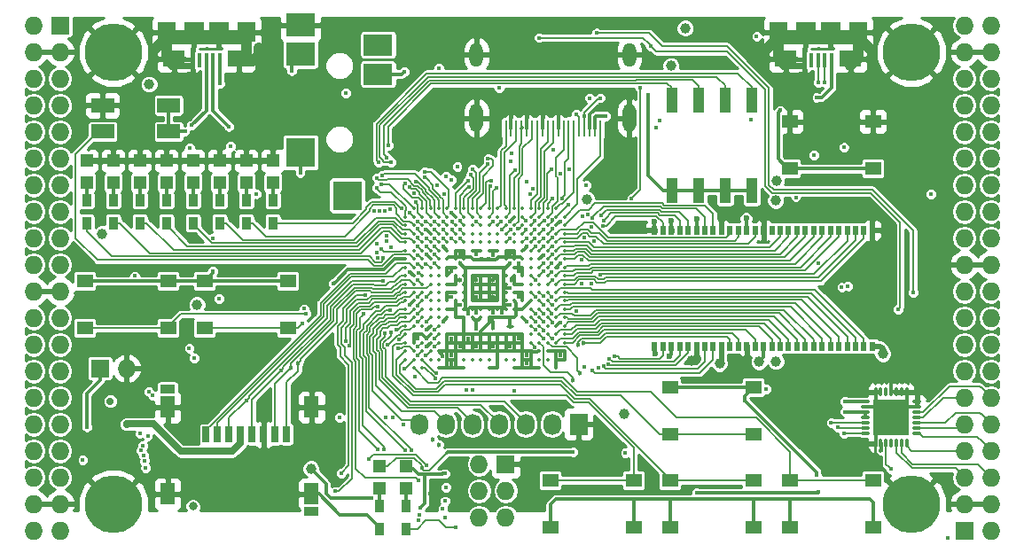
<source format=gtl>
G04 #@! TF.FileFunction,Copper,L1,Top,Signal*
%FSLAX46Y46*%
G04 Gerber Fmt 4.6, Leading zero omitted, Abs format (unit mm)*
G04 Created by KiCad (PCBNEW 4.0.7+dfsg1-1) date Fri Nov 10 21:38:15 2017*
%MOMM*%
%LPD*%
G01*
G04 APERTURE LIST*
%ADD10C,0.100000*%
%ADD11R,1.198880X1.198880*%
%ADD12R,0.560000X0.900000*%
%ADD13R,1.727200X1.727200*%
%ADD14O,1.727200X1.727200*%
%ADD15C,5.500000*%
%ADD16R,2.200000X1.400000*%
%ADD17R,0.900000X1.200000*%
%ADD18R,2.100000X1.600000*%
%ADD19R,1.900000X1.900000*%
%ADD20R,0.400000X1.350000*%
%ADD21R,1.800000X1.900000*%
%ADD22O,0.850000X0.300000*%
%ADD23O,0.300000X0.850000*%
%ADD24R,1.675000X1.675000*%
%ADD25R,1.727200X2.032000*%
%ADD26O,1.727200X2.032000*%
%ADD27R,2.800000X2.200000*%
%ADD28R,2.800000X2.800000*%
%ADD29R,2.800000X2.000000*%
%ADD30O,1.300000X2.700000*%
%ADD31O,1.300000X2.300000*%
%ADD32R,0.250000X1.600000*%
%ADD33R,1.550000X1.300000*%
%ADD34R,1.120000X2.440000*%
%ADD35C,0.350000*%
%ADD36R,0.700000X1.500000*%
%ADD37R,1.450000X0.900000*%
%ADD38R,1.450000X2.000000*%
%ADD39C,0.400000*%
%ADD40C,0.600000*%
%ADD41C,1.000000*%
%ADD42C,0.454000*%
%ADD43C,0.800000*%
%ADD44C,0.700000*%
%ADD45C,0.300000*%
%ADD46C,1.000000*%
%ADD47C,0.600000*%
%ADD48C,0.500000*%
%ADD49C,0.190000*%
%ADD50C,0.200000*%
%ADD51C,0.700000*%
%ADD52C,0.127000*%
%ADD53C,0.254000*%
G04 APERTURE END LIST*
D10*
D11*
X118230000Y-77709020D03*
X118230000Y-75610980D03*
X115690000Y-77709020D03*
X115690000Y-75610980D03*
X113150000Y-77709020D03*
X113150000Y-75610980D03*
X110610000Y-77709020D03*
X110610000Y-75610980D03*
X108070000Y-77709020D03*
X108070000Y-75610980D03*
X105530000Y-77709020D03*
X105530000Y-75610980D03*
X102990000Y-77709020D03*
X102990000Y-75610980D03*
X100450000Y-77709020D03*
X100450000Y-75610980D03*
D12*
X175480000Y-82270000D03*
X154680000Y-93330000D03*
X155480000Y-93330000D03*
X156280000Y-93330000D03*
X157080000Y-93330000D03*
X157880000Y-93330000D03*
X158680000Y-93330000D03*
X159480000Y-93330000D03*
X160280000Y-93330000D03*
X161080000Y-93330000D03*
X161880000Y-93330000D03*
X162680000Y-93330000D03*
X163480000Y-93330000D03*
X164280000Y-93330000D03*
X165080000Y-93330000D03*
X165880000Y-93330000D03*
X166680000Y-93330000D03*
X167480000Y-93330000D03*
X168280000Y-93330000D03*
X169080000Y-93330000D03*
X169880000Y-93330000D03*
X170680000Y-93330000D03*
X171480000Y-93330000D03*
X172280000Y-93330000D03*
X173080000Y-93330000D03*
X173880000Y-93330000D03*
X174680000Y-93330000D03*
X175480000Y-93330000D03*
X174680000Y-82270000D03*
X173880000Y-82270000D03*
X173080000Y-82270000D03*
X172280000Y-82270000D03*
X171480000Y-82270000D03*
X170680000Y-82270000D03*
X169880000Y-82270000D03*
X169080000Y-82270000D03*
X168280000Y-82270000D03*
X167480000Y-82270000D03*
X166680000Y-82270000D03*
X165880000Y-82270000D03*
X165080000Y-82270000D03*
X164280000Y-82270000D03*
X163480000Y-82270000D03*
X162680000Y-82270000D03*
X161880000Y-82270000D03*
X161080000Y-82270000D03*
X160280000Y-82270000D03*
X159480000Y-82270000D03*
X158680000Y-82270000D03*
X157880000Y-82270000D03*
X157080000Y-82270000D03*
X156280000Y-82270000D03*
X155480000Y-82270000D03*
X154680000Y-82270000D03*
D13*
X97910000Y-62690000D03*
D14*
X95370000Y-62690000D03*
X97910000Y-65230000D03*
X95370000Y-65230000D03*
X97910000Y-67770000D03*
X95370000Y-67770000D03*
X97910000Y-70310000D03*
X95370000Y-70310000D03*
X97910000Y-72850000D03*
X95370000Y-72850000D03*
X97910000Y-75390000D03*
X95370000Y-75390000D03*
X97910000Y-77930000D03*
X95370000Y-77930000D03*
X97910000Y-80470000D03*
X95370000Y-80470000D03*
X97910000Y-83010000D03*
X95370000Y-83010000D03*
X97910000Y-85550000D03*
X95370000Y-85550000D03*
X97910000Y-88090000D03*
X95370000Y-88090000D03*
X97910000Y-90630000D03*
X95370000Y-90630000D03*
X97910000Y-93170000D03*
X95370000Y-93170000D03*
X97910000Y-95710000D03*
X95370000Y-95710000D03*
X97910000Y-98250000D03*
X95370000Y-98250000D03*
X97910000Y-100790000D03*
X95370000Y-100790000D03*
X97910000Y-103330000D03*
X95370000Y-103330000D03*
X97910000Y-105870000D03*
X95370000Y-105870000D03*
X97910000Y-108410000D03*
X95370000Y-108410000D03*
X97910000Y-110950000D03*
X95370000Y-110950000D03*
D13*
X184270000Y-110950000D03*
D14*
X186810000Y-110950000D03*
X184270000Y-108410000D03*
X186810000Y-108410000D03*
X184270000Y-105870000D03*
X186810000Y-105870000D03*
X184270000Y-103330000D03*
X186810000Y-103330000D03*
X184270000Y-100790000D03*
X186810000Y-100790000D03*
X184270000Y-98250000D03*
X186810000Y-98250000D03*
X184270000Y-95710000D03*
X186810000Y-95710000D03*
X184270000Y-93170000D03*
X186810000Y-93170000D03*
X184270000Y-90630000D03*
X186810000Y-90630000D03*
X184270000Y-88090000D03*
X186810000Y-88090000D03*
X184270000Y-85550000D03*
X186810000Y-85550000D03*
X184270000Y-83010000D03*
X186810000Y-83010000D03*
X184270000Y-80470000D03*
X186810000Y-80470000D03*
X184270000Y-77930000D03*
X186810000Y-77930000D03*
X184270000Y-75390000D03*
X186810000Y-75390000D03*
X184270000Y-72850000D03*
X186810000Y-72850000D03*
X184270000Y-70310000D03*
X186810000Y-70310000D03*
X184270000Y-67770000D03*
X186810000Y-67770000D03*
X184270000Y-65230000D03*
X186810000Y-65230000D03*
X184270000Y-62690000D03*
X186810000Y-62690000D03*
D15*
X102990000Y-108410000D03*
X179190000Y-108410000D03*
X179190000Y-65230000D03*
X102990000Y-65230000D03*
D16*
X108274000Y-70330000D03*
X101974000Y-70330000D03*
X101974000Y-72830000D03*
X108274000Y-72830000D03*
D13*
X101720000Y-95456000D03*
D14*
X104260000Y-95456000D03*
D11*
X128390000Y-104820980D03*
X128390000Y-106919020D03*
X130930000Y-104820980D03*
X130930000Y-106919020D03*
D17*
X128390000Y-108580000D03*
X128390000Y-110780000D03*
X130930000Y-110780000D03*
X130930000Y-108580000D03*
D18*
X114980000Y-65875000D03*
X108780000Y-65875000D03*
D19*
X113080000Y-63325000D03*
X110680000Y-63325000D03*
D20*
X113180000Y-66000000D03*
X112530000Y-66000000D03*
X111880000Y-66000000D03*
X111230000Y-66000000D03*
X110580000Y-66000000D03*
D21*
X115680000Y-63325000D03*
X108080000Y-63325000D03*
D18*
X173400000Y-65875000D03*
X167200000Y-65875000D03*
D19*
X171500000Y-63325000D03*
X169100000Y-63325000D03*
D20*
X171600000Y-66000000D03*
X170950000Y-66000000D03*
X170300000Y-66000000D03*
X169650000Y-66000000D03*
X169000000Y-66000000D03*
D21*
X174100000Y-63325000D03*
X166500000Y-63325000D03*
D13*
X140455000Y-104600000D03*
D14*
X137915000Y-104600000D03*
X140455000Y-107140000D03*
X137915000Y-107140000D03*
X140455000Y-109680000D03*
X137915000Y-109680000D03*
D17*
X118230000Y-81570000D03*
X118230000Y-79370000D03*
X115690000Y-81570000D03*
X115690000Y-79370000D03*
X113150000Y-81570000D03*
X113150000Y-79370000D03*
X110610000Y-81570000D03*
X110610000Y-79370000D03*
X108070000Y-81570000D03*
X108070000Y-79370000D03*
X105530000Y-81570000D03*
X105530000Y-79370000D03*
X102990000Y-81570000D03*
X102990000Y-79370000D03*
X100450000Y-81570000D03*
X100450000Y-79370000D03*
D22*
X179735000Y-101655000D03*
X179735000Y-101155000D03*
X179735000Y-100655000D03*
X179735000Y-100155000D03*
X179735000Y-99655000D03*
X179735000Y-99155000D03*
X179735000Y-98655000D03*
D23*
X178785000Y-97705000D03*
X178285000Y-97705000D03*
X177785000Y-97705000D03*
X177285000Y-97705000D03*
X176785000Y-97705000D03*
X176285000Y-97705000D03*
X175785000Y-97705000D03*
D22*
X174835000Y-98655000D03*
X174835000Y-99155000D03*
X174835000Y-99655000D03*
X174835000Y-100155000D03*
X174835000Y-100655000D03*
X174835000Y-101155000D03*
X174835000Y-101655000D03*
D23*
X175785000Y-102605000D03*
X176285000Y-102605000D03*
X176785000Y-102605000D03*
X177285000Y-102605000D03*
X177785000Y-102605000D03*
X178285000Y-102605000D03*
X178785000Y-102605000D03*
D24*
X176447500Y-99317500D03*
X176447500Y-100992500D03*
X178122500Y-99317500D03*
X178122500Y-100992500D03*
D25*
X147440000Y-100790000D03*
D26*
X144900000Y-100790000D03*
X142360000Y-100790000D03*
X139820000Y-100790000D03*
X137280000Y-100790000D03*
X134740000Y-100790000D03*
X132200000Y-100790000D03*
D27*
X120880000Y-62640000D03*
X120880000Y-65440000D03*
D28*
X120880000Y-74840000D03*
X125330000Y-78940000D03*
D29*
X128280000Y-67340000D03*
X128280000Y-64540000D03*
D30*
X152280000Y-71550000D03*
X137680000Y-71550000D03*
D31*
X137680000Y-65500000D03*
D32*
X140480000Y-72500000D03*
X140980000Y-72500000D03*
X141480000Y-72500000D03*
X141980000Y-72500000D03*
X142480000Y-72500000D03*
X142980000Y-72500000D03*
X143480000Y-72500000D03*
X143980000Y-72500000D03*
X144480000Y-72500000D03*
X144980000Y-72500000D03*
X145480000Y-72500000D03*
X145980000Y-72500000D03*
X146480000Y-72500000D03*
X146980000Y-72500000D03*
X147480000Y-72500000D03*
X147980000Y-72500000D03*
X148480000Y-72500000D03*
X148980000Y-72500000D03*
X149480000Y-72500000D03*
D31*
X152280000Y-65500000D03*
D33*
X175550000Y-71870000D03*
X175550000Y-76370000D03*
X167590000Y-76370000D03*
X167590000Y-71870000D03*
X100280000Y-91610000D03*
X100280000Y-87110000D03*
X108240000Y-87110000D03*
X108240000Y-91610000D03*
X111710000Y-91610000D03*
X111710000Y-87110000D03*
X119670000Y-87110000D03*
X119670000Y-91610000D03*
X156160000Y-101770000D03*
X156160000Y-97270000D03*
X164120000Y-97270000D03*
X164120000Y-101770000D03*
X164120000Y-106160000D03*
X164120000Y-110660000D03*
X156160000Y-110660000D03*
X156160000Y-106160000D03*
X152690000Y-106160000D03*
X152690000Y-110660000D03*
X144730000Y-110660000D03*
X144730000Y-106160000D03*
X175550000Y-106160000D03*
X175550000Y-110660000D03*
X167590000Y-110660000D03*
X167590000Y-106160000D03*
D34*
X163950000Y-69815000D03*
X156330000Y-78425000D03*
X161410000Y-69815000D03*
X158870000Y-78425000D03*
X158870000Y-69815000D03*
X161410000Y-78425000D03*
X156330000Y-69815000D03*
X163950000Y-78425000D03*
D35*
X131680000Y-80200000D03*
X132480000Y-80200000D03*
X133280000Y-80200000D03*
X134080000Y-80200000D03*
X134880000Y-80200000D03*
X135680000Y-80200000D03*
X136480000Y-80200000D03*
X137280000Y-80200000D03*
X138080000Y-80200000D03*
X138880000Y-80200000D03*
X139680000Y-80200000D03*
X140480000Y-80200000D03*
X141280000Y-80200000D03*
X142080000Y-80200000D03*
X142880000Y-80200000D03*
X143680000Y-80200000D03*
X144480000Y-80200000D03*
X145280000Y-80200000D03*
X130880000Y-81000000D03*
X131680000Y-81000000D03*
X132480000Y-81000000D03*
X133280000Y-81000000D03*
X134080000Y-81000000D03*
X134880000Y-81000000D03*
X135680000Y-81000000D03*
X136480000Y-81000000D03*
X137280000Y-81000000D03*
X138080000Y-81000000D03*
X138880000Y-81000000D03*
X139680000Y-81000000D03*
X140480000Y-81000000D03*
X141280000Y-81000000D03*
X142080000Y-81000000D03*
X142880000Y-81000000D03*
X143680000Y-81000000D03*
X144480000Y-81000000D03*
X145280000Y-81000000D03*
X146080000Y-81000000D03*
X130880000Y-81800000D03*
X131680000Y-81800000D03*
X132480000Y-81800000D03*
X133280000Y-81800000D03*
X134080000Y-81800000D03*
X134880000Y-81800000D03*
X135680000Y-81800000D03*
X136480000Y-81800000D03*
X137280000Y-81800000D03*
X138080000Y-81800000D03*
X138880000Y-81800000D03*
X139680000Y-81800000D03*
X140480000Y-81800000D03*
X141280000Y-81800000D03*
X142080000Y-81800000D03*
X142880000Y-81800000D03*
X143680000Y-81800000D03*
X144480000Y-81800000D03*
X145280000Y-81800000D03*
X146080000Y-81800000D03*
X130880000Y-82600000D03*
X131680000Y-82600000D03*
X132480000Y-82600000D03*
X133280000Y-82600000D03*
X134080000Y-82600000D03*
X134880000Y-82600000D03*
X135680000Y-82600000D03*
X136480000Y-82600000D03*
X137280000Y-82600000D03*
X138080000Y-82600000D03*
X138880000Y-82600000D03*
X139680000Y-82600000D03*
X140480000Y-82600000D03*
X141280000Y-82600000D03*
X142080000Y-82600000D03*
X142880000Y-82600000D03*
X143680000Y-82600000D03*
X144480000Y-82600000D03*
X145280000Y-82600000D03*
X146080000Y-82600000D03*
X130880000Y-83400000D03*
X131680000Y-83400000D03*
X132480000Y-83400000D03*
X133280000Y-83400000D03*
X134080000Y-83400000D03*
X134880000Y-83400000D03*
X135680000Y-83400000D03*
X136480000Y-83400000D03*
X137280000Y-83400000D03*
X138080000Y-83400000D03*
X138880000Y-83400000D03*
X139680000Y-83400000D03*
X140480000Y-83400000D03*
X141280000Y-83400000D03*
X142080000Y-83400000D03*
X142880000Y-83400000D03*
X143680000Y-83400000D03*
X144480000Y-83400000D03*
X145280000Y-83400000D03*
X146080000Y-83400000D03*
X130880000Y-84200000D03*
X131680000Y-84200000D03*
X132480000Y-84200000D03*
X133280000Y-84200000D03*
X134080000Y-84200000D03*
X134880000Y-84200000D03*
X135680000Y-84200000D03*
X136480000Y-84200000D03*
X137280000Y-84200000D03*
X138080000Y-84200000D03*
X138880000Y-84200000D03*
X139680000Y-84200000D03*
X140480000Y-84200000D03*
X141280000Y-84200000D03*
X142080000Y-84200000D03*
X142880000Y-84200000D03*
X143680000Y-84200000D03*
X144480000Y-84200000D03*
X145280000Y-84200000D03*
X146080000Y-84200000D03*
X130880000Y-85000000D03*
X131680000Y-85000000D03*
X132480000Y-85000000D03*
X133280000Y-85000000D03*
X134080000Y-85000000D03*
X134880000Y-85000000D03*
X135680000Y-85000000D03*
X136480000Y-85000000D03*
X137280000Y-85000000D03*
X138080000Y-85000000D03*
X138880000Y-85000000D03*
X139680000Y-85000000D03*
X140480000Y-85000000D03*
X141280000Y-85000000D03*
X142080000Y-85000000D03*
X142880000Y-85000000D03*
X143680000Y-85000000D03*
X144480000Y-85000000D03*
X145280000Y-85000000D03*
X146080000Y-85000000D03*
X130880000Y-85800000D03*
X131680000Y-85800000D03*
X132480000Y-85800000D03*
X133280000Y-85800000D03*
X134080000Y-85800000D03*
X134880000Y-85800000D03*
X135680000Y-85800000D03*
X136480000Y-85800000D03*
X137280000Y-85800000D03*
X138080000Y-85800000D03*
X138880000Y-85800000D03*
X139680000Y-85800000D03*
X140480000Y-85800000D03*
X141280000Y-85800000D03*
X142080000Y-85800000D03*
X142880000Y-85800000D03*
X143680000Y-85800000D03*
X144480000Y-85800000D03*
X145280000Y-85800000D03*
X146080000Y-85800000D03*
X130880000Y-86600000D03*
X131680000Y-86600000D03*
X132480000Y-86600000D03*
X133280000Y-86600000D03*
X134080000Y-86600000D03*
X134880000Y-86600000D03*
X135680000Y-86600000D03*
X136480000Y-86600000D03*
X137280000Y-86600000D03*
X138080000Y-86600000D03*
X138880000Y-86600000D03*
X139680000Y-86600000D03*
X140480000Y-86600000D03*
X141280000Y-86600000D03*
X142080000Y-86600000D03*
X142880000Y-86600000D03*
X143680000Y-86600000D03*
X144480000Y-86600000D03*
X145280000Y-86600000D03*
X146080000Y-86600000D03*
X130880000Y-87400000D03*
X131680000Y-87400000D03*
X132480000Y-87400000D03*
X133280000Y-87400000D03*
X134080000Y-87400000D03*
X134880000Y-87400000D03*
X135680000Y-87400000D03*
X136480000Y-87400000D03*
X137280000Y-87400000D03*
X138080000Y-87400000D03*
X138880000Y-87400000D03*
X139680000Y-87400000D03*
X140480000Y-87400000D03*
X141280000Y-87400000D03*
X142080000Y-87400000D03*
X142880000Y-87400000D03*
X143680000Y-87400000D03*
X144480000Y-87400000D03*
X145280000Y-87400000D03*
X146080000Y-87400000D03*
X130880000Y-88200000D03*
X131680000Y-88200000D03*
X132480000Y-88200000D03*
X133280000Y-88200000D03*
X134080000Y-88200000D03*
X134880000Y-88200000D03*
X135680000Y-88200000D03*
X136480000Y-88200000D03*
X137280000Y-88200000D03*
X138080000Y-88200000D03*
X138880000Y-88200000D03*
X139680000Y-88200000D03*
X140480000Y-88200000D03*
X141280000Y-88200000D03*
X142080000Y-88200000D03*
X142880000Y-88200000D03*
X143680000Y-88200000D03*
X144480000Y-88200000D03*
X145280000Y-88200000D03*
X146080000Y-88200000D03*
X130880000Y-89000000D03*
X131680000Y-89000000D03*
X132480000Y-89000000D03*
X133280000Y-89000000D03*
X134080000Y-89000000D03*
X134880000Y-89000000D03*
X135680000Y-89000000D03*
X136480000Y-89000000D03*
X137280000Y-89000000D03*
X138080000Y-89000000D03*
X138880000Y-89000000D03*
X139680000Y-89000000D03*
X140480000Y-89000000D03*
X141280000Y-89000000D03*
X142080000Y-89000000D03*
X142880000Y-89000000D03*
X143680000Y-89000000D03*
X144480000Y-89000000D03*
X145280000Y-89000000D03*
X146080000Y-89000000D03*
X130880000Y-89800000D03*
X131680000Y-89800000D03*
X132480000Y-89800000D03*
X133280000Y-89800000D03*
X134080000Y-89800000D03*
X134880000Y-89800000D03*
X135680000Y-89800000D03*
X136480000Y-89800000D03*
X137280000Y-89800000D03*
X138080000Y-89800000D03*
X138880000Y-89800000D03*
X139680000Y-89800000D03*
X140480000Y-89800000D03*
X141280000Y-89800000D03*
X142080000Y-89800000D03*
X142880000Y-89800000D03*
X143680000Y-89800000D03*
X144480000Y-89800000D03*
X145280000Y-89800000D03*
X146080000Y-89800000D03*
X130880000Y-90600000D03*
X131680000Y-90600000D03*
X132480000Y-90600000D03*
X133280000Y-90600000D03*
X134080000Y-90600000D03*
X134880000Y-90600000D03*
X135680000Y-90600000D03*
X136480000Y-90600000D03*
X137280000Y-90600000D03*
X138080000Y-90600000D03*
X138880000Y-90600000D03*
X139680000Y-90600000D03*
X140480000Y-90600000D03*
X141280000Y-90600000D03*
X142080000Y-90600000D03*
X142880000Y-90600000D03*
X143680000Y-90600000D03*
X144480000Y-90600000D03*
X145280000Y-90600000D03*
X146080000Y-90600000D03*
X130880000Y-91400000D03*
X131680000Y-91400000D03*
X132480000Y-91400000D03*
X133280000Y-91400000D03*
X134080000Y-91400000D03*
X142880000Y-91400000D03*
X143680000Y-91400000D03*
X144480000Y-91400000D03*
X145280000Y-91400000D03*
X146080000Y-91400000D03*
X130880000Y-92200000D03*
X131680000Y-92200000D03*
X132480000Y-92200000D03*
X133280000Y-92200000D03*
X134080000Y-92200000D03*
X134880000Y-92200000D03*
X135680000Y-92200000D03*
X136480000Y-92200000D03*
X137280000Y-92200000D03*
X138080000Y-92200000D03*
X138880000Y-92200000D03*
X139680000Y-92200000D03*
X140480000Y-92200000D03*
X141280000Y-92200000D03*
X142080000Y-92200000D03*
X142880000Y-92200000D03*
X143680000Y-92200000D03*
X144480000Y-92200000D03*
X145280000Y-92200000D03*
X146080000Y-92200000D03*
X130880000Y-93000000D03*
X131680000Y-93000000D03*
X132480000Y-93000000D03*
X133280000Y-93000000D03*
X134080000Y-93000000D03*
X134880000Y-93000000D03*
X135680000Y-93000000D03*
X136480000Y-93000000D03*
X137280000Y-93000000D03*
X138080000Y-93000000D03*
X138880000Y-93000000D03*
X139680000Y-93000000D03*
X140480000Y-93000000D03*
X141280000Y-93000000D03*
X142080000Y-93000000D03*
X142880000Y-93000000D03*
X143680000Y-93000000D03*
X144480000Y-93000000D03*
X145280000Y-93000000D03*
X146080000Y-93000000D03*
X130880000Y-93800000D03*
X131680000Y-93800000D03*
X132480000Y-93800000D03*
X133280000Y-93800000D03*
X134080000Y-93800000D03*
X134880000Y-93800000D03*
X135680000Y-93800000D03*
X136480000Y-93800000D03*
X137280000Y-93800000D03*
X138080000Y-93800000D03*
X138880000Y-93800000D03*
X139680000Y-93800000D03*
X140480000Y-93800000D03*
X141280000Y-93800000D03*
X142080000Y-93800000D03*
X142880000Y-93800000D03*
X143680000Y-93800000D03*
X144480000Y-93800000D03*
X145280000Y-93800000D03*
X146080000Y-93800000D03*
X130880000Y-94600000D03*
X131680000Y-94600000D03*
X132480000Y-94600000D03*
X133280000Y-94600000D03*
X134080000Y-94600000D03*
X134880000Y-94600000D03*
X135680000Y-94600000D03*
X136480000Y-94600000D03*
X137280000Y-94600000D03*
X138080000Y-94600000D03*
X138880000Y-94600000D03*
X139680000Y-94600000D03*
X140480000Y-94600000D03*
X141280000Y-94600000D03*
X142080000Y-94600000D03*
X142880000Y-94600000D03*
X143680000Y-94600000D03*
X144480000Y-94600000D03*
X145280000Y-94600000D03*
X146080000Y-94600000D03*
X131680000Y-95400000D03*
X132480000Y-95400000D03*
X134080000Y-95400000D03*
X134880000Y-95400000D03*
X135680000Y-95400000D03*
X136480000Y-95400000D03*
X138880000Y-95400000D03*
X139680000Y-95400000D03*
X141280000Y-95400000D03*
X142080000Y-95400000D03*
X142880000Y-95400000D03*
X143680000Y-95400000D03*
X145280000Y-95400000D03*
D36*
X111855000Y-101765000D03*
X112955000Y-101765000D03*
X114055000Y-101765000D03*
X115155000Y-101765000D03*
X116255000Y-101765000D03*
X117355000Y-101765000D03*
X118455000Y-101765000D03*
X119555000Y-101765000D03*
D37*
X108180000Y-97465000D03*
X121930000Y-109115000D03*
D38*
X121930000Y-99165000D03*
X108180000Y-99165000D03*
X108180000Y-107465000D03*
X121930000Y-107465000D03*
D39*
X135281276Y-80583119D03*
X131279502Y-89407325D03*
X132880424Y-84590510D03*
X170309539Y-85441529D03*
X145698456Y-91073766D03*
D40*
X156262773Y-81349374D03*
X154657528Y-81463649D03*
D41*
X158233687Y-94760979D03*
D39*
X145672808Y-85396062D03*
X144103186Y-84622010D03*
X133216000Y-107465000D03*
X137680000Y-88600000D03*
X142480000Y-95000000D03*
X141680000Y-92600000D03*
X140836000Y-84534000D03*
X135284627Y-94985297D03*
X135288625Y-94225619D03*
X134455822Y-94267172D03*
X136095958Y-93369652D03*
D42*
X139264636Y-91615205D03*
D41*
X116880503Y-64802940D03*
X106974809Y-64953974D03*
X175210328Y-64948943D03*
X165417246Y-64954666D03*
D39*
X175495631Y-71457432D03*
X132810347Y-82177990D03*
X145680000Y-94177990D03*
X177285000Y-95710000D03*
D41*
X177229911Y-82281349D03*
D40*
X164741832Y-81130572D03*
X161067993Y-81216119D03*
D41*
X162992748Y-94820185D03*
D39*
X131254529Y-86251357D03*
X140880000Y-81400000D03*
X136085174Y-89394826D03*
X145680000Y-81400000D03*
X140874194Y-91433353D03*
X142480000Y-94200000D03*
X140880000Y-93400000D03*
X139280000Y-93400000D03*
X137680000Y-93400000D03*
X136880000Y-92600000D03*
X135280000Y-92600000D03*
X132880000Y-91800000D03*
X132880000Y-93400000D03*
D42*
X141042859Y-86994997D03*
X139280000Y-87000000D03*
X136110990Y-86995403D03*
X137680000Y-87000000D03*
X136080000Y-84600000D03*
X139280000Y-88600000D03*
D39*
X172564535Y-87722010D03*
D41*
X121861867Y-105030174D03*
D39*
X150030853Y-71331848D03*
X127656639Y-107816792D03*
D41*
X156235582Y-66548363D03*
X166321614Y-77572282D03*
X166248957Y-79408030D03*
X101932065Y-82585048D03*
X106417803Y-68312483D03*
X166280000Y-94800000D03*
X157600000Y-62944000D03*
D43*
X110593913Y-108636458D03*
D41*
X160884708Y-94994498D03*
D40*
X156077107Y-94326957D03*
X154726292Y-94009946D03*
D39*
X173137949Y-87594275D03*
D41*
X148202454Y-79278787D03*
D44*
X102710050Y-98594954D03*
D39*
X148160764Y-77980787D03*
X154794000Y-72426000D03*
X129005202Y-100174798D03*
X137659051Y-91638034D03*
X139820000Y-68665673D03*
X172834633Y-99599920D03*
X172879922Y-98618650D03*
X176305593Y-103279812D03*
X165349214Y-97422919D03*
X164433885Y-63737451D03*
X134079160Y-66786153D03*
X109828000Y-72830000D03*
X116654336Y-78777990D03*
D41*
X176474303Y-94069095D03*
D40*
X163422030Y-81120665D03*
X158680000Y-81210838D03*
D39*
X112515000Y-83010000D03*
X181065000Y-78785000D03*
X100080000Y-104200000D03*
X113080000Y-88800000D03*
D41*
X164653770Y-94825547D03*
D39*
X135273306Y-88618602D03*
X139272517Y-84611349D03*
X137680556Y-84534085D03*
X141680000Y-86200000D03*
X135280000Y-86200000D03*
X132880000Y-92600000D03*
X132080000Y-92600000D03*
X141680000Y-88600000D03*
X141680000Y-85400000D03*
D41*
X151758000Y-99774000D03*
D39*
X136885174Y-90194826D03*
X140094890Y-90122990D03*
X139280000Y-90122990D03*
X140880000Y-89400000D03*
X137680000Y-90172990D03*
X140880000Y-87800000D03*
X140880000Y-85400000D03*
D42*
X136080000Y-85400000D03*
D39*
X121401947Y-90251871D03*
X129988160Y-91721995D03*
X130302262Y-92700329D03*
X121041200Y-91125073D03*
D41*
X110991000Y-89360000D03*
D39*
X142480000Y-91000000D03*
X142480000Y-83800000D03*
X134480000Y-83800000D03*
X134480000Y-91000000D03*
X125193541Y-69156848D03*
X105037711Y-86632990D03*
X155149360Y-71764535D03*
X170182962Y-69571012D03*
X170362901Y-107286196D03*
X158716651Y-107325176D03*
X137295592Y-97538017D03*
X134750646Y-106810513D03*
X133680000Y-91800000D03*
D42*
X134074414Y-102752225D03*
D39*
X136740903Y-97514503D03*
X134675868Y-108131585D03*
D42*
X133449289Y-102232615D03*
D39*
X133680000Y-92600000D03*
X133685482Y-93402296D03*
X127358154Y-104128048D03*
X132936956Y-104698915D03*
X134463998Y-108841973D03*
X130692380Y-100790000D03*
X131808905Y-96227367D03*
X134636872Y-109719950D03*
X132846234Y-94197073D03*
X120834553Y-76779094D03*
X130761990Y-67119621D03*
X147186000Y-71200000D03*
X148477832Y-69619684D03*
X147983153Y-71347080D03*
X149475951Y-69619684D03*
X177926984Y-89812061D03*
X154329326Y-64643767D03*
X152497066Y-79193467D03*
X146481406Y-79819384D03*
X153322343Y-68673419D03*
X143650666Y-63862520D03*
X149134122Y-63424051D03*
X179375977Y-88226957D03*
X140035989Y-81400000D03*
X132103894Y-86323319D03*
X128776655Y-87135140D03*
X115729998Y-98493136D03*
X119008515Y-95662939D03*
D42*
X119978162Y-95412951D03*
X120634035Y-94977604D03*
D39*
X113212238Y-68244401D03*
X144962492Y-79235378D03*
X145834002Y-79198109D03*
X131453853Y-103260518D03*
X149771692Y-81825658D03*
X144080000Y-86200000D03*
X149520824Y-86534121D03*
X144894316Y-86977564D03*
X149549750Y-80868432D03*
X144917291Y-83835368D03*
D42*
X147355672Y-93219294D03*
D39*
X144113248Y-92588762D03*
X144875155Y-86218896D03*
X149846468Y-81303978D03*
X148719886Y-81056015D03*
X144916886Y-82991358D03*
D42*
X147915304Y-93063131D03*
D39*
X144882352Y-92577990D03*
X148747982Y-95669626D03*
X144891634Y-91073766D03*
X149795895Y-95251084D03*
X144867244Y-90229755D03*
X150278898Y-95040253D03*
X144892596Y-89385743D03*
X150345974Y-94517527D03*
X144877648Y-88622010D03*
X150889207Y-94332565D03*
X143280000Y-87000000D03*
X130807074Y-95454141D03*
X130171404Y-93544341D03*
X132080000Y-93400000D03*
X129196652Y-93209125D03*
X133852393Y-95875797D03*
X141280000Y-97600000D03*
X133762848Y-96395146D03*
X132080000Y-94200000D03*
X128606250Y-84075792D03*
X105895603Y-103765816D03*
X132092921Y-89446456D03*
X129449238Y-89926948D03*
X130839486Y-103260518D03*
X128806823Y-103185900D03*
X128251440Y-89564206D03*
X132162861Y-106185868D03*
X132880000Y-88600000D03*
X127040053Y-88481065D03*
X124741825Y-105494691D03*
X132080000Y-87000000D03*
X125499542Y-93250681D03*
X124202418Y-107207639D03*
X110313517Y-74380698D03*
X132146108Y-109940263D03*
X114166000Y-74247000D03*
X132189000Y-109415000D03*
X135360607Y-81398832D03*
X135280062Y-77463305D03*
X134516595Y-81406751D03*
X134758050Y-77130140D03*
X132761172Y-77202673D03*
X132737245Y-76676207D03*
X128644933Y-77050030D03*
X128152012Y-77241956D03*
X128125571Y-78233647D03*
X110718734Y-94451783D03*
X128590544Y-77894041D03*
X110249038Y-93533767D03*
X131253134Y-78134216D03*
X106368514Y-97662752D03*
X132783337Y-81400005D03*
X106741168Y-98035405D03*
X131709326Y-78745875D03*
X129127994Y-82782061D03*
X132081314Y-82968813D03*
X105572759Y-101661319D03*
X129055959Y-83304126D03*
X132886504Y-83790510D03*
X106281049Y-101893466D03*
X132083682Y-83812825D03*
X129521181Y-83853729D03*
X105813763Y-102819336D03*
X132062099Y-84635295D03*
X128165458Y-83528763D03*
X105627254Y-103312241D03*
X128184156Y-84391351D03*
X105992720Y-104283802D03*
X133671942Y-84595200D03*
X128258561Y-84913084D03*
X132845205Y-85455557D03*
X106088753Y-104974041D03*
D42*
X146862501Y-96617499D03*
X147534467Y-95913260D03*
D39*
X147927932Y-95329243D03*
X143280000Y-91000000D03*
X149284391Y-95377990D03*
X144077013Y-90266968D03*
X147207648Y-89973043D03*
X144076240Y-89395301D03*
X143281824Y-90201951D03*
X144102010Y-85397219D03*
X147687522Y-85093328D03*
X144868096Y-85371354D03*
X148610669Y-81900026D03*
X144102010Y-83000000D03*
X144888125Y-82147347D03*
X147695541Y-87377990D03*
X144082832Y-88584510D03*
X148688598Y-87378077D03*
X143278026Y-88595030D03*
X148298275Y-80739810D03*
X144102010Y-82185600D03*
X147802234Y-80917812D03*
X144880004Y-81303335D03*
X139280000Y-81400000D03*
X139578623Y-78205862D03*
X139034115Y-78040948D03*
X139046749Y-77514088D03*
X138775679Y-75942989D03*
X138779198Y-75400762D03*
X137680000Y-81400000D03*
X137308732Y-76415018D03*
X137106948Y-76979922D03*
X136859538Y-77550820D03*
X136922059Y-78097889D03*
X136141618Y-81385046D03*
X135830698Y-76200613D03*
X148878722Y-83261032D03*
X144915665Y-84598743D03*
X148001372Y-82958777D03*
X144103186Y-83777990D03*
X142841210Y-78784254D03*
X142473549Y-82998913D03*
X143057990Y-78303891D03*
X142396423Y-82191394D03*
X145713979Y-76895375D03*
X144146021Y-81374784D03*
X144860423Y-76406173D03*
X146557990Y-76430564D03*
X143257990Y-82207154D03*
X143257990Y-81379632D03*
X145017056Y-74611129D03*
X141657990Y-82130345D03*
X142413979Y-81382236D03*
X140080000Y-82200000D03*
X141342967Y-76554996D03*
X141046643Y-74873804D03*
X140864029Y-83041403D03*
X140980062Y-75681941D03*
X140924011Y-82179283D03*
X132880000Y-83009490D03*
X132082756Y-82124801D03*
X132080000Y-81400000D03*
X131847310Y-79589886D03*
X130856828Y-77786820D03*
X131923295Y-77584853D03*
X133648389Y-82190597D03*
X133672584Y-81414685D03*
X129477855Y-92000822D03*
X132880000Y-91000000D03*
X128879646Y-92111037D03*
X132077648Y-90977990D03*
X131275302Y-80595752D03*
X130489904Y-80167235D03*
X132073622Y-85479307D03*
X128785565Y-84928838D03*
X134476508Y-82180155D03*
X133942383Y-77980766D03*
X163908850Y-71651861D03*
X135656559Y-110610712D03*
X132448438Y-104994496D03*
X146844288Y-103452739D03*
X134707351Y-105508447D03*
X132280000Y-108800000D03*
D44*
X104260000Y-100790000D03*
D39*
X112515000Y-86185000D03*
X169506589Y-107953726D03*
X163277422Y-98501717D03*
X170157734Y-105666345D03*
X169895346Y-75092988D03*
X143257990Y-83000000D03*
X168166438Y-79108038D03*
X151896383Y-103510715D03*
X114039000Y-72342000D03*
X110483000Y-72215000D03*
X143269694Y-93414905D03*
X177274002Y-105079115D03*
X172761273Y-101651681D03*
X143280000Y-91800000D03*
X172193360Y-101105663D03*
X144064831Y-91877646D03*
X171540304Y-100645743D03*
X144080000Y-91000000D03*
X154044000Y-69294000D03*
X128349062Y-75753924D03*
X134613000Y-78819000D03*
X135280000Y-83022010D03*
X135320520Y-82196441D03*
X129493343Y-75737814D03*
X136080000Y-82200000D03*
X129125079Y-75315804D03*
X136080000Y-83000000D03*
X129252218Y-74142461D03*
X172746637Y-74347988D03*
X143280000Y-83800000D03*
X142480000Y-77600000D03*
X170300000Y-68151000D03*
X170950000Y-68125562D03*
X125167387Y-92841517D03*
X121206217Y-89762554D03*
X132082956Y-90210779D03*
X182675150Y-111637626D03*
X124027706Y-87347706D03*
X124027707Y-87347707D03*
X166678914Y-70803555D03*
X129660000Y-100155000D03*
X124580000Y-100155000D03*
X132084049Y-88599484D03*
X126880008Y-90276109D03*
X128280000Y-103200000D03*
X100450000Y-101044000D03*
X120008000Y-67008000D03*
X127889625Y-80407426D03*
X133680000Y-85400000D03*
X128416582Y-80399850D03*
X133680000Y-83800000D03*
X128943593Y-80399729D03*
X133680000Y-83000000D03*
X129457990Y-80285112D03*
X134480000Y-83000000D03*
D45*
X135281276Y-80601276D02*
X135281276Y-80583119D01*
X135680000Y-81000000D02*
X135281276Y-80601276D01*
X131279502Y-89400498D02*
X131279502Y-89407325D01*
X131680000Y-89000000D02*
X131279502Y-89400498D01*
X133280000Y-85000000D02*
X132880424Y-84600424D01*
X132880424Y-84600424D02*
X132880424Y-84590510D01*
X145280000Y-91400000D02*
X145606234Y-91073766D01*
X145606234Y-91073766D02*
X145698456Y-91073766D01*
X156280000Y-82270000D02*
X156280000Y-81366601D01*
X156280000Y-81366601D02*
X156262773Y-81349374D01*
X154680000Y-81486121D02*
X154657528Y-81463649D01*
X154680000Y-82270000D02*
X154680000Y-81486121D01*
X158680000Y-93330000D02*
X158680000Y-94314666D01*
X158680000Y-94314666D02*
X158233687Y-94760979D01*
X145672808Y-85407192D02*
X145672808Y-85396062D01*
X145280000Y-85800000D02*
X145672808Y-85407192D01*
X143680000Y-85000000D02*
X144057990Y-84622010D01*
X144057990Y-84622010D02*
X144103186Y-84622010D01*
X148480000Y-71200000D02*
X149230000Y-70450000D01*
X148480000Y-72500000D02*
X148480000Y-71200000D01*
X145480000Y-72500000D02*
X145480000Y-71200000D01*
X143980000Y-72500000D02*
X143980000Y-71200000D01*
X142480000Y-72500000D02*
X142480000Y-71450000D01*
X142480000Y-71200000D02*
X142480000Y-71450000D01*
X140980000Y-72500000D02*
X140980000Y-71200000D01*
X121930000Y-107465000D02*
X122619000Y-107465000D01*
X122619000Y-107465000D02*
X124580000Y-109426000D01*
X124580000Y-109426000D02*
X127186000Y-109426000D01*
X127186000Y-109426000D02*
X128390000Y-110630000D01*
X128390000Y-110630000D02*
X128390000Y-110780000D01*
X137280000Y-89000000D02*
X137680000Y-88600000D01*
X142480000Y-94600000D02*
X142880000Y-94600000D01*
X142080000Y-94600000D02*
X142480000Y-94600000D01*
X142480000Y-94600000D02*
X142480000Y-95000000D01*
X141680000Y-92200000D02*
X142080000Y-92200000D01*
X141280000Y-92200000D02*
X141680000Y-92200000D01*
X141680000Y-92200000D02*
X141680000Y-92600000D01*
X141280000Y-84200000D02*
X141170000Y-84200000D01*
X141170000Y-84200000D02*
X140836000Y-84534000D01*
X135284627Y-95395373D02*
X135284627Y-95268139D01*
X135280000Y-95400000D02*
X135284627Y-95395373D01*
X135284627Y-95268139D02*
X135284627Y-94985297D01*
X135288625Y-93942777D02*
X135288625Y-94225619D01*
X135288625Y-93808625D02*
X135288625Y-93942777D01*
X135280000Y-93800000D02*
X135288625Y-93808625D01*
X134455822Y-94175822D02*
X134455822Y-94267172D01*
X134080000Y-93800000D02*
X134455822Y-94175822D01*
X145280000Y-94600000D02*
X145280000Y-95400000D01*
X143498655Y-93891906D02*
X143590561Y-93800000D01*
X143040733Y-93891906D02*
X143498655Y-93891906D01*
X142880000Y-93800000D02*
X142948827Y-93800000D01*
X142948827Y-93800000D02*
X143040733Y-93891906D01*
X143590561Y-93800000D02*
X143680000Y-93800000D01*
X145280000Y-93800000D02*
X144480000Y-93800000D01*
X146080000Y-94600000D02*
X146080000Y-93800000D01*
X145280000Y-94600000D02*
X146080000Y-94600000D01*
X142080000Y-95400000D02*
X142080000Y-94600000D01*
X142880000Y-95400000D02*
X142880000Y-94600000D01*
X142880000Y-95400000D02*
X143680000Y-95400000D01*
X142080000Y-95400000D02*
X142880000Y-95400000D01*
X141280000Y-95400000D02*
X142080000Y-95400000D01*
X142080000Y-93000000D02*
X142080000Y-93800000D01*
X138880000Y-92200000D02*
X138880000Y-93000000D01*
X139680000Y-92200000D02*
X139680000Y-93000000D01*
X140480000Y-93000000D02*
X140480000Y-92200000D01*
X141280000Y-93000000D02*
X141280000Y-92200000D01*
X142080000Y-93000000D02*
X141280000Y-93000000D01*
X142080000Y-92200000D02*
X142080000Y-93000000D01*
X140480000Y-92200000D02*
X141280000Y-92200000D01*
X139680000Y-92200000D02*
X140480000Y-92200000D01*
X138880000Y-92200000D02*
X139680000Y-92200000D01*
X138080000Y-92200000D02*
X138880000Y-92200000D01*
X136095958Y-93086810D02*
X136095958Y-93369652D01*
X136080000Y-93000000D02*
X136095958Y-93015958D01*
X136095958Y-93015958D02*
X136095958Y-93086810D01*
X139264636Y-91294179D02*
X139264636Y-91615205D01*
X139264636Y-90984636D02*
X139264636Y-91294179D01*
X138880000Y-90600000D02*
X139264636Y-90984636D01*
D46*
X116880503Y-65510046D02*
X116880503Y-64802940D01*
X116265561Y-66124988D02*
X116880503Y-65510046D01*
X115680000Y-65910000D02*
X115894988Y-66124988D01*
X115680000Y-63960000D02*
X115680000Y-65910000D01*
X115894988Y-66124988D02*
X116265561Y-66124988D01*
X107474808Y-64453975D02*
X106974809Y-64953974D01*
X107968783Y-63960000D02*
X107474808Y-64453975D01*
X108080000Y-63960000D02*
X107968783Y-63960000D01*
X174710329Y-64448944D02*
X175210328Y-64948943D01*
X174100000Y-63960000D02*
X174221385Y-63960000D01*
X174221385Y-63960000D02*
X174710329Y-64448944D01*
X165917245Y-64454667D02*
X165417246Y-64954666D01*
X166411912Y-63960000D02*
X165917245Y-64454667D01*
X166500000Y-63960000D02*
X166411912Y-63960000D01*
D45*
X175495631Y-71740274D02*
X175495631Y-71457432D01*
X175495631Y-72230631D02*
X175495631Y-71740274D01*
X175535000Y-72270000D02*
X175495631Y-72230631D01*
D47*
X108780000Y-66510000D02*
X110455000Y-66510000D01*
D45*
X110455000Y-66510000D02*
X110580000Y-66635000D01*
D46*
X108080000Y-63960000D02*
X108080000Y-65810000D01*
X108080000Y-65810000D02*
X108780000Y-66510000D01*
X115680000Y-63960000D02*
X115680000Y-65810000D01*
D45*
X115680000Y-65810000D02*
X114980000Y-66510000D01*
D46*
X113080000Y-63960000D02*
X115680000Y-63960000D01*
X110680000Y-63960000D02*
X113080000Y-63960000D01*
X108080000Y-63960000D02*
X110680000Y-63960000D01*
D47*
X167200000Y-66510000D02*
X168875000Y-66510000D01*
D45*
X168875000Y-66510000D02*
X169000000Y-66635000D01*
D46*
X174100000Y-63960000D02*
X174100000Y-65810000D01*
X174100000Y-65810000D02*
X173400000Y-66510000D01*
X166500000Y-63960000D02*
X166500000Y-65810000D01*
X166500000Y-65810000D02*
X167200000Y-66510000D01*
X171500000Y-63960000D02*
X174100000Y-63960000D01*
X169100000Y-63960000D02*
X171500000Y-63960000D01*
X166500000Y-63960000D02*
X169100000Y-63960000D01*
D45*
X132857990Y-82177990D02*
X132810347Y-82177990D01*
X133280000Y-82600000D02*
X132857990Y-82177990D01*
X145680000Y-93800000D02*
X145680000Y-94177990D01*
X178785000Y-97705000D02*
X178785000Y-98655000D01*
X178785000Y-98655000D02*
X178122500Y-99317500D01*
X176285000Y-97705000D02*
X175785000Y-97705000D01*
X175785000Y-102605000D02*
X175785000Y-101655000D01*
X175785000Y-101655000D02*
X176447500Y-100992500D01*
X178122500Y-99317500D02*
X178122500Y-100992500D01*
X176447500Y-99317500D02*
X178122500Y-99317500D01*
X176447500Y-100992500D02*
X178122500Y-100992500D01*
X177285000Y-97705000D02*
X177285000Y-95710000D01*
X178122500Y-99317500D02*
X178285000Y-99155000D01*
X178285000Y-99155000D02*
X179735000Y-99155000D01*
X179735000Y-98655000D02*
X179735000Y-99155000D01*
X177785000Y-97705000D02*
X177920000Y-97705000D01*
X177920000Y-97705000D02*
X178285000Y-97705000D01*
X178285000Y-97705000D02*
X178785000Y-97705000D01*
X177285000Y-97705000D02*
X177785000Y-97705000D01*
X175785000Y-97705000D02*
X175785000Y-98655000D01*
X175785000Y-98655000D02*
X176447500Y-99317500D01*
X174835000Y-99155000D02*
X176285000Y-99155000D01*
X176285000Y-99155000D02*
X176447500Y-99317500D01*
X177241260Y-82270000D02*
X177229911Y-82281349D01*
X164941831Y-81330571D02*
X164741832Y-81130572D01*
X165080000Y-81468740D02*
X164941831Y-81330571D01*
X165080000Y-82270000D02*
X165080000Y-81468740D01*
X161080000Y-81228126D02*
X161067993Y-81216119D01*
X161080000Y-82270000D02*
X161080000Y-81228126D01*
D48*
X175480000Y-82270000D02*
X177241260Y-82270000D01*
D45*
X163192747Y-94620186D02*
X162992748Y-94820185D01*
X163480000Y-94332933D02*
X163192747Y-94620186D01*
X163480000Y-93330000D02*
X163480000Y-94332933D01*
X131331357Y-86251357D02*
X131254529Y-86251357D01*
X131680000Y-86600000D02*
X131331357Y-86251357D01*
X141280000Y-81000000D02*
X140880000Y-81400000D01*
X135685174Y-89394826D02*
X135802332Y-89394826D01*
X135680000Y-89400000D02*
X135685174Y-89394826D01*
X135802332Y-89394826D02*
X136085174Y-89394826D01*
X135054999Y-84825001D02*
X137080000Y-84825001D01*
X137280000Y-85000000D02*
X137105001Y-84825001D01*
X137105001Y-84825001D02*
X137080000Y-84825001D01*
X138280000Y-85088351D02*
X137368351Y-85088351D01*
X137368351Y-85088351D02*
X137280000Y-85000000D01*
X139680000Y-86600000D02*
X139280000Y-87000000D01*
X139680000Y-88200000D02*
X139680000Y-89000000D01*
X139680000Y-87400000D02*
X139680000Y-88200000D01*
X139680000Y-86600000D02*
X139680000Y-87400000D01*
X137280000Y-88200000D02*
X137280000Y-89000000D01*
X137280000Y-87400000D02*
X137280000Y-88200000D01*
X137280000Y-86600000D02*
X137280000Y-87400000D01*
X138880000Y-87400000D02*
X138880000Y-88200000D01*
X138880000Y-86600000D02*
X138880000Y-87400000D01*
X138080000Y-87400000D02*
X138080000Y-86600000D01*
X138080000Y-88200000D02*
X138080000Y-87400000D01*
X138080000Y-89000000D02*
X138080000Y-88200000D01*
X138080000Y-88200000D02*
X138880000Y-88200000D01*
X138080000Y-87400000D02*
X138880000Y-87400000D01*
X137280000Y-87400000D02*
X138080000Y-87400000D01*
X145454999Y-81625001D02*
X145680000Y-81400000D01*
X145280000Y-81800000D02*
X145454999Y-81625001D01*
X141480000Y-89800000D02*
X141480000Y-89200000D01*
X141480000Y-89200000D02*
X141280000Y-89000000D01*
X141280000Y-89800000D02*
X141480000Y-89800000D01*
X141480000Y-89800000D02*
X142080000Y-89800000D01*
X141454999Y-90425001D02*
X141454999Y-89825001D01*
X141454999Y-89825001D02*
X141480000Y-89800000D01*
X140874194Y-90605806D02*
X140874194Y-91150511D01*
X140880000Y-90600000D02*
X140874194Y-90605806D01*
X140874194Y-91150511D02*
X140874194Y-91433353D01*
X140480000Y-90600000D02*
X140880000Y-90600000D01*
X140880000Y-90600000D02*
X141280000Y-90600000D01*
X139680000Y-90600000D02*
X140480000Y-90600000D01*
X138880000Y-90600000D02*
X139680000Y-90600000D01*
X141280000Y-85000000D02*
X141280000Y-84800000D01*
X141280000Y-84200000D02*
X141280000Y-85000000D01*
X140480000Y-84200000D02*
X141280000Y-84200000D01*
X141280000Y-84800000D02*
X141280000Y-84200000D01*
X141905001Y-84825001D02*
X141305001Y-84825001D01*
X141305001Y-84825001D02*
X141280000Y-84800000D01*
X140480000Y-85000000D02*
X140480000Y-84200000D01*
X139680000Y-85000000D02*
X139680000Y-84898347D01*
X139680000Y-84898347D02*
X139753346Y-84825001D01*
X138280000Y-85088351D02*
X138680000Y-85088351D01*
X138280000Y-85088351D02*
X139489996Y-85088351D01*
X138080000Y-85000000D02*
X138191649Y-85000000D01*
X138191649Y-85000000D02*
X138280000Y-85088351D01*
X138880000Y-85000000D02*
X138768351Y-85000000D01*
X138768351Y-85000000D02*
X138680000Y-85088351D01*
X135680000Y-84200000D02*
X135680000Y-84800000D01*
X135680000Y-84800000D02*
X135680000Y-85000000D01*
X135054999Y-84825001D02*
X135654999Y-84825001D01*
X135654999Y-84825001D02*
X135680000Y-84800000D01*
X136480000Y-85000000D02*
X136480000Y-84200000D01*
X134880000Y-85000000D02*
X135054999Y-84825001D01*
X138880000Y-87400000D02*
X139680000Y-87400000D01*
X138880000Y-88200000D02*
X138880000Y-89000000D01*
X138880000Y-88200000D02*
X139680000Y-88200000D01*
X137280000Y-88200000D02*
X138080000Y-88200000D01*
X141280000Y-90600000D02*
X141454999Y-90425001D01*
D48*
X115690000Y-75610980D02*
X118230000Y-75610980D01*
X113150000Y-75610980D02*
X115690000Y-75610980D01*
X110610000Y-75610980D02*
X113150000Y-75610980D01*
X108070000Y-75610980D02*
X110610000Y-75610980D01*
X105530000Y-75610980D02*
X108070000Y-75610980D01*
X102990000Y-75610980D02*
X105530000Y-75610980D01*
X100450000Y-75610980D02*
X102990000Y-75610980D01*
D45*
X142080000Y-89800000D02*
X142880000Y-89000000D01*
X145680000Y-93800000D02*
X145280000Y-93800000D01*
X146080000Y-93800000D02*
X145680000Y-93800000D01*
X135680000Y-89400000D02*
X135680000Y-89800000D01*
X135680000Y-89000000D02*
X135680000Y-89400000D01*
X135280000Y-95400000D02*
X135680000Y-95400000D01*
X134880000Y-95400000D02*
X135280000Y-95400000D01*
X135280000Y-93800000D02*
X135680000Y-93800000D01*
X134880000Y-93800000D02*
X135280000Y-93800000D01*
X142480000Y-93800000D02*
X142080000Y-93800000D01*
X142880000Y-93800000D02*
X142480000Y-93800000D01*
X142480000Y-93800000D02*
X142480000Y-94200000D01*
X140880000Y-93000000D02*
X141280000Y-93000000D01*
X140480000Y-93000000D02*
X140880000Y-93000000D01*
X140880000Y-93000000D02*
X140880000Y-93400000D01*
X139280000Y-93000000D02*
X138880000Y-93000000D01*
X139680000Y-93000000D02*
X139280000Y-93000000D01*
X139280000Y-93000000D02*
X139280000Y-93400000D01*
X137680000Y-93000000D02*
X137280000Y-93000000D01*
X137680000Y-93000000D02*
X137680000Y-93400000D01*
X138080000Y-93000000D02*
X137680000Y-93000000D01*
X136080000Y-93000000D02*
X135680000Y-93000000D01*
X136480000Y-93000000D02*
X136080000Y-93000000D01*
X136880000Y-93000000D02*
X136480000Y-93000000D01*
X137280000Y-93000000D02*
X136880000Y-93000000D01*
X136880000Y-93000000D02*
X136880000Y-92600000D01*
X135280000Y-93000000D02*
X135680000Y-93000000D01*
X134880000Y-93000000D02*
X135280000Y-93000000D01*
X135280000Y-93000000D02*
X135280000Y-92600000D01*
X133280000Y-91400000D02*
X132880000Y-91800000D01*
X133280000Y-93000000D02*
X132880000Y-93400000D01*
X139753346Y-84825001D02*
X141905001Y-84825001D01*
X139489996Y-85088351D02*
X139753346Y-84825001D01*
X141905001Y-84825001D02*
X142080000Y-85000000D01*
X141042859Y-86837141D02*
X141042859Y-86994997D01*
X141280000Y-86600000D02*
X141042859Y-86837141D01*
X135684597Y-86995403D02*
X135789964Y-86995403D01*
X135680000Y-87000000D02*
X135684597Y-86995403D01*
X135789964Y-86995403D02*
X136110990Y-86995403D01*
X135680000Y-87000000D02*
X135680000Y-86600000D01*
X135680000Y-87400000D02*
X135680000Y-87000000D01*
X138880000Y-90600000D02*
X138880000Y-91091880D01*
X138880000Y-91091880D02*
X138080000Y-91891880D01*
X138080000Y-91891880D02*
X138080000Y-92200000D01*
X136480000Y-90600000D02*
X136480000Y-92200000D01*
X139680000Y-89000000D02*
X139280000Y-88600000D01*
X137280000Y-86600000D02*
X137680000Y-87000000D01*
X136480000Y-84200000D02*
X136080000Y-84600000D01*
X141280000Y-86600000D02*
X141280000Y-87400000D01*
X142080000Y-87400000D02*
X141280000Y-87400000D01*
X135680000Y-84200000D02*
X136480000Y-84200000D01*
X134880000Y-87400000D02*
X135680000Y-87400000D01*
X138880000Y-86600000D02*
X139680000Y-86600000D01*
X138080000Y-86600000D02*
X138880000Y-86600000D01*
X137280000Y-86600000D02*
X138080000Y-86600000D01*
X138880000Y-89000000D02*
X139680000Y-89000000D01*
X138080000Y-89000000D02*
X138880000Y-89000000D01*
X137280000Y-89000000D02*
X138080000Y-89000000D01*
X135680000Y-89800000D02*
X134880000Y-89800000D01*
X135680000Y-90600000D02*
X135680000Y-89800000D01*
X135680000Y-90600000D02*
X136480000Y-90600000D01*
X140480000Y-93000000D02*
X139680000Y-93000000D01*
X139680000Y-93800000D02*
X140480000Y-93800000D01*
X139680000Y-93800000D02*
X139680000Y-94600000D01*
X139680000Y-95400000D02*
X139680000Y-94600000D01*
X138880000Y-95400000D02*
X139680000Y-95400000D01*
X135680000Y-95400000D02*
X136480000Y-95400000D01*
X135680000Y-95400000D02*
X135680000Y-94600000D01*
X134880000Y-95400000D02*
X134080000Y-95400000D01*
X134880000Y-94600000D02*
X134880000Y-95400000D01*
X134080000Y-93800000D02*
X134880000Y-93800000D01*
X134880000Y-94600000D02*
X134880000Y-93800000D01*
X135680000Y-94600000D02*
X134880000Y-94600000D01*
X135680000Y-93800000D02*
X135680000Y-94600000D01*
X134880000Y-93000000D02*
X134880000Y-93800000D01*
X134880000Y-92200000D02*
X134880000Y-93000000D01*
X135680000Y-92200000D02*
X134880000Y-92200000D01*
X135680000Y-93800000D02*
X136480000Y-93800000D01*
X135680000Y-93000000D02*
X135680000Y-93800000D01*
X135680000Y-92200000D02*
X135680000Y-93000000D01*
X135680000Y-92200000D02*
X136480000Y-92200000D01*
X136480000Y-92200000D02*
X137280000Y-92200000D01*
X137280000Y-93800000D02*
X137280000Y-93000000D01*
X136480000Y-93800000D02*
X137280000Y-93800000D01*
X136480000Y-93000000D02*
X136480000Y-93800000D01*
X136480000Y-92200000D02*
X136480000Y-93000000D01*
X137280000Y-92200000D02*
X138080000Y-92200000D01*
X137280000Y-93800000D02*
X138080000Y-93800000D01*
X137280000Y-92200000D02*
X137280000Y-93000000D01*
X138080000Y-92200000D02*
X138080000Y-93000000D01*
X138080000Y-93000000D02*
X138880000Y-93000000D01*
X138080000Y-93800000D02*
X138080000Y-93000000D01*
X138880000Y-93800000D02*
X138080000Y-93800000D01*
X138880000Y-93000000D02*
X138880000Y-93800000D01*
X139680000Y-93800000D02*
X139680000Y-93000000D01*
X138880000Y-93800000D02*
X139680000Y-93800000D01*
X140480000Y-93000000D02*
X140480000Y-93800000D01*
X141280000Y-93000000D02*
X141280000Y-93800000D01*
X141280000Y-93800000D02*
X142080000Y-93800000D01*
X140480000Y-93800000D02*
X141280000Y-93800000D01*
X142080000Y-93800000D02*
X142080000Y-94600000D01*
X142880000Y-94600000D02*
X142880000Y-93800000D01*
X145280000Y-93800000D02*
X145280000Y-94600000D01*
X123322573Y-106490880D02*
X122361866Y-105530173D01*
X122361866Y-105530173D02*
X121861867Y-105030174D01*
X123322573Y-107394274D02*
X123322573Y-106490880D01*
X123745091Y-107816792D02*
X123322573Y-107394274D01*
X127656639Y-107816792D02*
X123745091Y-107816792D01*
X149048152Y-71331848D02*
X149748011Y-71331848D01*
X148980000Y-72500000D02*
X148980000Y-71400000D01*
X148980000Y-71400000D02*
X149048152Y-71331848D01*
X149748011Y-71331848D02*
X150030853Y-71331848D01*
X186810000Y-62877865D02*
X186810000Y-62690000D01*
D48*
X161080000Y-94799206D02*
X160884708Y-94994498D01*
X161080000Y-93330000D02*
X161080000Y-94799206D01*
D45*
X154726292Y-93376292D02*
X154726292Y-93585682D01*
X154680000Y-93330000D02*
X154726292Y-93376292D01*
X156280000Y-94124064D02*
X156077107Y-94326957D01*
X154726292Y-93585682D02*
X154726292Y-94009946D01*
X156280000Y-93330000D02*
X156280000Y-94124064D01*
X137659051Y-91355192D02*
X137659051Y-91638034D01*
X137659051Y-90820949D02*
X137659051Y-91355192D01*
X137680000Y-90800000D02*
X137659051Y-90820949D01*
X172889713Y-99655000D02*
X172834633Y-99599920D01*
X174835000Y-99655000D02*
X172889713Y-99655000D01*
X172916272Y-98655000D02*
X172879922Y-98618650D01*
X174835000Y-98655000D02*
X172916272Y-98655000D01*
X176305593Y-102996970D02*
X176305593Y-103279812D01*
X176285000Y-102605000D02*
X176305593Y-102625593D01*
X176285000Y-103300405D02*
X176305593Y-103279812D01*
X176285000Y-103330000D02*
X176285000Y-103300405D01*
X176305593Y-102625593D02*
X176305593Y-102996970D01*
X176280000Y-103335000D02*
X176285000Y-103330000D01*
X108274000Y-72830000D02*
X109828000Y-72830000D01*
X108274000Y-70330000D02*
X108274000Y-72830000D01*
X174835000Y-99655000D02*
X174835000Y-100155000D01*
D48*
X176260000Y-93330000D02*
X176474303Y-93544303D01*
X176474303Y-93544303D02*
X176474303Y-94069095D01*
X175480000Y-93330000D02*
X176260000Y-93330000D01*
D45*
X163480000Y-81178635D02*
X163422030Y-81120665D01*
X163480000Y-82270000D02*
X163480000Y-81178635D01*
X158680000Y-82270000D02*
X158680000Y-81210838D01*
X134880000Y-86600000D02*
X135280000Y-86200000D01*
X135280000Y-85800000D02*
X135280000Y-86200000D01*
X134880000Y-85800000D02*
X134880000Y-86600000D01*
X164853769Y-94625548D02*
X164653770Y-94825547D01*
X165080000Y-94399317D02*
X164853769Y-94625548D01*
X165080000Y-93330000D02*
X165080000Y-94399317D01*
X137680000Y-90800000D02*
X137880000Y-90800000D01*
X137480000Y-90800000D02*
X137680000Y-90800000D01*
X137880000Y-90800000D02*
X138080000Y-90600000D01*
X137280000Y-90600000D02*
X137480000Y-90800000D01*
X132880000Y-92600000D02*
X133280000Y-92200000D01*
X132480000Y-92200000D02*
X132880000Y-92600000D01*
X134990464Y-88618602D02*
X135273306Y-88618602D01*
X134898602Y-88618602D02*
X134990464Y-88618602D01*
X134880000Y-88600000D02*
X134898602Y-88618602D01*
X139272517Y-84328507D02*
X139272517Y-84611349D01*
X139272517Y-84207483D02*
X139272517Y-84328507D01*
X139280000Y-84200000D02*
X139272517Y-84207483D01*
X137680556Y-84200556D02*
X137680556Y-84251243D01*
X137680000Y-84200000D02*
X137680556Y-84200556D01*
X137680556Y-84251243D02*
X137680556Y-84534085D01*
X142080000Y-88600000D02*
X142080000Y-89000000D01*
X142080000Y-88200000D02*
X142080000Y-88600000D01*
X141680000Y-85800000D02*
X141680000Y-86200000D01*
X135280000Y-85800000D02*
X135680000Y-85800000D01*
X134880000Y-85800000D02*
X135280000Y-85800000D01*
X132080000Y-92200000D02*
X132480000Y-92200000D01*
X131680000Y-92200000D02*
X132080000Y-92200000D01*
X132080000Y-92200000D02*
X132080000Y-92600000D01*
X131680000Y-93000000D02*
X131680000Y-92200000D01*
X134880000Y-88600000D02*
X134880000Y-89000000D01*
X134880000Y-88200000D02*
X134880000Y-88600000D01*
X141680000Y-88200000D02*
X142080000Y-88200000D01*
X141280000Y-88200000D02*
X141680000Y-88200000D01*
X141680000Y-88200000D02*
X141680000Y-88600000D01*
X141680000Y-85800000D02*
X142080000Y-85800000D01*
X141280000Y-85800000D02*
X141680000Y-85800000D01*
X141680000Y-85800000D02*
X141680000Y-85400000D01*
X139280000Y-84200000D02*
X139680000Y-84200000D01*
X138880000Y-84200000D02*
X139280000Y-84200000D01*
X137680000Y-84200000D02*
X138080000Y-84200000D01*
X137280000Y-84200000D02*
X137680000Y-84200000D01*
X142080000Y-85800000D02*
X142080000Y-86600000D01*
X134880000Y-88200000D02*
X135680000Y-88200000D01*
X136654999Y-86800000D02*
X136654999Y-87200000D01*
X136654999Y-86600000D02*
X136654999Y-86800000D01*
X136654999Y-86800000D02*
X136654999Y-86774999D01*
X136654999Y-86774999D02*
X136480000Y-86600000D01*
X136654999Y-87200000D02*
X136654999Y-88200000D01*
X136480000Y-87400000D02*
X136654999Y-87225001D01*
X136654999Y-87225001D02*
X136654999Y-87200000D01*
X136885174Y-89911984D02*
X136885174Y-90194826D01*
X136880000Y-89800000D02*
X136885174Y-89805174D01*
X136885174Y-89805174D02*
X136885174Y-89911984D01*
X138080000Y-89625001D02*
X138880000Y-89625001D01*
X138880000Y-89625001D02*
X139280000Y-89625001D01*
X138880000Y-89800000D02*
X138880000Y-89625001D01*
X138080000Y-89800000D02*
X138080000Y-89625001D01*
X137054999Y-89625001D02*
X137280000Y-89625001D01*
X137280000Y-89625001D02*
X137680000Y-89625001D01*
X137280000Y-89800000D02*
X137280000Y-89625001D01*
X137680000Y-89625001D02*
X138080000Y-89625001D01*
X136480000Y-89000000D02*
X136654999Y-89000000D01*
X136654999Y-88200000D02*
X136654999Y-89000000D01*
X136480000Y-88200000D02*
X136654999Y-88200000D01*
X140094890Y-89840148D02*
X140094890Y-90122990D01*
X140094890Y-89639891D02*
X140094890Y-89840148D01*
X140080000Y-89625001D02*
X140094890Y-89639891D01*
X139280000Y-89625001D02*
X139280000Y-90122990D01*
X139280000Y-89625001D02*
X139680000Y-89625001D01*
X139680000Y-89625001D02*
X140080000Y-89625001D01*
X140080000Y-89625001D02*
X140305001Y-89625001D01*
X139680000Y-89800000D02*
X139680000Y-89625001D01*
X140305001Y-89400000D02*
X140305001Y-89000000D01*
X140305001Y-89000000D02*
X140305001Y-88200000D01*
X140480000Y-89000000D02*
X140305001Y-89000000D01*
X140305001Y-88200000D02*
X140305001Y-87800000D01*
X140480000Y-88200000D02*
X140305001Y-88200000D01*
X140305001Y-87800000D02*
X140305001Y-87400000D01*
X140305001Y-87400000D02*
X140305001Y-86600000D01*
X140480000Y-87400000D02*
X140305001Y-87400000D01*
X140305001Y-86600000D02*
X140305001Y-85974999D01*
X140480000Y-86600000D02*
X140305001Y-86600000D01*
X140480000Y-85800000D02*
X139480000Y-85800000D01*
X139480000Y-85800000D02*
X138680000Y-85800000D01*
X139680000Y-85800000D02*
X139480000Y-85800000D01*
X138680000Y-85800000D02*
X137880000Y-85800000D01*
X138880000Y-85800000D02*
X138680000Y-85800000D01*
X137880000Y-85800000D02*
X137080000Y-85800000D01*
X138080000Y-85800000D02*
X137880000Y-85800000D01*
X137080000Y-85800000D02*
X136480000Y-85800000D01*
X137280000Y-85800000D02*
X137080000Y-85800000D01*
X136654999Y-85974999D02*
X136654999Y-86600000D01*
X136654999Y-89000000D02*
X136654999Y-89625001D01*
X140305001Y-89400000D02*
X140880000Y-89400000D01*
X137680000Y-89625001D02*
X137680000Y-90172990D01*
X136880000Y-89800000D02*
X137054999Y-89625001D01*
X140305001Y-89625001D02*
X140480000Y-89800000D01*
X140305001Y-87800000D02*
X140880000Y-87800000D01*
X140305001Y-89625001D02*
X140305001Y-89400000D01*
X140480000Y-85800000D02*
X140880000Y-85400000D01*
X136480000Y-89800000D02*
X136880000Y-89800000D01*
X136480000Y-85800000D02*
X136080000Y-85400000D01*
X140305001Y-85974999D02*
X140480000Y-85800000D01*
X136480000Y-85800000D02*
X136654999Y-85974999D01*
X136654999Y-89625001D02*
X136480000Y-89800000D01*
D49*
X131724127Y-97719012D02*
X130041550Y-96036435D01*
X133960188Y-97719012D02*
X131724127Y-97719012D01*
X134706633Y-96972567D02*
X133960188Y-97719012D01*
X130041550Y-96036435D02*
X130041550Y-94638450D01*
X145675905Y-96972567D02*
X134706633Y-96972567D01*
X156690000Y-106560000D02*
X148488969Y-98358968D01*
X130705001Y-93974999D02*
X130880000Y-93800000D01*
X130041550Y-94638450D02*
X130705001Y-93974999D01*
X148488969Y-98358968D02*
X147062304Y-98358968D01*
X147062304Y-98358968D02*
X145675905Y-96972567D01*
X156160000Y-106160000D02*
X164120000Y-106160000D01*
X121119105Y-90251871D02*
X121401947Y-90251871D01*
X108450000Y-91210000D02*
X109408129Y-90251871D01*
X109408129Y-90251871D02*
X121119105Y-90251871D01*
X130880000Y-91400000D02*
X130489025Y-91400000D01*
X130489025Y-91400000D02*
X130167030Y-91721995D01*
X130167030Y-91721995D02*
X129988160Y-91721995D01*
X108240000Y-91610000D02*
X100280000Y-91610000D01*
X130379671Y-92700329D02*
X130302262Y-92700329D01*
X130880000Y-92200000D02*
X130379671Y-92700329D01*
X121041200Y-91203800D02*
X121041200Y-91125073D01*
X119670000Y-91610000D02*
X120635000Y-91610000D01*
X120635000Y-91610000D02*
X121041200Y-91203800D01*
X119670000Y-91610000D02*
X111710000Y-91610000D01*
X119425148Y-91210000D02*
X119484873Y-91269725D01*
X129702002Y-93375102D02*
X129702002Y-96145208D01*
X152690000Y-103008320D02*
X152690000Y-105320000D01*
X146930994Y-98675979D02*
X148357659Y-98675979D01*
X146291038Y-98036023D02*
X146930994Y-98675979D01*
X131592817Y-98036023D02*
X146291038Y-98036023D01*
X130627155Y-93000000D02*
X130504824Y-93122331D01*
X130880000Y-93000000D02*
X130627155Y-93000000D01*
X148357659Y-98675979D02*
X152690000Y-103008320D01*
X129954773Y-93122331D02*
X129702002Y-93375102D01*
X152690000Y-105320000D02*
X152690000Y-106160000D01*
X129702002Y-96145208D02*
X131592817Y-98036023D01*
X130504824Y-93122331D02*
X129954773Y-93122331D01*
X144730000Y-106160000D02*
X152690000Y-106160000D01*
X154317487Y-97724946D02*
X147324924Y-97724946D01*
X164359767Y-100175838D02*
X156768379Y-100175838D01*
X145938523Y-96338545D02*
X134444013Y-96338545D01*
X131854999Y-95574999D02*
X131680000Y-95400000D01*
X156768379Y-100175838D02*
X154317487Y-97724946D01*
X134444013Y-96338545D02*
X133965410Y-96817148D01*
X167590000Y-103406071D02*
X164359767Y-100175838D01*
X167590000Y-106160000D02*
X167590000Y-103406071D01*
X147324924Y-97724946D02*
X145938523Y-96338545D01*
X133965410Y-96817148D02*
X133097148Y-96817148D01*
X133097148Y-96817148D02*
X131854999Y-95574999D01*
X167590000Y-106160000D02*
X175550000Y-106160000D01*
X134575323Y-96655556D02*
X133828878Y-97402001D01*
X145807214Y-96655556D02*
X134575323Y-96655556D01*
X130358561Y-95121439D02*
X130705001Y-94774999D01*
X130705001Y-94774999D02*
X130880000Y-94600000D01*
X131855437Y-97402001D02*
X130358561Y-95905125D01*
X151466957Y-98041957D02*
X147193614Y-98041957D01*
X147193614Y-98041957D02*
X145807214Y-96655556D01*
X155195000Y-101770000D02*
X151466957Y-98041957D01*
X156160000Y-101770000D02*
X155195000Y-101770000D01*
X133828878Y-97402001D02*
X131855437Y-97402001D01*
X130358561Y-95905125D02*
X130358561Y-95121439D01*
X164120000Y-101770000D02*
X156160000Y-101770000D01*
D45*
X142080000Y-90600000D02*
X142480000Y-91000000D01*
X142254999Y-84025001D02*
X142480000Y-83800000D01*
X142080000Y-84200000D02*
X142254999Y-84025001D01*
X134880000Y-84200000D02*
X134480000Y-83800000D01*
X134880000Y-90600000D02*
X134480000Y-91000000D01*
X171600000Y-66635000D02*
X171600000Y-68605136D01*
X170634556Y-69570580D02*
X170183394Y-69570580D01*
X171600000Y-68605136D02*
X170634556Y-69570580D01*
X170183394Y-69570580D02*
X170182962Y-69571012D01*
X170323921Y-107325176D02*
X170362901Y-107286196D01*
X158716651Y-107325176D02*
X170323921Y-107325176D01*
D49*
X134080000Y-91400000D02*
X133680000Y-91800000D01*
X134080000Y-92200000D02*
X133680000Y-92600000D01*
X134080000Y-93000000D02*
X133685482Y-93394518D01*
X133685482Y-93394518D02*
X133685482Y-93402296D01*
X127558153Y-103928049D02*
X127358154Y-104128048D01*
X127803674Y-103682528D02*
X127558153Y-103928049D01*
X131920569Y-103682528D02*
X127803674Y-103682528D01*
X132936956Y-104698915D02*
X131920569Y-103682528D01*
X133280000Y-93800000D02*
X132882927Y-94197073D01*
X132882927Y-94197073D02*
X132846234Y-94197073D01*
D45*
X120880000Y-76733647D02*
X120834553Y-76779094D01*
X120880000Y-76647734D02*
X120880000Y-76733647D01*
X120880000Y-76647734D02*
X120885889Y-76653623D01*
X120880000Y-74840000D02*
X120880000Y-76647734D01*
X128280000Y-67340000D02*
X130541611Y-67340000D01*
X130541611Y-67340000D02*
X130761990Y-67119621D01*
D49*
X147480000Y-71450000D02*
X147230000Y-71200000D01*
X147230000Y-71200000D02*
X147186000Y-71200000D01*
X147480000Y-72500000D02*
X147480000Y-71450000D01*
X148480000Y-69621852D02*
X148477832Y-69619684D01*
X149475951Y-69619684D02*
X149346123Y-69619684D01*
X149346123Y-69619684D02*
X147983153Y-70982654D01*
X147983153Y-70982654D02*
X147983153Y-71347080D01*
X147980000Y-72500000D02*
X147980000Y-71350233D01*
X147980000Y-71350233D02*
X147983153Y-71347080D01*
X165918477Y-78686028D02*
X175330120Y-78686028D01*
X178126983Y-81482891D02*
X178126983Y-89612062D01*
X165282602Y-78050153D02*
X165918477Y-78686028D01*
X165282602Y-68818878D02*
X165282602Y-78050153D01*
X178126983Y-89612062D02*
X177926984Y-89812061D01*
X161633939Y-65170215D02*
X165282602Y-68818878D01*
X154855774Y-65170215D02*
X161633939Y-65170215D01*
X175330120Y-78686028D02*
X178126983Y-81482891D01*
X154329326Y-64643767D02*
X154855774Y-65170215D01*
X153548079Y-63862520D02*
X154129327Y-64443768D01*
X143650666Y-63862520D02*
X153548079Y-63862520D01*
X154129327Y-64443768D02*
X154329326Y-64643767D01*
X146460616Y-79819384D02*
X146481406Y-79819384D01*
X145280000Y-81000000D02*
X146460616Y-79819384D01*
X152497066Y-79193467D02*
X153322343Y-78368190D01*
X153322343Y-78368190D02*
X153322343Y-68956261D01*
X153322343Y-68956261D02*
X153322343Y-68673419D01*
X155402809Y-64655106D02*
X154171754Y-63424051D01*
X165599613Y-68687568D02*
X161567151Y-64655106D01*
X161567151Y-64655106D02*
X155402809Y-64655106D01*
X165599613Y-77918843D02*
X165599613Y-68687568D01*
X166049787Y-78369017D02*
X165599613Y-77918843D01*
X179375977Y-88226957D02*
X179375977Y-82283564D01*
X154171754Y-63424051D02*
X149416964Y-63424051D01*
X179375977Y-82283564D02*
X175461430Y-78369017D01*
X149416964Y-63424051D02*
X149134122Y-63424051D01*
X175461430Y-78369017D02*
X166049787Y-78369017D01*
X139680000Y-81800000D02*
X140035989Y-81444011D01*
X140035989Y-81444011D02*
X140035989Y-81400000D01*
X132203319Y-86323319D02*
X132103894Y-86323319D01*
X132480000Y-86600000D02*
X132203319Y-86323319D01*
X115729998Y-98493136D02*
X115929997Y-98293137D01*
X123416913Y-89451957D02*
X125769902Y-87098968D01*
X128457641Y-87098968D02*
X128493813Y-87135140D01*
X115929997Y-98144645D02*
X123416913Y-90657729D01*
X128493813Y-87135140D02*
X128776655Y-87135140D01*
X115929997Y-98293137D02*
X115929997Y-98144645D01*
X125769902Y-87098968D02*
X128457641Y-87098968D01*
X123416913Y-90657729D02*
X123416913Y-89451957D01*
X114055000Y-101765000D02*
X114055000Y-100168134D01*
X115529999Y-98693135D02*
X115729998Y-98493136D01*
X114055000Y-100168134D02*
X115529999Y-98693135D01*
X129340526Y-87225686D02*
X129009062Y-87557150D01*
X127951501Y-87557150D02*
X127819384Y-87425033D01*
X123733924Y-90789039D02*
X119208514Y-95314449D01*
X129845335Y-87225686D02*
X129340526Y-87225686D01*
X129009062Y-87557150D02*
X127951501Y-87557150D01*
X130880000Y-86600000D02*
X130471021Y-86600000D01*
X119208514Y-95462940D02*
X119008515Y-95662939D01*
X130471021Y-86600000D02*
X129845335Y-87225686D01*
X123733924Y-89583267D02*
X123733924Y-90789039D01*
X119208514Y-95314449D02*
X119208514Y-95462940D01*
X127819384Y-87425033D02*
X125892158Y-87425033D01*
X125892158Y-87425033D02*
X123733924Y-89583267D01*
X118808516Y-95862938D02*
X119008515Y-95662939D01*
X116255000Y-98416454D02*
X118808516Y-95862938D01*
X116255000Y-101765000D02*
X116255000Y-98416454D01*
X119978162Y-94993122D02*
X119978162Y-95091925D01*
X129500323Y-87874161D02*
X127820191Y-87874161D01*
X127820191Y-87874161D02*
X127688074Y-87742044D01*
X129976645Y-87542697D02*
X129831787Y-87542697D01*
X126023468Y-87742044D02*
X124050935Y-89714577D01*
X129831787Y-87542697D02*
X129500323Y-87874161D01*
X124050935Y-90920349D02*
X119978162Y-94993122D01*
X131680000Y-87400000D02*
X131280000Y-87000000D01*
X130519342Y-87000000D02*
X129976645Y-87542697D01*
X124050935Y-89714577D02*
X124050935Y-90920349D01*
X131280000Y-87000000D02*
X130519342Y-87000000D01*
X119978162Y-95091925D02*
X119978162Y-95412951D01*
X127688074Y-87742044D02*
X126023468Y-87742044D01*
X118455000Y-101765000D02*
X118455000Y-96936113D01*
X118455000Y-96936113D02*
X119978162Y-95412951D01*
X127688881Y-88191172D02*
X127556764Y-88059055D01*
X129963097Y-87859708D02*
X129631633Y-88191172D01*
X124367946Y-91051659D02*
X120861034Y-94558571D01*
X120861034Y-94750605D02*
X120634035Y-94977604D01*
X129631633Y-88191172D02*
X127688881Y-88191172D01*
X120861034Y-94558571D02*
X120861034Y-94750605D01*
X127556764Y-88059055D02*
X126154778Y-88059055D01*
X130567663Y-87400000D02*
X130107955Y-87859708D01*
X130107955Y-87859708D02*
X129963097Y-87859708D01*
X130880000Y-87400000D02*
X130567663Y-87400000D01*
X126154778Y-88059055D02*
X124367946Y-89845887D01*
X124367946Y-89845887D02*
X124367946Y-91051659D01*
X119555000Y-101765000D02*
X119555000Y-96794459D01*
X120634035Y-95298630D02*
X120634035Y-94977604D01*
X119555000Y-96794459D02*
X120634035Y-95715424D01*
X120634035Y-95715424D02*
X120634035Y-95298630D01*
D45*
X113180000Y-68212163D02*
X113212238Y-68244401D01*
X113180000Y-66635000D02*
X113180000Y-68212163D01*
D49*
X144480000Y-80200000D02*
X144480000Y-79717870D01*
X144480000Y-79717870D02*
X144962492Y-79235378D01*
X146480000Y-75450000D02*
X146135989Y-75794011D01*
X146135989Y-78896122D02*
X146034001Y-78998110D01*
X146135989Y-75794011D02*
X146135989Y-78896122D01*
X146480000Y-72500000D02*
X146480000Y-75450000D01*
X146034001Y-78998110D02*
X145834002Y-79198109D01*
X127189596Y-94068236D02*
X127431034Y-94309676D01*
X127431034Y-99237699D02*
X131253854Y-103060519D01*
X127189596Y-92264900D02*
X127189596Y-94068236D01*
X130880000Y-89800000D02*
X130286783Y-89800000D01*
X131253854Y-103060519D02*
X131453853Y-103260518D01*
X128371075Y-90650083D02*
X127506612Y-91514546D01*
X127506612Y-91947884D02*
X127189596Y-92264900D01*
X128740829Y-90650083D02*
X128371075Y-90650083D01*
X130286783Y-89800000D02*
X129737825Y-90348958D01*
X127431034Y-94309676D02*
X127431034Y-99237699D01*
X127506612Y-91514546D02*
X127506612Y-91947884D01*
X129041954Y-90348958D02*
X128740829Y-90650083D01*
X129737825Y-90348958D02*
X129041954Y-90348958D01*
X147151181Y-84014809D02*
X148102461Y-84014809D01*
X146080000Y-84200000D02*
X146965990Y-84200000D01*
X168280000Y-82910000D02*
X168280000Y-82270000D01*
X148102461Y-84014809D02*
X148614703Y-84527051D01*
X146965990Y-84200000D02*
X147151181Y-84014809D01*
X148614703Y-84527051D02*
X166662949Y-84527051D01*
X166662949Y-84527051D02*
X168280000Y-82910000D01*
X146952327Y-86600000D02*
X146327487Y-86600000D01*
X149888711Y-86112111D02*
X148824733Y-86112111D01*
X148614877Y-86321967D02*
X147230360Y-86321967D01*
X169014334Y-86112172D02*
X149888772Y-86112172D01*
X146327487Y-86600000D02*
X146080000Y-86600000D01*
X172280000Y-82846506D02*
X169014334Y-86112172D01*
X147230360Y-86321967D02*
X146952327Y-86600000D01*
X172280000Y-82270000D02*
X172280000Y-82846506D01*
X149888772Y-86112172D02*
X149888711Y-86112111D01*
X148824733Y-86112111D02*
X148614877Y-86321967D01*
X154866009Y-80933893D02*
X150946299Y-80933893D01*
X150054534Y-81825658D02*
X149771692Y-81825658D01*
X155480000Y-82270000D02*
X155480000Y-81547884D01*
X150946299Y-80933893D02*
X150054534Y-81825658D01*
X155480000Y-81547884D02*
X154866009Y-80933893D01*
X143680000Y-86600000D02*
X144080000Y-86200000D01*
X170680000Y-92690000D02*
X170680000Y-93330000D01*
X146873931Y-89551033D02*
X167661915Y-89551033D01*
X167661915Y-89551033D02*
X170680000Y-92569118D01*
X170680000Y-92569118D02*
X170680000Y-92690000D01*
X146080000Y-89800000D02*
X146624962Y-89800000D01*
X146624962Y-89800000D02*
X146873931Y-89551033D01*
X164280000Y-92690000D02*
X164280000Y-93330000D01*
X163360106Y-91770106D02*
X164280000Y-92690000D01*
X149864296Y-91770106D02*
X163360106Y-91770106D01*
X146881538Y-93000000D02*
X147584428Y-92297110D01*
X146080000Y-93000000D02*
X146881538Y-93000000D01*
X147584428Y-92297110D02*
X149337293Y-92297110D01*
X149337293Y-92297110D02*
X149864296Y-91770106D01*
X173080000Y-82270000D02*
X173080000Y-83267881D01*
X173080000Y-83267881D02*
X169883561Y-86464320D01*
X169883561Y-86464320D02*
X149590625Y-86464320D01*
X149590625Y-86464320D02*
X149520824Y-86534121D01*
X144894316Y-86985684D02*
X144894316Y-86977564D01*
X144480000Y-87400000D02*
X144894316Y-86985684D01*
X148746013Y-84210040D02*
X166179960Y-84210040D01*
X167480000Y-82910000D02*
X167480000Y-82270000D01*
X166179960Y-84210040D02*
X167480000Y-82910000D01*
X146917669Y-83800000D02*
X147019871Y-83697798D01*
X145680000Y-83800000D02*
X146917669Y-83800000D01*
X145280000Y-84200000D02*
X145680000Y-83800000D01*
X147019871Y-83697798D02*
X148233771Y-83697798D01*
X148233771Y-83697798D02*
X148746013Y-84210040D01*
X157880000Y-82270000D02*
X157880000Y-81334541D01*
X149749749Y-80668433D02*
X149549750Y-80868432D01*
X157880000Y-81334541D02*
X157046481Y-80501022D01*
X157046481Y-80501022D02*
X155329777Y-80501022D01*
X155329777Y-80501022D02*
X155128628Y-80299871D01*
X155128628Y-80299871D02*
X150118311Y-80299871D01*
X150118311Y-80299871D02*
X149749749Y-80668433D01*
D50*
X144480000Y-84200000D02*
X144844632Y-83835368D01*
X144844632Y-83835368D02*
X144917291Y-83835368D01*
D49*
X149076436Y-89868042D02*
X167058044Y-89868044D01*
X147005087Y-90395044D02*
X148549435Y-90395044D01*
X146811439Y-90201396D02*
X147005087Y-90395044D01*
X145678604Y-90201396D02*
X146811439Y-90201396D01*
X145280000Y-90600000D02*
X145678604Y-90201396D01*
X167058044Y-89868044D02*
X169880000Y-92690000D01*
X148549435Y-90395044D02*
X149076436Y-89868042D01*
X169880000Y-92690000D02*
X169880000Y-93330000D01*
X149468603Y-92614121D02*
X147715738Y-92614121D01*
X162077117Y-92087117D02*
X149995606Y-92087117D01*
X149995606Y-92087117D02*
X149468603Y-92614121D01*
X162680000Y-93330000D02*
X162680000Y-92690000D01*
X147355672Y-92974187D02*
X147355672Y-93219294D01*
X162680000Y-92690000D02*
X162077117Y-92087117D01*
X147715738Y-92614121D02*
X147355672Y-92974187D01*
X144068762Y-92588762D02*
X144113248Y-92588762D01*
X143680000Y-92200000D02*
X144068762Y-92588762D01*
X145280000Y-87400000D02*
X145680000Y-87000000D01*
X145680000Y-87000000D02*
X147000648Y-87000000D01*
X147000648Y-87000000D02*
X147361670Y-86638978D01*
X147361670Y-86638978D02*
X149001119Y-86638978D01*
X149001119Y-86638978D02*
X149318263Y-86956122D01*
X149318263Y-86956122D02*
X149803881Y-86956122D01*
X149803881Y-86956122D02*
X149969205Y-86790798D01*
X149969205Y-86790798D02*
X170301690Y-86790798D01*
X170301690Y-86790798D02*
X173880000Y-83212488D01*
X173880000Y-83212488D02*
X173880000Y-82910000D01*
X173880000Y-82910000D02*
X173880000Y-82270000D01*
X150533564Y-80616882D02*
X150046467Y-81103979D01*
X154997318Y-80616882D02*
X150533564Y-80616882D01*
X150046467Y-81103979D02*
X149846468Y-81303978D01*
X155198465Y-80818031D02*
X154997318Y-80616882D01*
X156588793Y-80818033D02*
X155198465Y-80818031D01*
X157080000Y-81309240D02*
X156588793Y-80818033D01*
X157080000Y-82270000D02*
X157080000Y-81309240D01*
X144861104Y-86218896D02*
X144875155Y-86218896D01*
X144480000Y-86600000D02*
X144861104Y-86218896D01*
X169880000Y-82910000D02*
X169880000Y-82270000D01*
X147839841Y-84648831D02*
X148352083Y-85161073D01*
X148352083Y-85161073D02*
X167628927Y-85161073D01*
X147062632Y-85000000D02*
X147413801Y-84648831D01*
X167628927Y-85161073D02*
X169880000Y-82910000D01*
X147413801Y-84648831D02*
X147839841Y-84648831D01*
X146080000Y-85000000D02*
X147062632Y-85000000D01*
X158664012Y-80184012D02*
X155461089Y-80184012D01*
X159480000Y-81000000D02*
X158664012Y-80184012D01*
X149793041Y-79982860D02*
X148919885Y-80856016D01*
X155461089Y-80184012D02*
X155259938Y-79982860D01*
X148919885Y-80856016D02*
X148719886Y-81056015D01*
X155259938Y-79982860D02*
X149793041Y-79982860D01*
X159480000Y-82270000D02*
X159480000Y-81000000D01*
D50*
X144480000Y-83400000D02*
X144888642Y-82991358D01*
X144888642Y-82991358D02*
X144916886Y-82991358D01*
D49*
X161880000Y-93330000D02*
X161880000Y-92690000D01*
X161594128Y-92404128D02*
X150126916Y-92404128D01*
X150126916Y-92404128D02*
X149467913Y-93063131D01*
X149467913Y-93063131D02*
X148236330Y-93063131D01*
X161880000Y-92690000D02*
X161594128Y-92404128D01*
X148236330Y-93063131D02*
X147915304Y-93063131D01*
X144857990Y-92577990D02*
X144882352Y-92577990D01*
X144480000Y-92200000D02*
X144857990Y-92577990D01*
X146080000Y-87400000D02*
X147048969Y-87400000D01*
X149186953Y-87273133D02*
X149935191Y-87273133D01*
X170609307Y-87134712D02*
X174680000Y-83064019D01*
X147048969Y-87400000D02*
X147492980Y-86955989D01*
X147492980Y-86955989D02*
X148869809Y-86955989D01*
X149935191Y-87273133D02*
X150073612Y-87134712D01*
X148869809Y-86955989D02*
X149186953Y-87273133D01*
X150073612Y-87134712D02*
X170609307Y-87134712D01*
X174680000Y-83064019D02*
X174680000Y-82910000D01*
X174680000Y-82910000D02*
X174680000Y-82270000D01*
X145280000Y-89800000D02*
X145680000Y-89400000D01*
X168144706Y-89234022D02*
X171480000Y-92569316D01*
X171480000Y-92569316D02*
X171480000Y-92690000D01*
X171480000Y-92690000D02*
X171480000Y-93330000D01*
X145680000Y-89400000D02*
X146576643Y-89400001D01*
X146576643Y-89400001D02*
X146742622Y-89234022D01*
X146742622Y-89234022D02*
X168144706Y-89234022D01*
X148363480Y-80317809D02*
X149015440Y-79665849D01*
X160280000Y-81630000D02*
X160280000Y-82270000D01*
X149015440Y-79665849D02*
X155391248Y-79665849D01*
X147562191Y-80317809D02*
X148363480Y-80317809D01*
X160280000Y-80700000D02*
X160280000Y-81630000D01*
X146080000Y-81800000D02*
X147562191Y-80317809D01*
X155592399Y-79867001D02*
X159447001Y-79867001D01*
X155391248Y-79665849D02*
X155592399Y-79867001D01*
X159447001Y-79867001D02*
X160280000Y-80700000D01*
X174680000Y-93330000D02*
X174680000Y-92622471D01*
X174680000Y-92622471D02*
X170023507Y-87965978D01*
X145680000Y-87800000D02*
X145280000Y-88200000D01*
X170023507Y-87965978D02*
X148742620Y-87965978D01*
X148742620Y-87965978D02*
X148576642Y-87800000D01*
X148576642Y-87800000D02*
X145680000Y-87800000D01*
X159010375Y-95869625D02*
X148947981Y-95869625D01*
X160280000Y-94600000D02*
X159010375Y-95869625D01*
X160280000Y-93330000D02*
X160280000Y-94600000D01*
X148947981Y-95869625D02*
X148747982Y-95669626D01*
X144480000Y-90600000D02*
X144891634Y-91011634D01*
X144891634Y-91011634D02*
X144891634Y-91073766D01*
X161537601Y-82942001D02*
X161880000Y-82599602D01*
X145280000Y-82600000D02*
X145682999Y-82197001D01*
X145682999Y-82197001D02*
X147241945Y-82197001D01*
X148813230Y-81478025D02*
X150277206Y-82942001D01*
X150277206Y-82942001D02*
X161537601Y-82942001D01*
X147241945Y-82197001D02*
X147960921Y-81478025D01*
X147960921Y-81478025D02*
X148813230Y-81478025D01*
X161880000Y-82599602D02*
X161880000Y-82270000D01*
X148637498Y-82522020D02*
X149408904Y-82522020D01*
X150145896Y-83259012D02*
X162330988Y-83259012D01*
X162680000Y-82910000D02*
X162680000Y-82270000D01*
X149408904Y-82522020D02*
X150145896Y-83259012D01*
X148335243Y-82219765D02*
X148637498Y-82522020D01*
X146080000Y-82600000D02*
X147287266Y-82600000D01*
X147667501Y-82219765D02*
X148335243Y-82219765D01*
X162330988Y-83259012D02*
X162680000Y-82910000D01*
X147287266Y-82600000D02*
X147667501Y-82219765D01*
X148562118Y-85478084D02*
X168111916Y-85478084D01*
X148415201Y-85625001D02*
X148562118Y-85478084D01*
X170680000Y-82910000D02*
X170680000Y-82270000D01*
X146080000Y-85800000D02*
X146254999Y-85625001D01*
X168111916Y-85478084D02*
X170680000Y-82910000D01*
X146254999Y-85625001D02*
X148415201Y-85625001D01*
X150027800Y-95482989D02*
X149995894Y-95451083D01*
X149995894Y-95451083D02*
X149795895Y-95251084D01*
X158797011Y-95482989D02*
X150027800Y-95482989D01*
X159480000Y-94800000D02*
X158797011Y-95482989D01*
X159480000Y-93330000D02*
X159480000Y-94800000D01*
X144867244Y-90187244D02*
X144867244Y-90229755D01*
X144480000Y-89800000D02*
X144867244Y-90187244D01*
X149078513Y-82839031D02*
X149815500Y-83576018D01*
X148203933Y-82536776D02*
X148506188Y-82839031D01*
X149815500Y-83576018D02*
X163613982Y-83576018D01*
X163613982Y-83576018D02*
X164280000Y-82910000D01*
X148506188Y-82839031D02*
X149078513Y-82839031D01*
X145677001Y-83002999D02*
X147332588Y-83002999D01*
X145280000Y-83400000D02*
X145677001Y-83002999D01*
X164280000Y-82910000D02*
X164280000Y-82270000D01*
X147332588Y-83002999D02*
X147798811Y-82536776D01*
X147798811Y-82536776D02*
X148203933Y-82536776D01*
X168594905Y-85795095D02*
X171480000Y-82910000D01*
X148693428Y-85795095D02*
X168594905Y-85795095D01*
X148483567Y-86004956D02*
X148693428Y-85795095D01*
X145682999Y-86197001D02*
X146907005Y-86197001D01*
X145280000Y-86600000D02*
X145682999Y-86197001D01*
X171480000Y-82910000D02*
X171480000Y-82270000D01*
X147099050Y-86004956D02*
X148483567Y-86004956D01*
X146907005Y-86197001D02*
X147099050Y-86004956D01*
X173880000Y-93330000D02*
X173880000Y-92533049D01*
X173880000Y-92533049D02*
X169629940Y-88282989D01*
X169629940Y-88282989D02*
X146410476Y-88282989D01*
X146410476Y-88282989D02*
X146327487Y-88200000D01*
X146327487Y-88200000D02*
X146080000Y-88200000D01*
X145280000Y-89000000D02*
X145680000Y-88600000D01*
X169280000Y-88600000D02*
X173080000Y-92400000D01*
X145680000Y-88600000D02*
X169280000Y-88600000D01*
X173080000Y-92400000D02*
X173080000Y-93330000D01*
X146080000Y-89000000D02*
X146327487Y-89000000D01*
X172280000Y-92465340D02*
X172280000Y-93330000D01*
X146327487Y-89000000D02*
X146410476Y-88917011D01*
X146410476Y-88917011D02*
X168731671Y-88917011D01*
X168731671Y-88917011D02*
X172280000Y-92465340D01*
X150404623Y-95165978D02*
X150278898Y-95040253D01*
X157880000Y-93330000D02*
X157880000Y-93970000D01*
X156684022Y-95165978D02*
X150404623Y-95165978D01*
X157880000Y-93970000D02*
X156684022Y-95165978D01*
X144865743Y-89385743D02*
X144892596Y-89385743D01*
X144480000Y-89000000D02*
X144865743Y-89385743D01*
X150369460Y-94517527D02*
X150345974Y-94517527D01*
X157080000Y-94250000D02*
X156481033Y-94848967D01*
X156481033Y-94848967D02*
X150700900Y-94848967D01*
X150700900Y-94848967D02*
X150369460Y-94517527D01*
X157080000Y-93330000D02*
X157080000Y-94250000D01*
X144877648Y-88597648D02*
X144877648Y-88622010D01*
X144480000Y-88200000D02*
X144877648Y-88597648D01*
X155480000Y-94200000D02*
X155148044Y-94531956D01*
X155148044Y-94531956D02*
X151371440Y-94531956D01*
X155480000Y-93330000D02*
X155480000Y-94200000D01*
X151371440Y-94531956D02*
X151172049Y-94332565D01*
X151172049Y-94332565D02*
X150889207Y-94332565D01*
X142880000Y-86600000D02*
X143280000Y-87000000D01*
X149732986Y-91453095D02*
X164643095Y-91453095D01*
X164643095Y-91453095D02*
X165880000Y-92690000D01*
X147453118Y-91980099D02*
X149205983Y-91980099D01*
X146833217Y-92600000D02*
X147453118Y-91980099D01*
X165880000Y-92690000D02*
X165880000Y-93330000D01*
X145680000Y-92600000D02*
X146833217Y-92600000D01*
X149205983Y-91980099D02*
X149732986Y-91453095D01*
X145280000Y-93000000D02*
X145680000Y-92600000D01*
X148680744Y-90712055D02*
X149207746Y-90185053D01*
X146439542Y-90712055D02*
X148680744Y-90712055D01*
X169080000Y-92690000D02*
X169080000Y-93330000D01*
X166575053Y-90185053D02*
X169080000Y-92690000D01*
X149207746Y-90185053D02*
X166575053Y-90185053D01*
X146327487Y-90600000D02*
X146439542Y-90712055D01*
X146080000Y-90600000D02*
X146327487Y-90600000D01*
X168280000Y-92690000D02*
X168280000Y-93330000D01*
X166092064Y-90502064D02*
X168280000Y-92690000D01*
X149339056Y-90502063D02*
X166092064Y-90502064D01*
X146450934Y-91029066D02*
X148812053Y-91029066D01*
X146080000Y-91400000D02*
X146450934Y-91029066D01*
X148812053Y-91029066D02*
X149339056Y-90502063D01*
X165696971Y-83893029D02*
X166680000Y-82910000D01*
X148877323Y-83893029D02*
X165696971Y-83893029D01*
X148365081Y-83380787D02*
X148877323Y-83893029D01*
X146080000Y-83400000D02*
X146327487Y-83400000D01*
X166680000Y-82910000D02*
X166680000Y-82270000D01*
X146346700Y-83380787D02*
X148365081Y-83380787D01*
X146327487Y-83400000D02*
X146346700Y-83380787D01*
X148943363Y-91346077D02*
X149470366Y-90819073D01*
X145280000Y-92200000D02*
X145680000Y-91800000D01*
X167480000Y-92690000D02*
X167480000Y-93330000D01*
X165609075Y-90819075D02*
X167480000Y-92690000D01*
X149470366Y-90819073D02*
X165609075Y-90819075D01*
X145680000Y-91800000D02*
X146736576Y-91800000D01*
X146736576Y-91800000D02*
X147190498Y-91346077D01*
X147190498Y-91346077D02*
X148943363Y-91346077D01*
X149601676Y-91136084D02*
X165126084Y-91136084D01*
X166680000Y-92690000D02*
X166680000Y-93330000D01*
X146080000Y-92200000D02*
X146784897Y-92200000D01*
X146784897Y-92200000D02*
X147321808Y-91663088D01*
X147321808Y-91663088D02*
X149074673Y-91663088D01*
X149074673Y-91663088D02*
X149601676Y-91136084D01*
X165126084Y-91136084D02*
X166680000Y-92690000D01*
X131680000Y-94600000D02*
X130825859Y-95454141D01*
X130825859Y-95454141D02*
X130807074Y-95454141D01*
X130675476Y-93400000D02*
X130531135Y-93544341D01*
X131280000Y-93400000D02*
X130675476Y-93400000D01*
X131680000Y-93800000D02*
X131280000Y-93400000D01*
X130531135Y-93544341D02*
X130454246Y-93544341D01*
X130454246Y-93544341D02*
X130171404Y-93544341D01*
X132080000Y-93400000D02*
X132480000Y-93000000D01*
X130352159Y-92239272D02*
X130166505Y-92239272D01*
X130692438Y-91800000D02*
X130482999Y-92009439D01*
X131280000Y-91800000D02*
X130692438Y-91800000D01*
X130482999Y-92009439D02*
X130482999Y-92108432D01*
X130482999Y-92108432D02*
X130352159Y-92239272D01*
X130166505Y-92239272D02*
X129396651Y-93009126D01*
X131680000Y-91400000D02*
X131280000Y-91800000D01*
X129396651Y-93009126D02*
X129196652Y-93209125D01*
X132480000Y-94600000D02*
X133755797Y-95875797D01*
X133755797Y-95875797D02*
X133852393Y-95875797D01*
X133562849Y-96195147D02*
X133762848Y-96395146D01*
X132767702Y-95400000D02*
X133562849Y-96195147D01*
X132480000Y-95400000D02*
X132767702Y-95400000D01*
X132480000Y-93800000D02*
X132080000Y-94200000D01*
X128382067Y-96495655D02*
X128382067Y-93915746D01*
X137280000Y-100637600D02*
X135877379Y-99234979D01*
X131505001Y-90774999D02*
X131680000Y-90600000D01*
X131121391Y-99234979D02*
X128382067Y-96495655D01*
X128140629Y-93674306D02*
X128140629Y-92658834D01*
X135877379Y-99234979D02*
X131121391Y-99234979D01*
X129134759Y-91601116D02*
X129435884Y-91299991D01*
X137280000Y-100790000D02*
X137280000Y-100637600D01*
X130131755Y-91299991D02*
X130434659Y-90997087D01*
X128457645Y-91933511D02*
X128790040Y-91601116D01*
X131282913Y-90997087D02*
X131505001Y-90774999D01*
X128382067Y-93915746D02*
X128140629Y-93674306D01*
X129435884Y-91299991D02*
X130131755Y-91299991D01*
X130434659Y-90997087D02*
X131282913Y-90997087D01*
X128790040Y-91601116D02*
X129134759Y-91601116D01*
X128457645Y-92341818D02*
X128457645Y-91933511D01*
X128140629Y-92658834D02*
X128457645Y-92341818D01*
X127823618Y-93805616D02*
X127823618Y-92527524D01*
X128140634Y-92210508D02*
X128140634Y-91777166D01*
X128065056Y-97091692D02*
X128065056Y-94047056D01*
X130383425Y-90600000D02*
X130632513Y-90600000D01*
X130632513Y-90600000D02*
X130880000Y-90600000D01*
X130525354Y-99551990D02*
X128065056Y-97091692D01*
X128140634Y-91777166D02*
X128633695Y-91284105D01*
X127823618Y-92527524D02*
X128140634Y-92210508D01*
X128065056Y-94047056D02*
X127823618Y-93805616D01*
X134740000Y-100790000D02*
X134740000Y-100637600D01*
X134740000Y-100637600D02*
X133654390Y-99551990D01*
X129003449Y-91284105D02*
X129304574Y-90982980D01*
X130000444Y-90982980D02*
X130383425Y-90600000D01*
X128633695Y-91284105D02*
X129003449Y-91284105D01*
X133654390Y-99551990D02*
X130525354Y-99551990D01*
X129304574Y-90982980D02*
X130000444Y-90982980D01*
X129173264Y-90665969D02*
X128872139Y-90967094D01*
X131777999Y-100367999D02*
X132200000Y-100790000D01*
X131680000Y-89800000D02*
X131277001Y-90202999D01*
X130537584Y-100367999D02*
X131777999Y-100367999D01*
X127506607Y-92396214D02*
X127506607Y-93936926D01*
X127823623Y-91645856D02*
X127823623Y-92079198D01*
X131277001Y-90202999D02*
X130332105Y-90202999D01*
X130332105Y-90202999D02*
X129869134Y-90665969D01*
X129869134Y-90665969D02*
X129173264Y-90665969D01*
X127748045Y-97578460D02*
X130537584Y-100367999D01*
X127823623Y-92079198D02*
X127506607Y-92396214D01*
X128502385Y-90967094D02*
X127823623Y-91645856D01*
X128872139Y-90967094D02*
X128502385Y-90967094D01*
X127748045Y-94178366D02*
X127748045Y-97578460D01*
X127506607Y-93936926D02*
X127748045Y-94178366D01*
X130556722Y-84275791D02*
X128806249Y-84275791D01*
X128806249Y-84275791D02*
X128606250Y-84075792D01*
X130632513Y-84200000D02*
X130556722Y-84275791D01*
X130880000Y-84200000D02*
X130632513Y-84200000D01*
X132092921Y-89387079D02*
X132092921Y-89446456D01*
X132480000Y-89000000D02*
X132092921Y-89387079D01*
X129166396Y-89926948D02*
X129449238Y-89926948D01*
X126872585Y-92133589D02*
X127189601Y-91816573D01*
X127189601Y-91383236D02*
X128239765Y-90333072D01*
X126872585Y-94199546D02*
X126872585Y-92133589D01*
X130839486Y-103260518D02*
X127114023Y-99535055D01*
X128239765Y-90333072D02*
X128609519Y-90333072D01*
X128609519Y-90333072D02*
X129015643Y-89926948D01*
X127114023Y-94440986D02*
X126872585Y-94199546D01*
X127189601Y-91816573D02*
X127189601Y-91383236D01*
X129015643Y-89926948D02*
X129166396Y-89926948D01*
X127114023Y-99535055D02*
X127114023Y-94440986D01*
X130457514Y-89174999D02*
X130127566Y-89504947D01*
X126555574Y-92002279D02*
X126555574Y-94330856D01*
X128989323Y-89504947D02*
X128478209Y-90016061D01*
X128806823Y-102903058D02*
X128806823Y-103185900D01*
X126797012Y-94572296D02*
X126797012Y-100893247D01*
X126555574Y-94330856D02*
X126797012Y-94572296D01*
X126872590Y-91251926D02*
X126872590Y-91685263D01*
X130127566Y-89504947D02*
X128989323Y-89504947D01*
X126872590Y-91685263D02*
X126555574Y-92002279D01*
X130705001Y-89174999D02*
X130457514Y-89174999D01*
X130880000Y-89000000D02*
X130705001Y-89174999D01*
X126797012Y-100893247D02*
X128806823Y-102903058D01*
X128108455Y-90016061D02*
X126872590Y-91251926D01*
X128478209Y-90016061D02*
X128108455Y-90016061D01*
X132162861Y-106185868D02*
X131846993Y-105870000D01*
X131846993Y-105870000D02*
X127019867Y-105870000D01*
X127019867Y-105870000D02*
X126162989Y-105013122D01*
X126107253Y-94779177D02*
X125921552Y-94593476D01*
X126162989Y-105013122D02*
X126162989Y-94834914D01*
X126162989Y-94834914D02*
X126107253Y-94779177D01*
X125921552Y-94593476D02*
X125921552Y-91739658D01*
X126238568Y-91422642D02*
X126238568Y-90216870D01*
X127968598Y-89564206D02*
X128251440Y-89564206D01*
X125921552Y-91739658D02*
X126238568Y-91422642D01*
X127926437Y-89564206D02*
X127968598Y-89564206D01*
X126238568Y-90216870D02*
X126601339Y-89854099D01*
X126601339Y-89854099D02*
X127636544Y-89854099D01*
X127636544Y-89854099D02*
X127926437Y-89564206D01*
X133280000Y-88200000D02*
X132880000Y-88600000D01*
X124741825Y-105494691D02*
X125486323Y-104750193D01*
X125486323Y-104750193D02*
X125486323Y-95142280D01*
X124970524Y-90897402D02*
X124970524Y-89691630D01*
X125486323Y-95142280D02*
X124684956Y-94340913D01*
X124684956Y-94340913D02*
X124684956Y-93469289D01*
X124684956Y-93469289D02*
X124428375Y-93212708D01*
X124428375Y-93212708D02*
X124428375Y-91439551D01*
X124428375Y-91439551D02*
X124970524Y-90897402D01*
X124970524Y-89691630D02*
X126181089Y-88481065D01*
X126181089Y-88481065D02*
X126757211Y-88481065D01*
X126757211Y-88481065D02*
X127040053Y-88481065D01*
X132480000Y-87400000D02*
X132080000Y-87000000D01*
X131680000Y-88200000D02*
X131280204Y-88599796D01*
X125921557Y-90085560D02*
X125921557Y-91291332D01*
X127505234Y-89537088D02*
X126470029Y-89537088D01*
X130501885Y-88810741D02*
X130357027Y-88810741D01*
X125604541Y-93145682D02*
X125499542Y-93250681D01*
X126470029Y-89537088D02*
X125921557Y-90085560D01*
X125604541Y-91608348D02*
X125604541Y-93145682D01*
X130025563Y-89142205D02*
X127900117Y-89142205D01*
X131280204Y-88599796D02*
X130712830Y-88599796D01*
X125921557Y-91291332D02*
X125604541Y-91608348D01*
X130712830Y-88599796D02*
X130501885Y-88810741D01*
X130357027Y-88810741D02*
X130025563Y-89142205D01*
X127900117Y-89142205D02*
X127505234Y-89537088D01*
X125803334Y-94934284D02*
X125803334Y-105955181D01*
X130239264Y-88176719D02*
X130094407Y-88176719D01*
X127637497Y-88508183D02*
X127242614Y-88903066D01*
X130615983Y-87800000D02*
X130239264Y-88176719D01*
X124485260Y-107207639D02*
X124202418Y-107207639D01*
X125082889Y-94213839D02*
X125803334Y-94934284D01*
X127242614Y-88903066D02*
X126207409Y-88903066D01*
X125287535Y-91028712D02*
X124745386Y-91570861D01*
X133280000Y-87400000D02*
X132880000Y-87800000D01*
X125803334Y-105955181D02*
X124550876Y-107207639D01*
X129762943Y-88508183D02*
X127637497Y-88508183D01*
X124550876Y-107207639D02*
X124485260Y-107207639D01*
X125287535Y-89822940D02*
X125287535Y-91028712D01*
X124745386Y-93081398D02*
X125082889Y-93418901D01*
X132880000Y-87800000D02*
X130615983Y-87800000D01*
X126207409Y-88903066D02*
X125287535Y-89822940D01*
X125082889Y-93418901D02*
X125082889Y-94213839D01*
X130094407Y-88176719D02*
X129762943Y-88508183D01*
X124745386Y-91570861D02*
X124745386Y-93081398D01*
X146080000Y-81000000D02*
X147325702Y-79754298D01*
X147325702Y-79754298D02*
X147325702Y-77354298D01*
X147325702Y-77354298D02*
X149480000Y-75200000D01*
X149480000Y-75200000D02*
X149480000Y-72500000D01*
X145280000Y-80200000D02*
X145708528Y-79771472D01*
X145708528Y-79771472D02*
X145885201Y-79771472D01*
X145885201Y-79771472D02*
X146980000Y-78676673D01*
X146980000Y-78676673D02*
X146980000Y-73490000D01*
X146980000Y-73490000D02*
X146980000Y-72500000D01*
X139680000Y-80200000D02*
X140000633Y-79879367D01*
X140000633Y-79879367D02*
X140000633Y-74697267D01*
X140000633Y-74697267D02*
X140480000Y-74217900D01*
X140480000Y-74217900D02*
X140480000Y-72500000D01*
X140317644Y-77760384D02*
X140324129Y-77753899D01*
X140324129Y-77753899D02*
X140324129Y-74855871D01*
X140480000Y-79952513D02*
X140317644Y-79790157D01*
X141480000Y-73700000D02*
X141480000Y-73490000D01*
X140480000Y-80200000D02*
X140480000Y-79952513D01*
X141480000Y-73490000D02*
X141480000Y-72500000D01*
X140317644Y-79790157D02*
X140317644Y-77760384D01*
X140324129Y-74855871D02*
X141480000Y-73700000D01*
X141280000Y-80200000D02*
X141280000Y-77278796D01*
X141280000Y-77278796D02*
X141764977Y-76793819D01*
X141764977Y-76793819D02*
X141764977Y-74213750D01*
X141764977Y-74213750D02*
X141980000Y-73998727D01*
X141980000Y-73998727D02*
X141980000Y-73490000D01*
X141980000Y-73490000D02*
X141980000Y-72500000D01*
D45*
X142000564Y-72479436D02*
X141980000Y-72500000D01*
D49*
X141280000Y-81800000D02*
X141678144Y-81401856D01*
X141678144Y-81401856D02*
X141678144Y-77328973D01*
X141678144Y-77328973D02*
X142081988Y-76925129D01*
X142081988Y-76925129D02*
X142081988Y-74431026D01*
X142081988Y-74431026D02*
X142980000Y-73533014D01*
X142980000Y-73533014D02*
X142980000Y-73490000D01*
X142980000Y-73490000D02*
X142980000Y-72500000D01*
X143480000Y-78812689D02*
X142880000Y-79412689D01*
X143480000Y-72500000D02*
X143480000Y-78812689D01*
X142880000Y-79412689D02*
X142880000Y-79400000D01*
X142880000Y-80200000D02*
X142880000Y-79412689D01*
X143800459Y-74514538D02*
X144480000Y-73834997D01*
X143280000Y-79572908D02*
X143800459Y-79052449D01*
X142880000Y-81000000D02*
X143280000Y-80600000D01*
X144480000Y-73490000D02*
X144480000Y-72500000D01*
X143800459Y-79052449D02*
X143800459Y-74514538D01*
X143280000Y-80600000D02*
X143280000Y-79572908D01*
X144480000Y-73834997D02*
X144480000Y-73490000D01*
X144117470Y-74752431D02*
X144980000Y-73889901D01*
X144117470Y-79183759D02*
X144117470Y-74752431D01*
X143680000Y-79621229D02*
X144117470Y-79183759D01*
X143680000Y-80200000D02*
X143680000Y-79621229D01*
X144980000Y-73490000D02*
X144980000Y-72500000D01*
X144980000Y-73889901D02*
X144980000Y-73490000D01*
X145980000Y-73490000D02*
X145980000Y-72500000D01*
X145980000Y-74608013D02*
X145980000Y-73490000D01*
X145291978Y-77097936D02*
X145291978Y-75296035D01*
X145411992Y-79480446D02*
X145411992Y-77217950D01*
X145411992Y-77217950D02*
X145291978Y-77097936D01*
X144882999Y-80597001D02*
X144882999Y-80009439D01*
X145291978Y-75296035D02*
X145980000Y-74608013D01*
X144882999Y-80009439D02*
X145411992Y-79480446D01*
X144480000Y-81000000D02*
X144882999Y-80597001D01*
X146025720Y-72782904D02*
X145980000Y-72737184D01*
X135360607Y-81480607D02*
X135360607Y-81398832D01*
X135680000Y-81800000D02*
X135360607Y-81480607D01*
X134880000Y-81800000D02*
X134516595Y-81436595D01*
X134516595Y-81436595D02*
X134516595Y-81406751D01*
X134190999Y-79021561D02*
X134190999Y-78980693D01*
X134480099Y-80600099D02*
X134480099Y-79310661D01*
X132961171Y-77402672D02*
X132761172Y-77202673D01*
X133481433Y-78271127D02*
X133481433Y-77922934D01*
X134190999Y-78980693D02*
X133481433Y-78271127D01*
X134880000Y-81000000D02*
X134480099Y-80600099D01*
X134480099Y-79310661D02*
X134190999Y-79021561D01*
X133481433Y-77922934D02*
X132961171Y-77402672D01*
X134880000Y-80200000D02*
X135054999Y-80025001D01*
X135054999Y-78370199D02*
X133361007Y-76676207D01*
X133361007Y-76676207D02*
X133020087Y-76676207D01*
X135054999Y-80025001D02*
X135054999Y-78370199D01*
X133020087Y-76676207D02*
X132737245Y-76676207D01*
X134080000Y-80200000D02*
X134080000Y-79358883D01*
X133164422Y-78402437D02*
X133164422Y-78229167D01*
X133873988Y-79152871D02*
X133873988Y-79112003D01*
X133873988Y-79112003D02*
X133164422Y-78402437D01*
X128844932Y-76850031D02*
X128644933Y-77050030D01*
X134080000Y-79358883D02*
X133873988Y-79152871D01*
X133164422Y-78229167D02*
X131785286Y-76850031D01*
X131785286Y-76850031D02*
X128844932Y-76850031D01*
X132530400Y-78665057D02*
X132530400Y-78491786D01*
X132530400Y-78491786D02*
X132045468Y-78006854D01*
X132045468Y-78006854D02*
X131729266Y-78006854D01*
X128352011Y-77441955D02*
X128152012Y-77241956D01*
X128382096Y-77472040D02*
X128352011Y-77441955D01*
X133280000Y-80200000D02*
X133280000Y-79952513D01*
X131729266Y-78006854D02*
X131087222Y-77364810D01*
X129086828Y-77472040D02*
X128382096Y-77472040D01*
X129194058Y-77364810D02*
X129086828Y-77472040D01*
X131087222Y-77364810D02*
X129194058Y-77364810D01*
X133280000Y-79952513D02*
X133239966Y-79912479D01*
X133239966Y-79912479D02*
X133239966Y-79374624D01*
X133239966Y-79374624D02*
X132530400Y-78665057D01*
X130853300Y-80381795D02*
X130923201Y-80311894D01*
X130853300Y-80725813D02*
X130853300Y-80381795D01*
X129544172Y-78611692D02*
X128503616Y-78611692D01*
X130880000Y-80752513D02*
X130853300Y-80725813D01*
X130880000Y-81000000D02*
X130880000Y-80752513D01*
X128503616Y-78611692D02*
X128325570Y-78433646D01*
X128325570Y-78433646D02*
X128125571Y-78233647D01*
X130923201Y-79990721D02*
X129544172Y-78611692D01*
X130923201Y-80311894D02*
X130923201Y-79990721D01*
X131680000Y-80200000D02*
X129374041Y-77894041D01*
X129374041Y-77894041D02*
X128873386Y-77894041D01*
X128873386Y-77894041D02*
X128590544Y-77894041D01*
X132213389Y-78796367D02*
X132213389Y-78623097D01*
X131914158Y-78323865D02*
X131442783Y-78323865D01*
X133280000Y-81000000D02*
X132877001Y-80597001D01*
X132213389Y-78623097D02*
X131914158Y-78323865D01*
X132877001Y-79459978D02*
X132213389Y-78796367D01*
X132877001Y-80597001D02*
X132877001Y-79459978D01*
X131442783Y-78323865D02*
X131253134Y-78134216D01*
D50*
X132880005Y-81400005D02*
X132783337Y-81400005D01*
X133280000Y-81800000D02*
X132880005Y-81400005D01*
D49*
X132081314Y-83001314D02*
X132081314Y-82968813D01*
X132480000Y-83400000D02*
X132081314Y-83001314D01*
X133280000Y-84200000D02*
X132886504Y-83806504D01*
X132886504Y-83806504D02*
X132886504Y-83790510D01*
D50*
X132480000Y-84200000D02*
X132092825Y-83812825D01*
X132092825Y-83812825D02*
X132083682Y-83812825D01*
X132480000Y-85000000D02*
X132115295Y-84635295D01*
X132115295Y-84635295D02*
X132062099Y-84635295D01*
X133675200Y-84595200D02*
X133671942Y-84595200D01*
X134080000Y-85000000D02*
X133675200Y-84595200D01*
X132935557Y-85455557D02*
X132845205Y-85455557D01*
X133280000Y-85800000D02*
X132935557Y-85455557D01*
D49*
X143680000Y-93000000D02*
X144082999Y-93402999D01*
X144082999Y-93402999D02*
X144082999Y-95146999D01*
X144082999Y-95146999D02*
X144733001Y-95797001D01*
X144733001Y-95797001D02*
X146363029Y-95797001D01*
X146363029Y-95797001D02*
X146862501Y-96296473D01*
X146862501Y-96296473D02*
X146862501Y-96617499D01*
X183406401Y-105006401D02*
X184270000Y-105870000D01*
X179287017Y-105006401D02*
X183406401Y-105006401D01*
X177785000Y-103504384D02*
X179287017Y-105006401D01*
X177785000Y-102605000D02*
X177785000Y-103504384D01*
X146280000Y-93400000D02*
X147307468Y-94427468D01*
X147307468Y-94427468D02*
X147307468Y-95686261D01*
X147307468Y-95686261D02*
X147534467Y-95913260D01*
X144880000Y-93400000D02*
X146280000Y-93400000D01*
X144480000Y-93000000D02*
X144880000Y-93400000D01*
X178285000Y-102605000D02*
X178285000Y-103556063D01*
X178285000Y-103556063D02*
X179328937Y-104600000D01*
X179328937Y-104600000D02*
X185540000Y-104600000D01*
X185540000Y-104600000D02*
X186810000Y-105870000D01*
X178785000Y-102605000D02*
X178785000Y-102880000D01*
X178785000Y-102880000D02*
X179235000Y-103330000D01*
X179235000Y-103330000D02*
X183048686Y-103330000D01*
X183048686Y-103330000D02*
X184270000Y-103330000D01*
X143280000Y-91000000D02*
X142880000Y-90600000D01*
X144077013Y-90197013D02*
X144077013Y-90266968D01*
X143680000Y-89800000D02*
X144077013Y-90197013D01*
X179735000Y-101655000D02*
X180010000Y-101655000D01*
X180010000Y-101655000D02*
X180350000Y-101995000D01*
X185475000Y-101995000D02*
X185946401Y-102466401D01*
X180350000Y-101995000D02*
X185475000Y-101995000D01*
X185946401Y-102466401D02*
X186810000Y-103330000D01*
X144075301Y-89395301D02*
X144076240Y-89395301D01*
X143680000Y-89000000D02*
X144075301Y-89395301D01*
X179735000Y-101155000D02*
X183905000Y-101155000D01*
X183905000Y-101155000D02*
X184270000Y-100790000D01*
X179735000Y-100655000D02*
X182460641Y-100655000D01*
X182460641Y-100655000D02*
X183411242Y-99704399D01*
X183411242Y-99704399D02*
X185724399Y-99704399D01*
X185724399Y-99704399D02*
X185946401Y-99926401D01*
X185946401Y-99926401D02*
X186810000Y-100790000D01*
X143281824Y-90201824D02*
X143281824Y-90201951D01*
X142880000Y-89800000D02*
X143281824Y-90201824D01*
X143680000Y-85800000D02*
X144082781Y-85397219D01*
X144082781Y-85397219D02*
X144102010Y-85397219D01*
X144868096Y-85411904D02*
X144868096Y-85371354D01*
X144480000Y-85800000D02*
X144868096Y-85411904D01*
X143680000Y-83400000D02*
X144080000Y-83000000D01*
X144080000Y-83000000D02*
X144102010Y-83000000D01*
X144480000Y-82600000D02*
X144888125Y-82191875D01*
X144888125Y-82191875D02*
X144888125Y-82147347D01*
X179735000Y-100155000D02*
X180350000Y-100155000D01*
X180350000Y-100155000D02*
X182255000Y-98250000D01*
X182255000Y-98250000D02*
X183048686Y-98250000D01*
X183048686Y-98250000D02*
X184270000Y-98250000D01*
X144064510Y-88584510D02*
X144082832Y-88584510D01*
X143680000Y-88200000D02*
X144064510Y-88584510D01*
X179735000Y-99655000D02*
X180350000Y-99655000D01*
X180350000Y-99655000D02*
X182840601Y-97164399D01*
X182840601Y-97164399D02*
X185724399Y-97164399D01*
X185724399Y-97164399D02*
X185946401Y-97386401D01*
X185946401Y-97386401D02*
X186810000Y-98250000D01*
X143275030Y-88595030D02*
X143278026Y-88595030D01*
X142880000Y-88200000D02*
X143275030Y-88595030D01*
X144094400Y-82185600D02*
X144102010Y-82185600D01*
X143680000Y-82600000D02*
X144094400Y-82185600D01*
X144880004Y-81399996D02*
X144880004Y-81303335D01*
X144480000Y-81800000D02*
X144880004Y-81399996D01*
X139280000Y-81400000D02*
X138880000Y-81800000D01*
X139280000Y-80600000D02*
X139280000Y-78504485D01*
X138880000Y-81000000D02*
X139280000Y-80600000D01*
X139280000Y-78504485D02*
X139378624Y-78405861D01*
X139378624Y-78405861D02*
X139578623Y-78205862D01*
X138880000Y-80200000D02*
X138880000Y-79952513D01*
X138880000Y-79952513D02*
X138929116Y-79903397D01*
X138929116Y-79903397D02*
X138929116Y-78145947D01*
X138929116Y-78145947D02*
X139034115Y-78040948D01*
X138080000Y-80200000D02*
X138612105Y-79667895D01*
X138612105Y-79667895D02*
X138612105Y-77665890D01*
X138612105Y-77665890D02*
X138763907Y-77514088D01*
X138763907Y-77514088D02*
X139046749Y-77514088D01*
X137978083Y-78563071D02*
X137978083Y-76740585D01*
X137978083Y-76740585D02*
X138575680Y-76142988D01*
X137280000Y-80200000D02*
X137280000Y-79261154D01*
X137280000Y-79261154D02*
X137978083Y-78563071D01*
X138575680Y-76142988D02*
X138775679Y-75942989D01*
X137682630Y-79306845D02*
X138295094Y-78694381D01*
X138295094Y-78694381D02*
X138295094Y-77072793D01*
X139062040Y-75400762D02*
X138779198Y-75400762D01*
X138080000Y-81000000D02*
X137682630Y-80602630D01*
X139243247Y-75581969D02*
X139062040Y-75400762D01*
X139243247Y-76124640D02*
X139243247Y-75581969D01*
X138295094Y-77072793D02*
X139243247Y-76124640D01*
X137682630Y-80602630D02*
X137682630Y-79306845D01*
X137680000Y-81400000D02*
X138080000Y-81800000D01*
X137661072Y-78431761D02*
X137661072Y-76767358D01*
X137508731Y-76615017D02*
X137308732Y-76415018D01*
X137661072Y-76767358D02*
X137508731Y-76615017D01*
X137280000Y-81000000D02*
X136880000Y-80600000D01*
X136880000Y-79212833D02*
X137661072Y-78431761D01*
X136880000Y-80600000D02*
X136880000Y-79212833D01*
X136480000Y-80200000D02*
X136480000Y-79164512D01*
X137306947Y-77179921D02*
X137106948Y-76979922D01*
X137344061Y-77217035D02*
X137306947Y-77179921D01*
X137344061Y-78300451D02*
X137344061Y-77217035D01*
X136480000Y-79164512D02*
X137344061Y-78300451D01*
X136659539Y-77750819D02*
X136859538Y-77550820D01*
X135680000Y-78730358D02*
X136659539Y-77750819D01*
X135680000Y-80200000D02*
X135680000Y-78730358D01*
X136722060Y-78297888D02*
X136922059Y-78097889D01*
X136077561Y-78942387D02*
X136722060Y-78297888D01*
X136077561Y-80597561D02*
X136077561Y-78942387D01*
X136480000Y-81000000D02*
X136077561Y-80597561D01*
X136480000Y-81800000D02*
X136141618Y-81461618D01*
X136141618Y-81461618D02*
X136141618Y-81385046D01*
X144881257Y-84598743D02*
X144915665Y-84598743D01*
X144480000Y-85000000D02*
X144881257Y-84598743D01*
X144102010Y-83777990D02*
X144103186Y-83777990D01*
X143680000Y-84200000D02*
X144102010Y-83777990D01*
X142473549Y-83006451D02*
X142473549Y-82998913D01*
X142080000Y-83400000D02*
X142473549Y-83006451D01*
X142080000Y-82600000D02*
X142396423Y-82283577D01*
X142396423Y-82283577D02*
X142396423Y-82191394D01*
X144105216Y-81374784D02*
X144146021Y-81374784D01*
X143680000Y-81800000D02*
X144105216Y-81374784D01*
X144434481Y-79315069D02*
X144434481Y-76832115D01*
X144082999Y-79666551D02*
X144434481Y-79315069D01*
X144434481Y-76832115D02*
X144660424Y-76606172D01*
X144082999Y-80597001D02*
X144082999Y-79666551D01*
X143680000Y-81000000D02*
X144082999Y-80597001D01*
X144660424Y-76606172D02*
X144860423Y-76406173D01*
X143257990Y-82222010D02*
X143257990Y-82207154D01*
X142880000Y-82600000D02*
X143257990Y-82222010D01*
X142880000Y-81800000D02*
X143257990Y-81422010D01*
X143257990Y-81422010D02*
X143257990Y-81379632D01*
X142080000Y-81800000D02*
X141749655Y-82130345D01*
X141749655Y-82130345D02*
X141657990Y-82130345D01*
X142413979Y-81333979D02*
X142413979Y-81382236D01*
X142080000Y-81000000D02*
X142413979Y-81333979D01*
X140480000Y-81800000D02*
X140080000Y-82200000D01*
X140480000Y-81000000D02*
X140878407Y-80601593D01*
X140878407Y-80601593D02*
X140878407Y-77019556D01*
X140878407Y-77019556D02*
X141142968Y-76754995D01*
X141142968Y-76754995D02*
X141342967Y-76554996D01*
X140838597Y-83041403D02*
X140864029Y-83041403D01*
X140480000Y-83400000D02*
X140838597Y-83041403D01*
X140900717Y-82179283D02*
X140924011Y-82179283D01*
X140480000Y-82600000D02*
X140900717Y-82179283D01*
X123099902Y-90526419D02*
X123099902Y-89320647D01*
X112955000Y-101765000D02*
X112955000Y-100671321D01*
X129719375Y-86713138D02*
X130632513Y-85800000D01*
X112955000Y-100671321D02*
X123099902Y-90526419D01*
X130632513Y-85800000D02*
X130880000Y-85800000D01*
X123099902Y-89320647D02*
X125707411Y-86713138D01*
X125707411Y-86713138D02*
X129719375Y-86713138D01*
X132889490Y-83009490D02*
X132880000Y-83009490D01*
X133280000Y-83400000D02*
X132889490Y-83009490D01*
X132082756Y-82202756D02*
X132082756Y-82124801D01*
X132480000Y-82600000D02*
X132082756Y-82202756D01*
X132480000Y-81800000D02*
X132080000Y-81400000D01*
X132047309Y-79789885D02*
X131847310Y-79589886D01*
X132082999Y-79825575D02*
X132047309Y-79789885D01*
X132082999Y-80602999D02*
X132082999Y-79825575D01*
X132480000Y-81000000D02*
X132082999Y-80602999D01*
X130656829Y-78313674D02*
X130656829Y-77986819D01*
X132136579Y-79167876D02*
X131511031Y-79167876D01*
X132480000Y-79511298D02*
X132136579Y-79167876D01*
X131511031Y-79167876D02*
X130656829Y-78313674D01*
X130656829Y-77986819D02*
X130856828Y-77786820D01*
X132480000Y-80200000D02*
X132480000Y-79511298D01*
X132071787Y-77584853D02*
X131923295Y-77584853D01*
X132847411Y-78360477D02*
X132071787Y-77584853D01*
X132847411Y-78533747D02*
X132847411Y-78360477D01*
X133556977Y-79243313D02*
X132847411Y-78533747D01*
X133677001Y-80597001D02*
X133677001Y-79404206D01*
X134080000Y-81000000D02*
X133677001Y-80597001D01*
X133556977Y-79284181D02*
X133556977Y-79243313D01*
X133677001Y-79404206D02*
X133556977Y-79284181D01*
X133670597Y-82190597D02*
X133648389Y-82190597D01*
X134080000Y-82600000D02*
X133670597Y-82190597D01*
X133694685Y-81414685D02*
X133672584Y-81414685D01*
X134080000Y-81800000D02*
X133694685Y-81414685D01*
X129477855Y-92331012D02*
X129477855Y-92283664D01*
X128774651Y-93034216D02*
X129477855Y-92331012D01*
X128774651Y-93411686D02*
X128774651Y-93034216D01*
X129016089Y-96233035D02*
X129016089Y-93653126D01*
X142360000Y-100790000D02*
X142360000Y-100637600D01*
X129016089Y-93653126D02*
X128774651Y-93411686D01*
X131384011Y-98600957D02*
X129016089Y-96233035D01*
X140323357Y-98600957D02*
X131384011Y-98600957D01*
X142360000Y-100637600D02*
X140323357Y-98600957D01*
X129477855Y-92283664D02*
X129477855Y-92000822D01*
X133280000Y-90600000D02*
X132880000Y-91000000D01*
X128879646Y-92393879D02*
X128879646Y-92111037D01*
X128879646Y-92450481D02*
X128879646Y-92393879D01*
X128699078Y-93784436D02*
X128457640Y-93542996D01*
X138100368Y-98917968D02*
X131252701Y-98917968D01*
X128457640Y-93542996D02*
X128457640Y-92872487D01*
X139820000Y-100790000D02*
X139820000Y-100637600D01*
X131252701Y-98917968D02*
X128699078Y-96364345D01*
X139820000Y-100637600D02*
X138100368Y-98917968D01*
X128699078Y-96364345D02*
X128699078Y-93784436D01*
X128457640Y-92872487D02*
X128879646Y-92450481D01*
X132102010Y-90977990D02*
X132077648Y-90977990D01*
X132480000Y-90600000D02*
X132102010Y-90977990D01*
X139820000Y-100790000D02*
X139820000Y-100942400D01*
X131275752Y-80595752D02*
X131275302Y-80595752D01*
X127150613Y-80073555D02*
X127678068Y-79546100D01*
X130289905Y-79966081D02*
X130289905Y-79967236D01*
X125836503Y-81570000D02*
X127150613Y-80255890D01*
X118230000Y-81570000D02*
X125836503Y-81570000D01*
X127678068Y-79546100D02*
X129869924Y-79546100D01*
X131680000Y-81000000D02*
X131275752Y-80595752D01*
X130289905Y-79967236D02*
X130489904Y-80167235D01*
X129869924Y-79546100D02*
X130289905Y-79966081D01*
X127150613Y-80255890D02*
X127150613Y-80073555D01*
X131280000Y-81400000D02*
X131505001Y-81625001D01*
X127467624Y-80452951D02*
X127467624Y-80204865D01*
X130003020Y-80127517D02*
X130003020Y-80689867D01*
X115690000Y-81570000D02*
X116330000Y-81570000D01*
X130003020Y-80689867D02*
X130713153Y-81400000D01*
X129738614Y-79863111D02*
X130003020Y-80127517D01*
X116330000Y-81570000D02*
X117598917Y-82838917D01*
X125081658Y-82838917D02*
X127467624Y-80452951D01*
X127809378Y-79863111D02*
X129738614Y-79863111D01*
X117598917Y-82838917D02*
X125081658Y-82838917D01*
X130713153Y-81400000D02*
X131280000Y-81400000D01*
X127467624Y-80204865D02*
X127809378Y-79863111D01*
X131505001Y-81625001D02*
X131680000Y-81800000D01*
X128066272Y-81092016D02*
X129936133Y-81092016D01*
X115387596Y-83167596D02*
X125990692Y-83167596D01*
X113790000Y-81570000D02*
X115387596Y-83167596D01*
X125990692Y-83167596D02*
X128066272Y-81092016D01*
X129936133Y-81092016D02*
X130644117Y-81800000D01*
X130644117Y-81800000D02*
X130880000Y-81800000D01*
X113150000Y-81570000D02*
X113790000Y-81570000D01*
X131505001Y-82425001D02*
X131680000Y-82600000D01*
X112375472Y-83485472D02*
X126219090Y-83485472D01*
X131282047Y-82202047D02*
X131505001Y-82425001D01*
X130597843Y-82202047D02*
X131282047Y-82202047D01*
X128295535Y-81409027D02*
X129804823Y-81409027D01*
X110610000Y-81720000D02*
X112375472Y-83485472D01*
X110610000Y-81570000D02*
X110610000Y-81720000D01*
X126219090Y-83485472D02*
X128295535Y-81409027D01*
X129804823Y-81409027D02*
X130597843Y-82202047D01*
X130547475Y-82600000D02*
X129673513Y-81726038D01*
X126335872Y-83817011D02*
X112515000Y-83817011D01*
X130880000Y-82600000D02*
X130547475Y-82600000D01*
X128426845Y-81726038D02*
X126335872Y-83817011D01*
X129673513Y-81726038D02*
X128426845Y-81726038D01*
X108070000Y-81570000D02*
X108070000Y-81808518D01*
X108070000Y-81808518D02*
X110078493Y-83817011D01*
X110078493Y-83817011D02*
X112515000Y-83817011D01*
X112515000Y-83817011D02*
X112427431Y-83817011D01*
X106170000Y-81570000D02*
X108734022Y-84134022D01*
X131277001Y-82997001D02*
X131505001Y-83225001D01*
X108734022Y-84134022D02*
X126467182Y-84134022D01*
X128558155Y-82043049D02*
X129542203Y-82043049D01*
X131505001Y-83225001D02*
X131680000Y-83400000D01*
X130496155Y-82997001D02*
X131277001Y-82997001D01*
X129542203Y-82043049D02*
X130496155Y-82997001D01*
X126467182Y-84134022D02*
X128558155Y-82043049D01*
X105530000Y-81570000D02*
X106170000Y-81570000D01*
X126617402Y-84451033D02*
X128708375Y-82360060D01*
X129330555Y-82360060D02*
X130370495Y-83400000D01*
X130632513Y-83400000D02*
X130880000Y-83400000D01*
X130370495Y-83400000D02*
X130632513Y-83400000D01*
X128708375Y-82360060D02*
X129330555Y-82360060D01*
X103630000Y-81570000D02*
X106511033Y-84451033D01*
X106511033Y-84451033D02*
X126617402Y-84451033D01*
X102990000Y-81570000D02*
X103630000Y-81570000D01*
X132159307Y-85479307D02*
X132073622Y-85479307D01*
X132480000Y-85800000D02*
X132159307Y-85479307D01*
X100450000Y-82360000D02*
X102862985Y-84772985D01*
X127464046Y-84772985D02*
X128026155Y-85335094D01*
X128026155Y-85335094D02*
X128558001Y-85335094D01*
X102862985Y-84772985D02*
X127464046Y-84772985D01*
X128785565Y-85107530D02*
X128785565Y-84928838D01*
X128558001Y-85335094D02*
X128785565Y-85107530D01*
X100450000Y-81570000D02*
X100450000Y-82360000D01*
X134476508Y-82196508D02*
X134476508Y-82180155D01*
X134880000Y-82600000D02*
X134476508Y-82196508D01*
X130930000Y-110780000D02*
X132020398Y-110780000D01*
X132842399Y-109957999D02*
X134097601Y-109957999D01*
X134750314Y-110610712D02*
X135373717Y-110610712D01*
X132020398Y-110780000D02*
X132842399Y-109957999D01*
X134097601Y-109957999D02*
X134750314Y-110610712D01*
X135373717Y-110610712D02*
X135656559Y-110610712D01*
X128390000Y-104820980D02*
X129179440Y-104820980D01*
X129179440Y-104820980D02*
X130000881Y-103999539D01*
X130000881Y-103999539D02*
X131736323Y-103999539D01*
X131736323Y-103999539D02*
X132448438Y-104711654D01*
X132448438Y-104711654D02*
X132448438Y-104994496D01*
X132634249Y-105180307D02*
X132448438Y-104994496D01*
X133193574Y-105180307D02*
X132634249Y-105180307D01*
X134805677Y-103568204D02*
X133193574Y-105180307D01*
D45*
X134921142Y-103452739D02*
X134805677Y-103568204D01*
X146844288Y-103452739D02*
X134921142Y-103452739D01*
X128390000Y-106919020D02*
X128390000Y-108580000D01*
X130930000Y-108580000D02*
X130930000Y-107173020D01*
X132280000Y-108800000D02*
X132698095Y-108381905D01*
X132698095Y-108381905D02*
X132698095Y-105689223D01*
X132698095Y-105689223D02*
X132835000Y-105552318D01*
X132115703Y-105552318D02*
X132835000Y-105552318D01*
X132835000Y-105552318D02*
X134380638Y-105552318D01*
X134380638Y-105552318D02*
X134424509Y-105508447D01*
X130930000Y-105074980D02*
X131638365Y-105074980D01*
X131638365Y-105074980D02*
X132115703Y-105552318D01*
X134424509Y-105508447D02*
X134707351Y-105508447D01*
D51*
X106026401Y-100766851D02*
X106803383Y-100766851D01*
X106803383Y-100766851D02*
X109417708Y-103381176D01*
X106026401Y-100766851D02*
X104283149Y-100766851D01*
X104283149Y-100766851D02*
X104260000Y-100790000D01*
X109417708Y-103381176D02*
X114368824Y-103381176D01*
X114368824Y-103381176D02*
X115155000Y-102595000D01*
X115155000Y-102595000D02*
X115155000Y-101765000D01*
D49*
X125576101Y-86396127D02*
X129005198Y-86396127D01*
X111855000Y-101765000D02*
X111855000Y-101365000D01*
X111855000Y-101365000D02*
X112395000Y-100825000D01*
X129005198Y-86396127D02*
X130001325Y-85400000D01*
X130001325Y-85400000D02*
X131280000Y-85400000D01*
X122782891Y-90395109D02*
X122782891Y-89189337D01*
X131280000Y-85400000D02*
X131505001Y-85625001D01*
X112395000Y-100825000D02*
X112395000Y-100783000D01*
X112395000Y-100783000D02*
X122782891Y-90395109D01*
X122782891Y-89189337D02*
X125576101Y-86396127D01*
X131505001Y-85625001D02*
X131680000Y-85800000D01*
X99391404Y-75012596D02*
X101574000Y-72830000D01*
X129749119Y-84600000D02*
X128697014Y-85652105D01*
X131680000Y-85000000D02*
X131280000Y-84600000D01*
X127882581Y-85652105D02*
X127332810Y-85102334D01*
X127332810Y-85102334D02*
X101452173Y-85102334D01*
X128697014Y-85652105D02*
X127882581Y-85652105D01*
X99391404Y-83041565D02*
X99391404Y-75012596D01*
X101452173Y-85102334D02*
X99391404Y-83041565D01*
X131280000Y-84600000D02*
X129749119Y-84600000D01*
X101574000Y-72830000D02*
X101974000Y-72830000D01*
D45*
X112515000Y-86185000D02*
X112515000Y-86305000D01*
X112515000Y-86305000D02*
X111710000Y-87110000D01*
X108240000Y-87110000D02*
X100280000Y-87110000D01*
X111710000Y-87110000D02*
X110635000Y-87110000D01*
X110635000Y-87110000D02*
X108240000Y-87110000D01*
X119670000Y-87110000D02*
X111710000Y-87110000D01*
X167590000Y-110660000D02*
X167590000Y-108063726D01*
X167590000Y-108063726D02*
X167480000Y-107953726D01*
X164120000Y-110660000D02*
X164120000Y-108093726D01*
X164120000Y-108093726D02*
X163980000Y-107953726D01*
X156160000Y-110660000D02*
X156160000Y-108023726D01*
X156160000Y-108023726D02*
X156230000Y-107953726D01*
X152690000Y-110660000D02*
X152690000Y-107993726D01*
X152690000Y-107993726D02*
X152730000Y-107953726D01*
X169506589Y-107953726D02*
X167480000Y-107953726D01*
X167480000Y-107953726D02*
X163980000Y-107953726D01*
X163980000Y-107953726D02*
X156230000Y-107953726D01*
X156230000Y-107953726D02*
X152730000Y-107953726D01*
X152730000Y-107953726D02*
X148447328Y-107953726D01*
X145230000Y-107950000D02*
X144730000Y-108450000D01*
X144730000Y-108450000D02*
X144730000Y-110660000D01*
X148443602Y-107950000D02*
X145230000Y-107950000D01*
X148447328Y-107953726D02*
X148443602Y-107950000D01*
X175233726Y-107953726D02*
X175550000Y-108270000D01*
X175550000Y-108270000D02*
X175550000Y-110660000D01*
X169506589Y-107953726D02*
X175233726Y-107953726D01*
X163277422Y-98501717D02*
X163277422Y-98112578D01*
X163277422Y-98112578D02*
X164120000Y-97270000D01*
X164120000Y-97270000D02*
X156160000Y-97270000D01*
X163477421Y-98701716D02*
X163277422Y-98501717D01*
X170157734Y-105666345D02*
X170157734Y-105382029D01*
X170157734Y-105382029D02*
X163477421Y-98701716D01*
D49*
X143257990Y-83022010D02*
X143257990Y-83000000D01*
X142880000Y-83400000D02*
X143257990Y-83022010D01*
D45*
X118230000Y-77709020D02*
X118230000Y-79370000D01*
X115690000Y-77709020D02*
X115690000Y-79370000D01*
X113150000Y-77709020D02*
X113150000Y-79370000D01*
X110610000Y-77709020D02*
X110610000Y-79370000D01*
X108070000Y-77709020D02*
X108070000Y-79370000D01*
X105530000Y-77709020D02*
X105530000Y-79370000D01*
X102990000Y-77709020D02*
X102990000Y-79370000D01*
X100450000Y-77709020D02*
X100450000Y-79370000D01*
X112515000Y-70818000D02*
X114039000Y-72342000D01*
X112530000Y-67610000D02*
X112515000Y-67625000D01*
X112530000Y-66635000D02*
X112530000Y-67610000D01*
X112515000Y-67625000D02*
X112515000Y-70818000D01*
X111880000Y-66635000D02*
X111880000Y-67610000D01*
X111880000Y-67610000D02*
X111880000Y-70818000D01*
X111880000Y-70818000D02*
X110483000Y-72215000D01*
D49*
X142880000Y-93000000D02*
X143269694Y-93389694D01*
X143269694Y-93389694D02*
X143269694Y-93414905D01*
X176785000Y-104590113D02*
X177074003Y-104879116D01*
X177074003Y-104879116D02*
X177274002Y-105079115D01*
X176785000Y-102605000D02*
X176785000Y-104590113D01*
X172764592Y-101655000D02*
X172761273Y-101651681D01*
X174835000Y-101655000D02*
X172764592Y-101655000D01*
X142880000Y-91400000D02*
X143280000Y-91800000D01*
X172242697Y-101155000D02*
X172193360Y-101105663D01*
X174835000Y-101155000D02*
X172242697Y-101155000D01*
X144064831Y-91784831D02*
X144064831Y-91877646D01*
X143680000Y-91400000D02*
X144064831Y-91784831D01*
X171549561Y-100655000D02*
X171540304Y-100645743D01*
X174835000Y-100655000D02*
X171549561Y-100655000D01*
X143680000Y-90600000D02*
X144080000Y-91000000D01*
D45*
X156330000Y-78425000D02*
X155470000Y-78425000D01*
X155470000Y-78425000D02*
X154044000Y-76999000D01*
X154044000Y-76999000D02*
X154044000Y-76579000D01*
X161410000Y-78425000D02*
X163950000Y-78425000D01*
X158870000Y-78425000D02*
X161410000Y-78425000D01*
X156330000Y-78425000D02*
X158870000Y-78425000D01*
X154044000Y-69294000D02*
X154044000Y-76579000D01*
D49*
X152613558Y-67292630D02*
X132915231Y-67292630D01*
X128126736Y-75531598D02*
X128149063Y-75553925D01*
X162598931Y-67270373D02*
X152635815Y-67270373D01*
X164014181Y-68685623D02*
X162598931Y-67270373D01*
X128126736Y-72081125D02*
X128126736Y-75531598D01*
X128149063Y-75553925D02*
X128349062Y-75753924D01*
X132915231Y-67292630D02*
X128126736Y-72081125D01*
X152635815Y-67270373D02*
X152613558Y-67292630D01*
X163950000Y-69815000D02*
X163950000Y-68621442D01*
X135302010Y-83022010D02*
X135280000Y-83022010D01*
X135680000Y-83400000D02*
X135302010Y-83022010D01*
X135680000Y-82600000D02*
X135320520Y-82240520D01*
X135320520Y-82240520D02*
X135320520Y-82196441D01*
X129493343Y-75737814D02*
X128843816Y-75737814D01*
X152744868Y-67609641D02*
X152767125Y-67587384D01*
X128443747Y-75226658D02*
X128443747Y-72212435D01*
X128443747Y-72212435D02*
X133046541Y-67609641D01*
X160619467Y-67587384D02*
X161410000Y-68377917D01*
X161410000Y-69780391D02*
X161382213Y-69808178D01*
X161410000Y-68377917D02*
X161410000Y-69780391D01*
X128771064Y-75553975D02*
X128443747Y-75226658D01*
X133046541Y-67609641D02*
X152744868Y-67609641D01*
X128771064Y-75665062D02*
X128771064Y-75553975D01*
X128843816Y-75737814D02*
X128771064Y-75665062D01*
X152767125Y-67587384D02*
X160619467Y-67587384D01*
X136480000Y-82600000D02*
X136080000Y-82200000D01*
X128925080Y-75115805D02*
X129125079Y-75315804D01*
X128810253Y-75000978D02*
X128925080Y-75115805D01*
X152898435Y-67904395D02*
X152876178Y-67926652D01*
X158870000Y-68509080D02*
X158265315Y-67904395D01*
X158265315Y-67904395D02*
X152898435Y-67904395D01*
X128810253Y-72294250D02*
X128810253Y-75000978D01*
X158870000Y-69702255D02*
X158870000Y-68509080D01*
X158880218Y-69712473D02*
X158870000Y-69702255D01*
X133177851Y-67926652D02*
X128810253Y-72294250D01*
X152876178Y-67926652D02*
X133177851Y-67926652D01*
X136480000Y-83400000D02*
X136080000Y-83000000D01*
X153029745Y-68221406D02*
X153007488Y-68243663D01*
X156309863Y-69685129D02*
X156309863Y-68668453D01*
X133360390Y-68243663D02*
X129239970Y-72364083D01*
X129239970Y-74130213D02*
X129252218Y-74142461D01*
X155862816Y-68221406D02*
X153029745Y-68221406D01*
X129239970Y-72364083D02*
X129239970Y-74130213D01*
X153007488Y-68243663D02*
X133360390Y-68243663D01*
X156309863Y-68668453D02*
X155862816Y-68221406D01*
X142880000Y-84200000D02*
X143280000Y-83800000D01*
X170300000Y-66635000D02*
X170300000Y-68151000D01*
X170950000Y-66635000D02*
X170950000Y-68125562D01*
X129894253Y-88825194D02*
X127768807Y-88825194D01*
X126338719Y-89220077D02*
X125604546Y-89954250D01*
X125167387Y-92558675D02*
X125167387Y-92841517D01*
X125167387Y-91597181D02*
X125167387Y-92558675D01*
X130225717Y-88493730D02*
X129894253Y-88825194D01*
X127373924Y-89220077D02*
X126338719Y-89220077D01*
X130370575Y-88493730D02*
X130225717Y-88493730D01*
X130664304Y-88200000D02*
X130370575Y-88493730D01*
X127768807Y-88825194D02*
X127373924Y-89220077D01*
X125604546Y-89954250D02*
X125604546Y-91160022D01*
X125604546Y-91160022D02*
X125167387Y-91597181D01*
X130880000Y-88200000D02*
X130664304Y-88200000D01*
X132082956Y-90197044D02*
X132082956Y-90210779D01*
X132480000Y-89800000D02*
X132082956Y-90197044D01*
D45*
X129875222Y-85000000D02*
X128851106Y-86024116D01*
X128851106Y-86024116D02*
X125351298Y-86024116D01*
X130880000Y-85000000D02*
X129875222Y-85000000D01*
X124227706Y-87147708D02*
X124027707Y-87347707D01*
X125351298Y-86024116D02*
X124227706Y-87147708D01*
X167590000Y-76370000D02*
X167394757Y-76370000D01*
X167394757Y-76370000D02*
X166478915Y-75454158D01*
X166478915Y-75454158D02*
X166478915Y-71003554D01*
X166478915Y-71003554D02*
X166678914Y-70803555D01*
X175550000Y-76370000D02*
X167590000Y-76370000D01*
X167590000Y-76370000D02*
X167524219Y-76370000D01*
X167590000Y-76370000D02*
X167715000Y-76370000D01*
D49*
X132480000Y-88200000D02*
X132084049Y-88595951D01*
X132084049Y-88595951D02*
X132084049Y-88599484D01*
X126480001Y-94703606D02*
X126238563Y-94462166D01*
X128280000Y-103200000D02*
X126480001Y-101400001D01*
X126238563Y-94462166D02*
X126238563Y-91870968D01*
X126555579Y-90600538D02*
X126680009Y-90476108D01*
X126680009Y-90476108D02*
X126880008Y-90276109D01*
X126555579Y-91553952D02*
X126555579Y-90600538D01*
X126238563Y-91870968D02*
X126555579Y-91553952D01*
X126480001Y-101400001D02*
X126480001Y-94703606D01*
D45*
X100450000Y-97889600D02*
X100450000Y-101044000D01*
X101720000Y-95456000D02*
X101720000Y-96619600D01*
X101720000Y-96619600D02*
X100450000Y-97889600D01*
D49*
X145280000Y-85000000D02*
X145680000Y-84600000D01*
X148483393Y-84844062D02*
X167145938Y-84844062D01*
X147014311Y-84600000D02*
X147282491Y-84331820D01*
X167145938Y-84844062D02*
X169080000Y-82910000D01*
X145680000Y-84600000D02*
X147014311Y-84600000D01*
X147971151Y-84331820D02*
X148483393Y-84844062D01*
X169080000Y-82910000D02*
X169080000Y-82270000D01*
X147282491Y-84331820D02*
X147971151Y-84331820D01*
D45*
X120008000Y-67008000D02*
X120008000Y-66312000D01*
X120008000Y-66312000D02*
X120880000Y-65440000D01*
D49*
X134080000Y-85800000D02*
X133680000Y-85400000D01*
X134080000Y-84200000D02*
X133680000Y-83800000D01*
X134080000Y-83400000D02*
X133680000Y-83000000D01*
D52*
X134880000Y-83400000D02*
X134480000Y-83000000D01*
D53*
G36*
X101079629Y-62355620D02*
X101065487Y-62365068D01*
X100753339Y-62813734D01*
X102990000Y-65050395D01*
X105226661Y-62813734D01*
X104914513Y-62365068D01*
X103921789Y-61951000D01*
X106705974Y-61951000D01*
X106641673Y-62015301D01*
X106545000Y-62248690D01*
X106545000Y-63039250D01*
X106703750Y-63198000D01*
X107953000Y-63198000D01*
X107953000Y-63178000D01*
X108207000Y-63178000D01*
X108207000Y-63198000D01*
X110553000Y-63198000D01*
X110553000Y-63178000D01*
X110807000Y-63178000D01*
X110807000Y-63198000D01*
X112953000Y-63198000D01*
X112953000Y-63178000D01*
X113207000Y-63178000D01*
X113207000Y-63198000D01*
X115553000Y-63198000D01*
X115553000Y-63178000D01*
X115807000Y-63178000D01*
X115807000Y-63198000D01*
X117056250Y-63198000D01*
X117215000Y-63039250D01*
X117215000Y-62925750D01*
X118845000Y-62925750D01*
X118845000Y-63866309D01*
X118941673Y-64099698D01*
X119106766Y-64264792D01*
X119091536Y-64340000D01*
X119091536Y-66540000D01*
X119118103Y-66681190D01*
X119201546Y-66810865D01*
X119328866Y-66897859D01*
X119427079Y-66917747D01*
X119426900Y-67123061D01*
X119515165Y-67336680D01*
X119678460Y-67500260D01*
X119891925Y-67588898D01*
X120123061Y-67589100D01*
X120336680Y-67500835D01*
X120500260Y-67337540D01*
X120588898Y-67124075D01*
X120589069Y-66928464D01*
X122280000Y-66928464D01*
X122421190Y-66901897D01*
X122550865Y-66818454D01*
X122554795Y-66812701D01*
X123202762Y-66812701D01*
X123411956Y-67318989D01*
X123798974Y-67706683D01*
X124304896Y-67916760D01*
X124852701Y-67917238D01*
X125358989Y-67708044D01*
X125746683Y-67321026D01*
X125956760Y-66815104D01*
X125957174Y-66340000D01*
X126491536Y-66340000D01*
X126491536Y-68340000D01*
X126518103Y-68481190D01*
X126601546Y-68610865D01*
X126728866Y-68697859D01*
X126880000Y-68728464D01*
X129680000Y-68728464D01*
X129821190Y-68701897D01*
X129950865Y-68618454D01*
X130037859Y-68491134D01*
X130068464Y-68340000D01*
X130068464Y-67871000D01*
X130541611Y-67871000D01*
X130744816Y-67830580D01*
X130917085Y-67715474D01*
X130970415Y-67662144D01*
X131090670Y-67612456D01*
X131254250Y-67449161D01*
X131342888Y-67235696D01*
X131343090Y-67004560D01*
X131254825Y-66790941D01*
X131091530Y-66627361D01*
X130878065Y-66538723D01*
X130646929Y-66538521D01*
X130433310Y-66626786D01*
X130269730Y-66790081D01*
X130261874Y-66809000D01*
X130068464Y-66809000D01*
X130068464Y-66340000D01*
X130041897Y-66198810D01*
X129958454Y-66069135D01*
X129831134Y-65982141D01*
X129680000Y-65951536D01*
X126880000Y-65951536D01*
X126738810Y-65978103D01*
X126609135Y-66061546D01*
X126522141Y-66188866D01*
X126491536Y-66340000D01*
X125957174Y-66340000D01*
X125957238Y-66267299D01*
X125748044Y-65761011D01*
X125361026Y-65373317D01*
X124855104Y-65163240D01*
X124307299Y-65162762D01*
X123801011Y-65371956D01*
X123413317Y-65758974D01*
X123203240Y-66264896D01*
X123202762Y-66812701D01*
X122554795Y-66812701D01*
X122637859Y-66691134D01*
X122668464Y-66540000D01*
X122668464Y-64340000D01*
X122654142Y-64263884D01*
X122818327Y-64099698D01*
X122915000Y-63866309D01*
X122915000Y-63540000D01*
X126491536Y-63540000D01*
X126491536Y-65540000D01*
X126518103Y-65681190D01*
X126601546Y-65810865D01*
X126728866Y-65897859D01*
X126880000Y-65928464D01*
X129680000Y-65928464D01*
X129821190Y-65901897D01*
X129950865Y-65818454D01*
X130037859Y-65691134D01*
X130068464Y-65540000D01*
X130068464Y-64873000D01*
X136395000Y-64873000D01*
X136395000Y-65373000D01*
X137553000Y-65373000D01*
X137553000Y-63880933D01*
X137807000Y-63880933D01*
X137807000Y-65373000D01*
X138965000Y-65373000D01*
X138965000Y-64873000D01*
X138818584Y-64390919D01*
X138498829Y-64001565D01*
X138054415Y-63764214D01*
X138005471Y-63756901D01*
X137807000Y-63880933D01*
X137553000Y-63880933D01*
X137354529Y-63756901D01*
X137305585Y-63764214D01*
X136861171Y-64001565D01*
X136541416Y-64390919D01*
X136395000Y-64873000D01*
X130068464Y-64873000D01*
X130068464Y-63540000D01*
X130041897Y-63398810D01*
X129958454Y-63269135D01*
X129831134Y-63182141D01*
X129680000Y-63151536D01*
X126880000Y-63151536D01*
X126738810Y-63178103D01*
X126609135Y-63261546D01*
X126522141Y-63388866D01*
X126491536Y-63540000D01*
X122915000Y-63540000D01*
X122915000Y-62925750D01*
X122756250Y-62767000D01*
X121007000Y-62767000D01*
X121007000Y-62787000D01*
X120753000Y-62787000D01*
X120753000Y-62767000D01*
X119003750Y-62767000D01*
X118845000Y-62925750D01*
X117215000Y-62925750D01*
X117215000Y-62248690D01*
X117118327Y-62015301D01*
X117054026Y-61951000D01*
X118845000Y-61951000D01*
X118845000Y-62354250D01*
X119003750Y-62513000D01*
X120753000Y-62513000D01*
X120753000Y-62493000D01*
X121007000Y-62493000D01*
X121007000Y-62513000D01*
X122756250Y-62513000D01*
X122915000Y-62354250D01*
X122915000Y-61951000D01*
X165125974Y-61951000D01*
X165061673Y-62015301D01*
X164965000Y-62248690D01*
X164965000Y-63039250D01*
X165123750Y-63198000D01*
X166373000Y-63198000D01*
X166373000Y-63178000D01*
X166627000Y-63178000D01*
X166627000Y-63198000D01*
X168973000Y-63198000D01*
X168973000Y-63178000D01*
X169227000Y-63178000D01*
X169227000Y-63198000D01*
X171373000Y-63198000D01*
X171373000Y-63178000D01*
X171627000Y-63178000D01*
X171627000Y-63198000D01*
X173973000Y-63198000D01*
X173973000Y-63178000D01*
X174227000Y-63178000D01*
X174227000Y-63198000D01*
X175476250Y-63198000D01*
X175635000Y-63039250D01*
X175635000Y-62248690D01*
X175538327Y-62015301D01*
X175474026Y-61951000D01*
X178263317Y-61951000D01*
X177279629Y-62355620D01*
X177265487Y-62365068D01*
X176953339Y-62813734D01*
X179190000Y-65050395D01*
X181426661Y-62813734D01*
X181114513Y-62365068D01*
X180121789Y-61951000D01*
X183279386Y-61951000D01*
X183120140Y-62189329D01*
X183025400Y-62665617D01*
X183025400Y-62714383D01*
X183120140Y-63190671D01*
X183389935Y-63594448D01*
X183756172Y-63839159D01*
X183495053Y-63947312D01*
X183063179Y-64341510D01*
X182815032Y-64870973D01*
X182935531Y-65103000D01*
X184143000Y-65103000D01*
X184143000Y-65083000D01*
X184397000Y-65083000D01*
X184397000Y-65103000D01*
X186683000Y-65103000D01*
X186683000Y-65083000D01*
X186937000Y-65083000D01*
X186937000Y-65103000D01*
X186957000Y-65103000D01*
X186957000Y-65357000D01*
X186937000Y-65357000D01*
X186937000Y-65377000D01*
X186683000Y-65377000D01*
X186683000Y-65357000D01*
X184397000Y-65357000D01*
X184397000Y-65377000D01*
X184143000Y-65377000D01*
X184143000Y-65357000D01*
X182935531Y-65357000D01*
X182815032Y-65589027D01*
X183063179Y-66118490D01*
X183495053Y-66512688D01*
X183756172Y-66620841D01*
X183389935Y-66865552D01*
X183120140Y-67269329D01*
X183025400Y-67745617D01*
X183025400Y-67794383D01*
X183120140Y-68270671D01*
X183389935Y-68674448D01*
X183793712Y-68944243D01*
X184270000Y-69038983D01*
X184746288Y-68944243D01*
X185150065Y-68674448D01*
X185419860Y-68270671D01*
X185514600Y-67794383D01*
X185514600Y-67745617D01*
X185419860Y-67269329D01*
X185150065Y-66865552D01*
X184783828Y-66620841D01*
X185044947Y-66512688D01*
X185476821Y-66118490D01*
X185540000Y-65983687D01*
X185603179Y-66118490D01*
X186035053Y-66512688D01*
X186296172Y-66620841D01*
X185929935Y-66865552D01*
X185660140Y-67269329D01*
X185565400Y-67745617D01*
X185565400Y-67794383D01*
X185660140Y-68270671D01*
X185929935Y-68674448D01*
X186333712Y-68944243D01*
X186810000Y-69038983D01*
X187286288Y-68944243D01*
X187549000Y-68768705D01*
X187549000Y-69311295D01*
X187286288Y-69135757D01*
X186810000Y-69041017D01*
X186333712Y-69135757D01*
X185929935Y-69405552D01*
X185660140Y-69809329D01*
X185565400Y-70285617D01*
X185565400Y-70334383D01*
X185660140Y-70810671D01*
X185929935Y-71214448D01*
X186333712Y-71484243D01*
X186810000Y-71578983D01*
X187286288Y-71484243D01*
X187549000Y-71308705D01*
X187549000Y-71851295D01*
X187286288Y-71675757D01*
X186810000Y-71581017D01*
X186333712Y-71675757D01*
X185929935Y-71945552D01*
X185660140Y-72349329D01*
X185565400Y-72825617D01*
X185565400Y-72874383D01*
X185660140Y-73350671D01*
X185929935Y-73754448D01*
X186333712Y-74024243D01*
X186810000Y-74118983D01*
X187286288Y-74024243D01*
X187549000Y-73848705D01*
X187549000Y-74391295D01*
X187286288Y-74215757D01*
X186810000Y-74121017D01*
X186333712Y-74215757D01*
X185929935Y-74485552D01*
X185660140Y-74889329D01*
X185565400Y-75365617D01*
X185565400Y-75414383D01*
X185660140Y-75890671D01*
X185929935Y-76294448D01*
X186333712Y-76564243D01*
X186810000Y-76658983D01*
X187286288Y-76564243D01*
X187549000Y-76388705D01*
X187549000Y-76931295D01*
X187286288Y-76755757D01*
X186810000Y-76661017D01*
X186333712Y-76755757D01*
X185929935Y-77025552D01*
X185660140Y-77429329D01*
X185565400Y-77905617D01*
X185565400Y-77954383D01*
X185660140Y-78430671D01*
X185929935Y-78834448D01*
X186333712Y-79104243D01*
X186810000Y-79198983D01*
X187286288Y-79104243D01*
X187549000Y-78928705D01*
X187549000Y-79471295D01*
X187286288Y-79295757D01*
X186810000Y-79201017D01*
X186333712Y-79295757D01*
X185929935Y-79565552D01*
X185660140Y-79969329D01*
X185565400Y-80445617D01*
X185565400Y-80494383D01*
X185660140Y-80970671D01*
X185929935Y-81374448D01*
X186333712Y-81644243D01*
X186810000Y-81738983D01*
X187286288Y-81644243D01*
X187549000Y-81468705D01*
X187549000Y-82011295D01*
X187286288Y-81835757D01*
X186810000Y-81741017D01*
X186333712Y-81835757D01*
X185929935Y-82105552D01*
X185660140Y-82509329D01*
X185565400Y-82985617D01*
X185565400Y-83034383D01*
X185660140Y-83510671D01*
X185929935Y-83914448D01*
X186296172Y-84159159D01*
X186035053Y-84267312D01*
X185603179Y-84661510D01*
X185540000Y-84796313D01*
X185476821Y-84661510D01*
X185044947Y-84267312D01*
X184783828Y-84159159D01*
X185150065Y-83914448D01*
X185419860Y-83510671D01*
X185514600Y-83034383D01*
X185514600Y-82985617D01*
X185419860Y-82509329D01*
X185150065Y-82105552D01*
X184746288Y-81835757D01*
X184270000Y-81741017D01*
X183793712Y-81835757D01*
X183389935Y-82105552D01*
X183120140Y-82509329D01*
X183025400Y-82985617D01*
X183025400Y-83034383D01*
X183120140Y-83510671D01*
X183389935Y-83914448D01*
X183756172Y-84159159D01*
X183495053Y-84267312D01*
X183063179Y-84661510D01*
X182815032Y-85190973D01*
X182935531Y-85423000D01*
X184143000Y-85423000D01*
X184143000Y-85403000D01*
X184397000Y-85403000D01*
X184397000Y-85423000D01*
X186683000Y-85423000D01*
X186683000Y-85403000D01*
X186937000Y-85403000D01*
X186937000Y-85423000D01*
X186957000Y-85423000D01*
X186957000Y-85677000D01*
X186937000Y-85677000D01*
X186937000Y-85697000D01*
X186683000Y-85697000D01*
X186683000Y-85677000D01*
X184397000Y-85677000D01*
X184397000Y-85697000D01*
X184143000Y-85697000D01*
X184143000Y-85677000D01*
X182935531Y-85677000D01*
X182815032Y-85909027D01*
X183063179Y-86438490D01*
X183495053Y-86832688D01*
X183756172Y-86940841D01*
X183389935Y-87185552D01*
X183120140Y-87589329D01*
X183025400Y-88065617D01*
X183025400Y-88114383D01*
X183120140Y-88590671D01*
X183389935Y-88994448D01*
X183793712Y-89264243D01*
X184270000Y-89358983D01*
X184746288Y-89264243D01*
X185150065Y-88994448D01*
X185419860Y-88590671D01*
X185514600Y-88114383D01*
X185514600Y-88065617D01*
X185419860Y-87589329D01*
X185150065Y-87185552D01*
X184783828Y-86940841D01*
X185044947Y-86832688D01*
X185476821Y-86438490D01*
X185540000Y-86303687D01*
X185603179Y-86438490D01*
X186035053Y-86832688D01*
X186296172Y-86940841D01*
X185929935Y-87185552D01*
X185660140Y-87589329D01*
X185565400Y-88065617D01*
X185565400Y-88114383D01*
X185660140Y-88590671D01*
X185929935Y-88994448D01*
X186333712Y-89264243D01*
X186810000Y-89358983D01*
X187286288Y-89264243D01*
X187549000Y-89088705D01*
X187549000Y-89631295D01*
X187286288Y-89455757D01*
X186810000Y-89361017D01*
X186333712Y-89455757D01*
X185929935Y-89725552D01*
X185660140Y-90129329D01*
X185565400Y-90605617D01*
X185565400Y-90654383D01*
X185660140Y-91130671D01*
X185929935Y-91534448D01*
X186333712Y-91804243D01*
X186810000Y-91898983D01*
X187286288Y-91804243D01*
X187549000Y-91628705D01*
X187549000Y-92171295D01*
X187286288Y-91995757D01*
X186810000Y-91901017D01*
X186333712Y-91995757D01*
X185929935Y-92265552D01*
X185660140Y-92669329D01*
X185565400Y-93145617D01*
X185565400Y-93194383D01*
X185660140Y-93670671D01*
X185929935Y-94074448D01*
X186333712Y-94344243D01*
X186810000Y-94438983D01*
X187286288Y-94344243D01*
X187549000Y-94168705D01*
X187549000Y-94711295D01*
X187286288Y-94535757D01*
X186810000Y-94441017D01*
X186333712Y-94535757D01*
X185929935Y-94805552D01*
X185660140Y-95209329D01*
X185565400Y-95685617D01*
X185565400Y-95734383D01*
X185660140Y-96210671D01*
X185929935Y-96614448D01*
X186333712Y-96884243D01*
X186810000Y-96978983D01*
X187286288Y-96884243D01*
X187549000Y-96708705D01*
X187549000Y-97251295D01*
X187286288Y-97075757D01*
X186810000Y-96981017D01*
X186333712Y-97075757D01*
X186318852Y-97085686D01*
X186060982Y-96827816D01*
X185906557Y-96724632D01*
X185724399Y-96688399D01*
X185039389Y-96688399D01*
X185150065Y-96614448D01*
X185419860Y-96210671D01*
X185514600Y-95734383D01*
X185514600Y-95685617D01*
X185419860Y-95209329D01*
X185150065Y-94805552D01*
X184746288Y-94535757D01*
X184270000Y-94441017D01*
X183793712Y-94535757D01*
X183389935Y-94805552D01*
X183120140Y-95209329D01*
X183025400Y-95685617D01*
X183025400Y-95734383D01*
X183120140Y-96210671D01*
X183389935Y-96614448D01*
X183500611Y-96688399D01*
X182840601Y-96688399D01*
X182658443Y-96724632D01*
X182504018Y-96827816D01*
X180795000Y-98536834D01*
X180795000Y-98527998D01*
X180691031Y-98527998D01*
X180770056Y-98458684D01*
X180654881Y-98189723D01*
X180427739Y-97978355D01*
X180137000Y-97870000D01*
X179862000Y-97870000D01*
X179862000Y-98802000D01*
X179608000Y-98802000D01*
X179608000Y-97870000D01*
X179570000Y-97870000D01*
X179570000Y-97832000D01*
X177638000Y-97832000D01*
X177638000Y-97578000D01*
X179570000Y-97578000D01*
X179570000Y-97303000D01*
X179461645Y-97012261D01*
X179250277Y-96785119D01*
X178981316Y-96669944D01*
X178860000Y-96808257D01*
X178860000Y-96903030D01*
X178750277Y-96785119D01*
X178653269Y-96743578D01*
X178588684Y-96669944D01*
X178535000Y-96692933D01*
X178481316Y-96669944D01*
X178416731Y-96743578D01*
X178319723Y-96785119D01*
X178285000Y-96822433D01*
X178250277Y-96785119D01*
X178153269Y-96743578D01*
X178088684Y-96669944D01*
X178035000Y-96692933D01*
X177981316Y-96669944D01*
X177916731Y-96743578D01*
X177819723Y-96785119D01*
X177785000Y-96822433D01*
X177750277Y-96785119D01*
X177653269Y-96743578D01*
X177588684Y-96669944D01*
X177535000Y-96692933D01*
X177481316Y-96669944D01*
X177416731Y-96743578D01*
X177319723Y-96785119D01*
X177210000Y-96903030D01*
X177210000Y-96808257D01*
X177088684Y-96669944D01*
X176819723Y-96785119D01*
X176785000Y-96822433D01*
X176750277Y-96785119D01*
X176481316Y-96669944D01*
X176360000Y-96808257D01*
X176360000Y-96903030D01*
X176250277Y-96785119D01*
X176153269Y-96743578D01*
X176088684Y-96669944D01*
X176035000Y-96692933D01*
X175981316Y-96669944D01*
X175916731Y-96743578D01*
X175819723Y-96785119D01*
X175710000Y-96903030D01*
X175710000Y-96808257D01*
X175588684Y-96669944D01*
X175319723Y-96785119D01*
X175108355Y-97012261D01*
X175000000Y-97303000D01*
X175000000Y-97578000D01*
X175932000Y-97578000D01*
X175932000Y-97832000D01*
X175000000Y-97832000D01*
X175000000Y-98107000D01*
X175006336Y-98124000D01*
X173203706Y-98124000D01*
X172995997Y-98037752D01*
X172764861Y-98037550D01*
X172551242Y-98125815D01*
X172387662Y-98289110D01*
X172299024Y-98502575D01*
X172298822Y-98733711D01*
X172387087Y-98947330D01*
X172534705Y-99095205D01*
X172505953Y-99107085D01*
X172342373Y-99270380D01*
X172253735Y-99483845D01*
X172253533Y-99714981D01*
X172341798Y-99928600D01*
X172505093Y-100092180D01*
X172714180Y-100179000D01*
X171895317Y-100179000D01*
X171869844Y-100153483D01*
X171656379Y-100064845D01*
X171425243Y-100064643D01*
X171211624Y-100152908D01*
X171048044Y-100316203D01*
X170959406Y-100529668D01*
X170959204Y-100760804D01*
X171047469Y-100974423D01*
X171210764Y-101138003D01*
X171424229Y-101226641D01*
X171614774Y-101226808D01*
X171700525Y-101434343D01*
X171863820Y-101597923D01*
X172077285Y-101686561D01*
X172180243Y-101686651D01*
X172180173Y-101766742D01*
X172268438Y-101980361D01*
X172431733Y-102143941D01*
X172645198Y-102232579D01*
X172876334Y-102232781D01*
X173089953Y-102144516D01*
X173103493Y-102131000D01*
X174319184Y-102131000D01*
X174341005Y-102145580D01*
X174544210Y-102186000D01*
X175006336Y-102186000D01*
X175000000Y-102203000D01*
X175000000Y-102478000D01*
X175710000Y-102478000D01*
X175710000Y-102465000D01*
X175754000Y-102465000D01*
X175754000Y-102895790D01*
X175774593Y-102999318D01*
X175774593Y-103043569D01*
X175724695Y-103163737D01*
X175724493Y-103394873D01*
X175812758Y-103608492D01*
X175884210Y-103680068D01*
X175904526Y-103710474D01*
X175934666Y-103730613D01*
X175976053Y-103772072D01*
X176030632Y-103794735D01*
X176076795Y-103825580D01*
X176130772Y-103836317D01*
X176189518Y-103860710D01*
X176253687Y-103860766D01*
X176280000Y-103866000D01*
X176306082Y-103860812D01*
X176309000Y-103860814D01*
X176309000Y-104590113D01*
X176345233Y-104772271D01*
X176448417Y-104926696D01*
X176692922Y-105171201D01*
X176692902Y-105194176D01*
X176781167Y-105407795D01*
X176944462Y-105571375D01*
X177157927Y-105660013D01*
X177185500Y-105660037D01*
X176953339Y-105993734D01*
X179190000Y-108230395D01*
X181426661Y-105993734D01*
X181114513Y-105545068D01*
X180964270Y-105482401D01*
X183097648Y-105482401D01*
X183025400Y-105845617D01*
X183025400Y-105894383D01*
X183120140Y-106370671D01*
X183389935Y-106774448D01*
X183756172Y-107019159D01*
X183495053Y-107127312D01*
X183063179Y-107521510D01*
X182815032Y-108050973D01*
X182935531Y-108283000D01*
X184143000Y-108283000D01*
X184143000Y-108263000D01*
X184397000Y-108263000D01*
X184397000Y-108283000D01*
X186683000Y-108283000D01*
X186683000Y-108263000D01*
X186937000Y-108263000D01*
X186937000Y-108283000D01*
X186957000Y-108283000D01*
X186957000Y-108537000D01*
X186937000Y-108537000D01*
X186937000Y-108557000D01*
X186683000Y-108557000D01*
X186683000Y-108537000D01*
X184397000Y-108537000D01*
X184397000Y-108557000D01*
X184143000Y-108557000D01*
X184143000Y-108537000D01*
X182935531Y-108537000D01*
X182815032Y-108769027D01*
X182944374Y-109045000D01*
X182573446Y-109045000D01*
X182576648Y-107745024D01*
X182064380Y-106499629D01*
X182054932Y-106485487D01*
X181606266Y-106173339D01*
X179369605Y-108410000D01*
X179383748Y-108424143D01*
X179204143Y-108603748D01*
X179190000Y-108589605D01*
X179175858Y-108603748D01*
X178996253Y-108424143D01*
X179010395Y-108410000D01*
X176773734Y-106173339D01*
X176713464Y-106215270D01*
X176713464Y-105510000D01*
X176686897Y-105368810D01*
X176603454Y-105239135D01*
X176476134Y-105152141D01*
X176325000Y-105121536D01*
X174775000Y-105121536D01*
X174633810Y-105148103D01*
X174504135Y-105231546D01*
X174417141Y-105358866D01*
X174386536Y-105510000D01*
X174386536Y-105684000D01*
X170738718Y-105684000D01*
X170738834Y-105551284D01*
X170688734Y-105430032D01*
X170688734Y-105382029D01*
X170648314Y-105178824D01*
X170533208Y-105006555D01*
X168258653Y-102732000D01*
X175000000Y-102732000D01*
X175000000Y-103007000D01*
X175108355Y-103297739D01*
X175319723Y-103524881D01*
X175588684Y-103640056D01*
X175710000Y-103501743D01*
X175710000Y-102732000D01*
X175000000Y-102732000D01*
X168258653Y-102732000D01*
X163852895Y-98326242D01*
X163852892Y-98326240D01*
X163835116Y-98308464D01*
X164895000Y-98308464D01*
X165036190Y-98281897D01*
X165165865Y-98198454D01*
X165252859Y-98071134D01*
X165266485Y-98003846D01*
X165464275Y-98004019D01*
X165677894Y-97915754D01*
X165841474Y-97752459D01*
X165930112Y-97538994D01*
X165930314Y-97307858D01*
X165842049Y-97094239D01*
X165678754Y-96930659D01*
X165465289Y-96842021D01*
X165283464Y-96841862D01*
X165283464Y-96620000D01*
X165256897Y-96478810D01*
X165173454Y-96349135D01*
X165046134Y-96262141D01*
X164895000Y-96231536D01*
X163345000Y-96231536D01*
X163203810Y-96258103D01*
X163074135Y-96341546D01*
X162987141Y-96468866D01*
X162956536Y-96620000D01*
X162956536Y-96739000D01*
X157323464Y-96739000D01*
X157323464Y-96620000D01*
X157296897Y-96478810D01*
X157213454Y-96349135D01*
X157208317Y-96345625D01*
X159010375Y-96345625D01*
X159192533Y-96309392D01*
X159346958Y-96206208D01*
X160114847Y-95438319D01*
X160137397Y-95492893D01*
X160385010Y-95740938D01*
X160708697Y-95875345D01*
X161059181Y-95875651D01*
X161383103Y-95741809D01*
X161631148Y-95494196D01*
X161765555Y-95170509D01*
X161765861Y-94820025D01*
X161711000Y-94687251D01*
X161711000Y-94168464D01*
X162160000Y-94168464D01*
X162284404Y-94145056D01*
X162400000Y-94168464D01*
X162690439Y-94168464D01*
X162840301Y-94318327D01*
X163073690Y-94415000D01*
X163194250Y-94415000D01*
X163353000Y-94256250D01*
X163353000Y-93457000D01*
X163348464Y-93457000D01*
X163348464Y-93203000D01*
X163353000Y-93203000D01*
X163353000Y-93183000D01*
X163607000Y-93183000D01*
X163607000Y-93203000D01*
X163611536Y-93203000D01*
X163611536Y-93457000D01*
X163607000Y-93457000D01*
X163607000Y-94256250D01*
X163765750Y-94415000D01*
X163870311Y-94415000D01*
X163772923Y-94649536D01*
X163772617Y-95000020D01*
X163906459Y-95323942D01*
X164154072Y-95571987D01*
X164477759Y-95706394D01*
X164828243Y-95706700D01*
X165152165Y-95572858D01*
X165400210Y-95325245D01*
X165472174Y-95151937D01*
X165532689Y-95298395D01*
X165780302Y-95546440D01*
X166103989Y-95680847D01*
X166454473Y-95681153D01*
X166778395Y-95547311D01*
X167026440Y-95299698D01*
X167160847Y-94976011D01*
X167161153Y-94625527D01*
X167027311Y-94301605D01*
X166894402Y-94168464D01*
X166960000Y-94168464D01*
X167084404Y-94145056D01*
X167200000Y-94168464D01*
X167760000Y-94168464D01*
X167884404Y-94145056D01*
X168000000Y-94168464D01*
X168560000Y-94168464D01*
X168684404Y-94145056D01*
X168800000Y-94168464D01*
X169360000Y-94168464D01*
X169484404Y-94145056D01*
X169600000Y-94168464D01*
X170160000Y-94168464D01*
X170284404Y-94145056D01*
X170400000Y-94168464D01*
X170960000Y-94168464D01*
X171084404Y-94145056D01*
X171200000Y-94168464D01*
X171760000Y-94168464D01*
X171884404Y-94145056D01*
X172000000Y-94168464D01*
X172560000Y-94168464D01*
X172684404Y-94145056D01*
X172800000Y-94168464D01*
X173360000Y-94168464D01*
X173484404Y-94145056D01*
X173600000Y-94168464D01*
X174160000Y-94168464D01*
X174284404Y-94145056D01*
X174400000Y-94168464D01*
X174960000Y-94168464D01*
X175084404Y-94145056D01*
X175200000Y-94168464D01*
X175593216Y-94168464D01*
X175593150Y-94243568D01*
X175726992Y-94567490D01*
X175974605Y-94815535D01*
X176298292Y-94949942D01*
X176648776Y-94950248D01*
X176972698Y-94816406D01*
X177220743Y-94568793D01*
X177355150Y-94245106D01*
X177355456Y-93894622D01*
X177221614Y-93570700D01*
X177082917Y-93431761D01*
X177063427Y-93333777D01*
X177057271Y-93302829D01*
X176952225Y-93145617D01*
X183025400Y-93145617D01*
X183025400Y-93194383D01*
X183120140Y-93670671D01*
X183389935Y-94074448D01*
X183793712Y-94344243D01*
X184270000Y-94438983D01*
X184746288Y-94344243D01*
X185150065Y-94074448D01*
X185419860Y-93670671D01*
X185514600Y-93194383D01*
X185514600Y-93145617D01*
X185419860Y-92669329D01*
X185150065Y-92265552D01*
X184746288Y-91995757D01*
X184270000Y-91901017D01*
X183793712Y-91995757D01*
X183389935Y-92265552D01*
X183120140Y-92669329D01*
X183025400Y-93145617D01*
X176952225Y-93145617D01*
X176920487Y-93098118D01*
X176706184Y-92883816D01*
X176501473Y-92747032D01*
X176470645Y-92740900D01*
X176260000Y-92699000D01*
X176096280Y-92699000D01*
X176038454Y-92609135D01*
X175911134Y-92522141D01*
X175760000Y-92491536D01*
X175200000Y-92491536D01*
X175132483Y-92504240D01*
X175119767Y-92440314D01*
X175016583Y-92285888D01*
X173336312Y-90605617D01*
X183025400Y-90605617D01*
X183025400Y-90654383D01*
X183120140Y-91130671D01*
X183389935Y-91534448D01*
X183793712Y-91804243D01*
X184270000Y-91898983D01*
X184746288Y-91804243D01*
X185150065Y-91534448D01*
X185419860Y-91130671D01*
X185514600Y-90654383D01*
X185514600Y-90605617D01*
X185419860Y-90129329D01*
X185150065Y-89725552D01*
X184746288Y-89455757D01*
X184270000Y-89361017D01*
X183793712Y-89455757D01*
X183389935Y-89725552D01*
X183120140Y-90129329D01*
X183025400Y-90605617D01*
X173336312Y-90605617D01*
X170567766Y-87837071D01*
X171983435Y-87837071D01*
X172071700Y-88050690D01*
X172234995Y-88214270D01*
X172448460Y-88302908D01*
X172679596Y-88303110D01*
X172893215Y-88214845D01*
X172959077Y-88149098D01*
X173021874Y-88175173D01*
X173253010Y-88175375D01*
X173466629Y-88087110D01*
X173630209Y-87923815D01*
X173718847Y-87710350D01*
X173719049Y-87479214D01*
X173630784Y-87265595D01*
X173467489Y-87102015D01*
X173254024Y-87013377D01*
X173022888Y-87013175D01*
X172809269Y-87101440D01*
X172743407Y-87167187D01*
X172680610Y-87141112D01*
X172449474Y-87140910D01*
X172235855Y-87229175D01*
X172072275Y-87392470D01*
X171983637Y-87605935D01*
X171983435Y-87837071D01*
X170567766Y-87837071D01*
X170360090Y-87629395D01*
X170332129Y-87610712D01*
X170609307Y-87610712D01*
X170791465Y-87574479D01*
X170945890Y-87471295D01*
X175016583Y-83400602D01*
X175052828Y-83346358D01*
X175073690Y-83355000D01*
X175194250Y-83355000D01*
X175353000Y-83196250D01*
X175353000Y-82397000D01*
X175607000Y-82397000D01*
X175607000Y-83196250D01*
X175765750Y-83355000D01*
X175886310Y-83355000D01*
X176119699Y-83258327D01*
X176298327Y-83079698D01*
X176395000Y-82846309D01*
X176395000Y-82555750D01*
X176236250Y-82397000D01*
X175607000Y-82397000D01*
X175353000Y-82397000D01*
X175348464Y-82397000D01*
X175348464Y-82143000D01*
X175353000Y-82143000D01*
X175353000Y-81343750D01*
X175607000Y-81343750D01*
X175607000Y-82143000D01*
X176236250Y-82143000D01*
X176395000Y-81984250D01*
X176395000Y-81693691D01*
X176298327Y-81460302D01*
X176119699Y-81281673D01*
X175886310Y-81185000D01*
X175765750Y-81185000D01*
X175607000Y-81343750D01*
X175353000Y-81343750D01*
X175194250Y-81185000D01*
X175073690Y-81185000D01*
X174840301Y-81281673D01*
X174690439Y-81431536D01*
X174400000Y-81431536D01*
X174275596Y-81454944D01*
X174160000Y-81431536D01*
X173600000Y-81431536D01*
X173475596Y-81454944D01*
X173360000Y-81431536D01*
X172800000Y-81431536D01*
X172675596Y-81454944D01*
X172560000Y-81431536D01*
X172000000Y-81431536D01*
X171875596Y-81454944D01*
X171760000Y-81431536D01*
X171200000Y-81431536D01*
X171075596Y-81454944D01*
X170960000Y-81431536D01*
X170400000Y-81431536D01*
X170275596Y-81454944D01*
X170160000Y-81431536D01*
X169600000Y-81431536D01*
X169475596Y-81454944D01*
X169360000Y-81431536D01*
X168800000Y-81431536D01*
X168675596Y-81454944D01*
X168560000Y-81431536D01*
X168000000Y-81431536D01*
X167875596Y-81454944D01*
X167760000Y-81431536D01*
X167200000Y-81431536D01*
X167075596Y-81454944D01*
X166960000Y-81431536D01*
X166400000Y-81431536D01*
X166275596Y-81454944D01*
X166160000Y-81431536D01*
X165869561Y-81431536D01*
X165719699Y-81281673D01*
X165486310Y-81185000D01*
X165365750Y-81185000D01*
X165207000Y-81343750D01*
X165207000Y-82143000D01*
X165211536Y-82143000D01*
X165211536Y-82397000D01*
X165207000Y-82397000D01*
X165207000Y-83196250D01*
X165365750Y-83355000D01*
X165486310Y-83355000D01*
X165615238Y-83301596D01*
X165499805Y-83417029D01*
X164446137Y-83417029D01*
X164556647Y-83306519D01*
X164673690Y-83355000D01*
X164794250Y-83355000D01*
X164953000Y-83196250D01*
X164953000Y-82397000D01*
X164948464Y-82397000D01*
X164948464Y-82143000D01*
X164953000Y-82143000D01*
X164953000Y-81343750D01*
X164794250Y-81185000D01*
X164673690Y-81185000D01*
X164440301Y-81281673D01*
X164290439Y-81431536D01*
X164030321Y-81431536D01*
X164102912Y-81256719D01*
X164103148Y-80985800D01*
X163999691Y-80735413D01*
X163808289Y-80543678D01*
X163558084Y-80439783D01*
X163287165Y-80439547D01*
X163036778Y-80543004D01*
X162845043Y-80734406D01*
X162741148Y-80984611D01*
X162740912Y-81255530D01*
X162813636Y-81431536D01*
X162400000Y-81431536D01*
X162275596Y-81454944D01*
X162160000Y-81431536D01*
X161869561Y-81431536D01*
X161719699Y-81281673D01*
X161486310Y-81185000D01*
X161365750Y-81185000D01*
X161207000Y-81343750D01*
X161207000Y-82143000D01*
X161211536Y-82143000D01*
X161211536Y-82397000D01*
X161207000Y-82397000D01*
X161207000Y-82417000D01*
X160953000Y-82417000D01*
X160953000Y-82397000D01*
X160948464Y-82397000D01*
X160948464Y-82143000D01*
X160953000Y-82143000D01*
X160953000Y-81343750D01*
X160794250Y-81185000D01*
X160756000Y-81185000D01*
X160756000Y-80700000D01*
X160719767Y-80517843D01*
X160616583Y-80363417D01*
X160616580Y-80363415D01*
X159818464Y-79565298D01*
X159818464Y-78956000D01*
X160461536Y-78956000D01*
X160461536Y-79645000D01*
X160488103Y-79786190D01*
X160571546Y-79915865D01*
X160698866Y-80002859D01*
X160850000Y-80033464D01*
X161970000Y-80033464D01*
X162111190Y-80006897D01*
X162240865Y-79923454D01*
X162327859Y-79796134D01*
X162358464Y-79645000D01*
X162358464Y-78956000D01*
X163001536Y-78956000D01*
X163001536Y-79645000D01*
X163028103Y-79786190D01*
X163111546Y-79915865D01*
X163238866Y-80002859D01*
X163390000Y-80033464D01*
X164510000Y-80033464D01*
X164651190Y-80006897D01*
X164780865Y-79923454D01*
X164867859Y-79796134D01*
X164898464Y-79645000D01*
X164898464Y-78315565D01*
X164946019Y-78386736D01*
X165492277Y-78932994D01*
X165368110Y-79232019D01*
X165367804Y-79582503D01*
X165501646Y-79906425D01*
X165749259Y-80154470D01*
X166072946Y-80288877D01*
X166423430Y-80289183D01*
X166747352Y-80155341D01*
X166995397Y-79907728D01*
X167129804Y-79584041D01*
X167130110Y-79233557D01*
X167100555Y-79162028D01*
X167585391Y-79162028D01*
X167585338Y-79223099D01*
X167673603Y-79436718D01*
X167836898Y-79600298D01*
X168050363Y-79688936D01*
X168281499Y-79689138D01*
X168495118Y-79600873D01*
X168658698Y-79437578D01*
X168747336Y-79224113D01*
X168747390Y-79162028D01*
X175132954Y-79162028D01*
X177650983Y-81680057D01*
X177650983Y-89297460D01*
X177598304Y-89319226D01*
X177434724Y-89482521D01*
X177346086Y-89695986D01*
X177345884Y-89927122D01*
X177434149Y-90140741D01*
X177597444Y-90304321D01*
X177810909Y-90392959D01*
X178042045Y-90393161D01*
X178255664Y-90304896D01*
X178419244Y-90141601D01*
X178507882Y-89928136D01*
X178507922Y-89882261D01*
X178566750Y-89794219D01*
X178602983Y-89612062D01*
X178602983Y-82183736D01*
X178899977Y-82480730D01*
X178899977Y-87881185D01*
X178883717Y-87897417D01*
X178795079Y-88110882D01*
X178794877Y-88342018D01*
X178883142Y-88555637D01*
X179046437Y-88719217D01*
X179259902Y-88807855D01*
X179491038Y-88808057D01*
X179704657Y-88719792D01*
X179868237Y-88556497D01*
X179956875Y-88343032D01*
X179957077Y-88111896D01*
X179868812Y-87898277D01*
X179851977Y-87881413D01*
X179851977Y-82283564D01*
X179815744Y-82101407D01*
X179712560Y-81946981D01*
X178211196Y-80445617D01*
X183025400Y-80445617D01*
X183025400Y-80494383D01*
X183120140Y-80970671D01*
X183389935Y-81374448D01*
X183793712Y-81644243D01*
X184270000Y-81738983D01*
X184746288Y-81644243D01*
X185150065Y-81374448D01*
X185419860Y-80970671D01*
X185514600Y-80494383D01*
X185514600Y-80445617D01*
X185419860Y-79969329D01*
X185150065Y-79565552D01*
X184746288Y-79295757D01*
X184270000Y-79201017D01*
X183793712Y-79295757D01*
X183389935Y-79565552D01*
X183120140Y-79969329D01*
X183025400Y-80445617D01*
X178211196Y-80445617D01*
X176665640Y-78900061D01*
X180483900Y-78900061D01*
X180572165Y-79113680D01*
X180735460Y-79277260D01*
X180948925Y-79365898D01*
X181180061Y-79366100D01*
X181393680Y-79277835D01*
X181557260Y-79114540D01*
X181645898Y-78901075D01*
X181646100Y-78669939D01*
X181557835Y-78456320D01*
X181394540Y-78292740D01*
X181181075Y-78204102D01*
X180949939Y-78203900D01*
X180736320Y-78292165D01*
X180572740Y-78455460D01*
X180484102Y-78668925D01*
X180483900Y-78900061D01*
X176665640Y-78900061D01*
X175798013Y-78032434D01*
X175643588Y-77929250D01*
X175524776Y-77905617D01*
X183025400Y-77905617D01*
X183025400Y-77954383D01*
X183120140Y-78430671D01*
X183389935Y-78834448D01*
X183793712Y-79104243D01*
X184270000Y-79198983D01*
X184746288Y-79104243D01*
X185150065Y-78834448D01*
X185419860Y-78430671D01*
X185514600Y-77954383D01*
X185514600Y-77905617D01*
X185419860Y-77429329D01*
X185150065Y-77025552D01*
X184746288Y-76755757D01*
X184270000Y-76661017D01*
X183793712Y-76755757D01*
X183389935Y-77025552D01*
X183120140Y-77429329D01*
X183025400Y-77905617D01*
X175524776Y-77905617D01*
X175461430Y-77893017D01*
X167142366Y-77893017D01*
X167202461Y-77748293D01*
X167202758Y-77408464D01*
X168365000Y-77408464D01*
X168506190Y-77381897D01*
X168635865Y-77298454D01*
X168722859Y-77171134D01*
X168753464Y-77020000D01*
X168753464Y-76901000D01*
X174386536Y-76901000D01*
X174386536Y-77020000D01*
X174413103Y-77161190D01*
X174496546Y-77290865D01*
X174623866Y-77377859D01*
X174775000Y-77408464D01*
X176325000Y-77408464D01*
X176466190Y-77381897D01*
X176595865Y-77298454D01*
X176682859Y-77171134D01*
X176713464Y-77020000D01*
X176713464Y-75720000D01*
X176686897Y-75578810D01*
X176603454Y-75449135D01*
X176481222Y-75365617D01*
X183025400Y-75365617D01*
X183025400Y-75414383D01*
X183120140Y-75890671D01*
X183389935Y-76294448D01*
X183793712Y-76564243D01*
X184270000Y-76658983D01*
X184746288Y-76564243D01*
X185150065Y-76294448D01*
X185419860Y-75890671D01*
X185514600Y-75414383D01*
X185514600Y-75365617D01*
X185419860Y-74889329D01*
X185150065Y-74485552D01*
X184746288Y-74215757D01*
X184270000Y-74121017D01*
X183793712Y-74215757D01*
X183389935Y-74485552D01*
X183120140Y-74889329D01*
X183025400Y-75365617D01*
X176481222Y-75365617D01*
X176476134Y-75362141D01*
X176325000Y-75331536D01*
X174775000Y-75331536D01*
X174633810Y-75358103D01*
X174504135Y-75441546D01*
X174417141Y-75568866D01*
X174386536Y-75720000D01*
X174386536Y-75839000D01*
X168753464Y-75839000D01*
X168753464Y-75720000D01*
X168726897Y-75578810D01*
X168643454Y-75449135D01*
X168516134Y-75362141D01*
X168365000Y-75331536D01*
X167107241Y-75331536D01*
X167009915Y-75234210D01*
X167009915Y-75208049D01*
X169314246Y-75208049D01*
X169402511Y-75421668D01*
X169565806Y-75585248D01*
X169779271Y-75673886D01*
X170010407Y-75674088D01*
X170224026Y-75585823D01*
X170387606Y-75422528D01*
X170476244Y-75209063D01*
X170476446Y-74977927D01*
X170388181Y-74764308D01*
X170224886Y-74600728D01*
X170011421Y-74512090D01*
X169780285Y-74511888D01*
X169566666Y-74600153D01*
X169403086Y-74763448D01*
X169314448Y-74976913D01*
X169314246Y-75208049D01*
X167009915Y-75208049D01*
X167009915Y-74463049D01*
X172165537Y-74463049D01*
X172253802Y-74676668D01*
X172417097Y-74840248D01*
X172630562Y-74928886D01*
X172861698Y-74929088D01*
X173075317Y-74840823D01*
X173238897Y-74677528D01*
X173327535Y-74464063D01*
X173327737Y-74232927D01*
X173239472Y-74019308D01*
X173076177Y-73855728D01*
X172862712Y-73767090D01*
X172631576Y-73766888D01*
X172417957Y-73855153D01*
X172254377Y-74018448D01*
X172165739Y-74231913D01*
X172165537Y-74463049D01*
X167009915Y-74463049D01*
X167009915Y-73155000D01*
X167304250Y-73155000D01*
X167463000Y-72996250D01*
X167463000Y-71997000D01*
X167717000Y-71997000D01*
X167717000Y-72996250D01*
X167875750Y-73155000D01*
X168491309Y-73155000D01*
X168724698Y-73058327D01*
X168903327Y-72879699D01*
X169000000Y-72646310D01*
X169000000Y-72155750D01*
X174140000Y-72155750D01*
X174140000Y-72646310D01*
X174236673Y-72879699D01*
X174415302Y-73058327D01*
X174648691Y-73155000D01*
X175264250Y-73155000D01*
X175423000Y-72996250D01*
X175423000Y-71997000D01*
X175677000Y-71997000D01*
X175677000Y-72996250D01*
X175835750Y-73155000D01*
X176451309Y-73155000D01*
X176684698Y-73058327D01*
X176863327Y-72879699D01*
X176885728Y-72825617D01*
X183025400Y-72825617D01*
X183025400Y-72874383D01*
X183120140Y-73350671D01*
X183389935Y-73754448D01*
X183793712Y-74024243D01*
X184270000Y-74118983D01*
X184746288Y-74024243D01*
X185150065Y-73754448D01*
X185419860Y-73350671D01*
X185514600Y-72874383D01*
X185514600Y-72825617D01*
X185419860Y-72349329D01*
X185150065Y-71945552D01*
X184746288Y-71675757D01*
X184270000Y-71581017D01*
X183793712Y-71675757D01*
X183389935Y-71945552D01*
X183120140Y-72349329D01*
X183025400Y-72825617D01*
X176885728Y-72825617D01*
X176960000Y-72646310D01*
X176960000Y-72155750D01*
X176801250Y-71997000D01*
X175677000Y-71997000D01*
X175423000Y-71997000D01*
X174298750Y-71997000D01*
X174140000Y-72155750D01*
X169000000Y-72155750D01*
X168841250Y-71997000D01*
X167717000Y-71997000D01*
X167463000Y-71997000D01*
X167443000Y-71997000D01*
X167443000Y-71743000D01*
X167463000Y-71743000D01*
X167463000Y-70743750D01*
X167717000Y-70743750D01*
X167717000Y-71743000D01*
X168841250Y-71743000D01*
X169000000Y-71584250D01*
X169000000Y-71093690D01*
X174140000Y-71093690D01*
X174140000Y-71584250D01*
X174298750Y-71743000D01*
X175423000Y-71743000D01*
X175423000Y-70743750D01*
X175677000Y-70743750D01*
X175677000Y-71743000D01*
X176801250Y-71743000D01*
X176960000Y-71584250D01*
X176960000Y-71093690D01*
X176863327Y-70860301D01*
X176684698Y-70681673D01*
X176451309Y-70585000D01*
X175835750Y-70585000D01*
X175677000Y-70743750D01*
X175423000Y-70743750D01*
X175264250Y-70585000D01*
X174648691Y-70585000D01*
X174415302Y-70681673D01*
X174236673Y-70860301D01*
X174140000Y-71093690D01*
X169000000Y-71093690D01*
X168903327Y-70860301D01*
X168724698Y-70681673D01*
X168491309Y-70585000D01*
X167875750Y-70585000D01*
X167717000Y-70743750D01*
X167463000Y-70743750D01*
X167304250Y-70585000D01*
X167217251Y-70585000D01*
X167171749Y-70474875D01*
X167008454Y-70311295D01*
X166946615Y-70285617D01*
X183025400Y-70285617D01*
X183025400Y-70334383D01*
X183120140Y-70810671D01*
X183389935Y-71214448D01*
X183793712Y-71484243D01*
X184270000Y-71578983D01*
X184746288Y-71484243D01*
X185150065Y-71214448D01*
X185419860Y-70810671D01*
X185514600Y-70334383D01*
X185514600Y-70285617D01*
X185419860Y-69809329D01*
X185150065Y-69405552D01*
X184746288Y-69135757D01*
X184270000Y-69041017D01*
X183793712Y-69135757D01*
X183389935Y-69405552D01*
X183120140Y-69809329D01*
X183025400Y-70285617D01*
X166946615Y-70285617D01*
X166794989Y-70222657D01*
X166563853Y-70222455D01*
X166350234Y-70310720D01*
X166186654Y-70474015D01*
X166136343Y-70595178D01*
X166103441Y-70628080D01*
X166075613Y-70669728D01*
X166075613Y-68687568D01*
X166039380Y-68505411D01*
X165936196Y-68350985D01*
X163745961Y-66160750D01*
X165515000Y-66160750D01*
X165515000Y-66801310D01*
X165611673Y-67034699D01*
X165790302Y-67213327D01*
X166023691Y-67310000D01*
X166914250Y-67310000D01*
X167073000Y-67151250D01*
X167073000Y-66002000D01*
X167327000Y-66002000D01*
X167327000Y-67151250D01*
X167485750Y-67310000D01*
X168376309Y-67310000D01*
X168525000Y-67248410D01*
X168673691Y-67310000D01*
X168741250Y-67310000D01*
X168900000Y-67151250D01*
X168900000Y-66127000D01*
X168851250Y-66127000D01*
X168726250Y-66002000D01*
X167327000Y-66002000D01*
X167073000Y-66002000D01*
X165673750Y-66002000D01*
X165515000Y-66160750D01*
X163745961Y-66160750D01*
X161903734Y-64318523D01*
X161749309Y-64215339D01*
X161567151Y-64179106D01*
X155599975Y-64179106D01*
X155273381Y-63852512D01*
X163852785Y-63852512D01*
X163941050Y-64066131D01*
X164104345Y-64229711D01*
X164317810Y-64318349D01*
X164548946Y-64318551D01*
X164762565Y-64230286D01*
X164926145Y-64066991D01*
X164965000Y-63973417D01*
X164965000Y-64401310D01*
X165061673Y-64634699D01*
X165240302Y-64813327D01*
X165473691Y-64910000D01*
X165531026Y-64910000D01*
X165515000Y-64948690D01*
X165515000Y-65589250D01*
X165673750Y-65748000D01*
X167073000Y-65748000D01*
X167073000Y-65728000D01*
X167327000Y-65728000D01*
X167327000Y-65748000D01*
X168198750Y-65748000D01*
X168323750Y-65873000D01*
X168900000Y-65873000D01*
X168900000Y-65325000D01*
X169061536Y-65325000D01*
X169061536Y-66675000D01*
X169088103Y-66816190D01*
X169100000Y-66834679D01*
X169100000Y-67151250D01*
X169258750Y-67310000D01*
X169326309Y-67310000D01*
X169559698Y-67213327D01*
X169709562Y-67063464D01*
X169824000Y-67063464D01*
X169824000Y-67805228D01*
X169807740Y-67821460D01*
X169719102Y-68034925D01*
X169718900Y-68266061D01*
X169807165Y-68479680D01*
X169970460Y-68643260D01*
X170183925Y-68731898D01*
X170415061Y-68732100D01*
X170628680Y-68643835D01*
X170644669Y-68627874D01*
X170773018Y-68681170D01*
X170415652Y-69038536D01*
X170299037Y-68990114D01*
X170067901Y-68989912D01*
X169854282Y-69078177D01*
X169690702Y-69241472D01*
X169602064Y-69454937D01*
X169601862Y-69686073D01*
X169690127Y-69899692D01*
X169853422Y-70063272D01*
X170066887Y-70151910D01*
X170298023Y-70152112D01*
X170420321Y-70101580D01*
X170634556Y-70101580D01*
X170837761Y-70061160D01*
X171010030Y-69946054D01*
X171975474Y-68980610D01*
X172090580Y-68808341D01*
X172131000Y-68605136D01*
X172131000Y-67646266D01*
X176953339Y-67646266D01*
X177265487Y-68094932D01*
X178508343Y-68613331D01*
X179854976Y-68616648D01*
X181100371Y-68104380D01*
X181114513Y-68094932D01*
X181426661Y-67646266D01*
X179190000Y-65409605D01*
X176953339Y-67646266D01*
X172131000Y-67646266D01*
X172131000Y-67271606D01*
X172223691Y-67310000D01*
X173114250Y-67310000D01*
X173273000Y-67151250D01*
X173273000Y-66002000D01*
X173527000Y-66002000D01*
X173527000Y-67151250D01*
X173685750Y-67310000D01*
X174576309Y-67310000D01*
X174809698Y-67213327D01*
X174988327Y-67034699D01*
X175085000Y-66801310D01*
X175085000Y-66160750D01*
X174926250Y-66002000D01*
X173527000Y-66002000D01*
X173273000Y-66002000D01*
X173253000Y-66002000D01*
X173253000Y-65894976D01*
X175803352Y-65894976D01*
X176315620Y-67140371D01*
X176325068Y-67154513D01*
X176773734Y-67466661D01*
X179010395Y-65230000D01*
X179369605Y-65230000D01*
X181606266Y-67466661D01*
X182054932Y-67154513D01*
X182573331Y-65911657D01*
X182576648Y-64565024D01*
X182064380Y-63319629D01*
X182054932Y-63305487D01*
X181606266Y-62993339D01*
X179369605Y-65230000D01*
X179010395Y-65230000D01*
X176773734Y-62993339D01*
X176325068Y-63305487D01*
X175806669Y-64548343D01*
X175803352Y-65894976D01*
X173253000Y-65894976D01*
X173253000Y-65748000D01*
X173273000Y-65748000D01*
X173273000Y-65728000D01*
X173527000Y-65728000D01*
X173527000Y-65748000D01*
X174926250Y-65748000D01*
X175085000Y-65589250D01*
X175085000Y-64948690D01*
X175068974Y-64910000D01*
X175126309Y-64910000D01*
X175359698Y-64813327D01*
X175538327Y-64634699D01*
X175635000Y-64401310D01*
X175635000Y-63610750D01*
X175476250Y-63452000D01*
X174227000Y-63452000D01*
X174227000Y-63472000D01*
X173973000Y-63472000D01*
X173973000Y-63452000D01*
X171627000Y-63452000D01*
X171627000Y-64751250D01*
X171747054Y-64871304D01*
X171720034Y-64936536D01*
X171400000Y-64936536D01*
X171270412Y-64960920D01*
X171150000Y-64936536D01*
X170750000Y-64936536D01*
X170620412Y-64960920D01*
X170500000Y-64936536D01*
X170100000Y-64936536D01*
X169970412Y-64960920D01*
X169850000Y-64936536D01*
X169709562Y-64936536D01*
X169683026Y-64910000D01*
X170176309Y-64910000D01*
X170300000Y-64858765D01*
X170423691Y-64910000D01*
X171214250Y-64910000D01*
X171373000Y-64751250D01*
X171373000Y-63452000D01*
X169227000Y-63452000D01*
X169227000Y-64721750D01*
X169100000Y-64848750D01*
X169100000Y-65162364D01*
X169092141Y-65173866D01*
X169061536Y-65325000D01*
X168900000Y-65325000D01*
X168900000Y-64848750D01*
X168887750Y-64836500D01*
X168973000Y-64751250D01*
X168973000Y-63452000D01*
X166627000Y-63452000D01*
X166627000Y-63472000D01*
X166373000Y-63472000D01*
X166373000Y-63452000D01*
X165123750Y-63452000D01*
X164996967Y-63578783D01*
X164926720Y-63408771D01*
X164763425Y-63245191D01*
X164549960Y-63156553D01*
X164318824Y-63156351D01*
X164105205Y-63244616D01*
X163941625Y-63407911D01*
X163852987Y-63621376D01*
X163852785Y-63852512D01*
X155273381Y-63852512D01*
X154539342Y-63118473D01*
X156718847Y-63118473D01*
X156852689Y-63442395D01*
X157100302Y-63690440D01*
X157423989Y-63824847D01*
X157774473Y-63825153D01*
X158098395Y-63691311D01*
X158346440Y-63443698D01*
X158480847Y-63120011D01*
X158481153Y-62769527D01*
X158347311Y-62445605D01*
X158099698Y-62197560D01*
X157776011Y-62063153D01*
X157425527Y-62062847D01*
X157101605Y-62196689D01*
X156853560Y-62444302D01*
X156719153Y-62767989D01*
X156718847Y-63118473D01*
X154539342Y-63118473D01*
X154508337Y-63087468D01*
X154353912Y-62984284D01*
X154171754Y-62948051D01*
X149479894Y-62948051D01*
X149463662Y-62931791D01*
X149250197Y-62843153D01*
X149019061Y-62842951D01*
X148805442Y-62931216D01*
X148641862Y-63094511D01*
X148553224Y-63307976D01*
X148553155Y-63386520D01*
X143996438Y-63386520D01*
X143980206Y-63370260D01*
X143766741Y-63281622D01*
X143535605Y-63281420D01*
X143321986Y-63369685D01*
X143158406Y-63532980D01*
X143069768Y-63746445D01*
X143069566Y-63977581D01*
X143157831Y-64191200D01*
X143321126Y-64354780D01*
X143534591Y-64443418D01*
X143765727Y-64443620D01*
X143979346Y-64355355D01*
X143996210Y-64338520D01*
X151184448Y-64338520D01*
X151141416Y-64390919D01*
X150995000Y-64873000D01*
X150995000Y-65373000D01*
X152153000Y-65373000D01*
X152153000Y-65353000D01*
X152407000Y-65353000D01*
X152407000Y-65373000D01*
X153565000Y-65373000D01*
X153565000Y-64873000D01*
X153425246Y-64412853D01*
X153748246Y-64735853D01*
X153748226Y-64758828D01*
X153836491Y-64972447D01*
X153999786Y-65136027D01*
X154213251Y-65224665D01*
X154237079Y-65224686D01*
X154519191Y-65506798D01*
X154673616Y-65609982D01*
X154855774Y-65646215D01*
X161436773Y-65646215D01*
X162584931Y-66794373D01*
X157087363Y-66794373D01*
X157116429Y-66724374D01*
X157116735Y-66373890D01*
X156982893Y-66049968D01*
X156735280Y-65801923D01*
X156411593Y-65667516D01*
X156061109Y-65667210D01*
X155737187Y-65801052D01*
X155489142Y-66048665D01*
X155354735Y-66372352D01*
X155354429Y-66722836D01*
X155383988Y-66794373D01*
X153266414Y-66794373D01*
X153418584Y-66609081D01*
X153565000Y-66127000D01*
X153565000Y-65627000D01*
X152407000Y-65627000D01*
X152407000Y-65647000D01*
X152153000Y-65647000D01*
X152153000Y-65627000D01*
X150995000Y-65627000D01*
X150995000Y-66127000D01*
X151141416Y-66609081D01*
X151311865Y-66816630D01*
X138648135Y-66816630D01*
X138818584Y-66609081D01*
X138965000Y-66127000D01*
X138965000Y-65627000D01*
X137807000Y-65627000D01*
X137807000Y-65647000D01*
X137553000Y-65647000D01*
X137553000Y-65627000D01*
X136395000Y-65627000D01*
X136395000Y-66127000D01*
X136541416Y-66609081D01*
X136711865Y-66816630D01*
X134660133Y-66816630D01*
X134660260Y-66671092D01*
X134571995Y-66457473D01*
X134408700Y-66293893D01*
X134195235Y-66205255D01*
X133964099Y-66205053D01*
X133750480Y-66293318D01*
X133586900Y-66456613D01*
X133498262Y-66670078D01*
X133498134Y-66816630D01*
X132915236Y-66816630D01*
X132915231Y-66816629D01*
X132733074Y-66852863D01*
X132578648Y-66956047D01*
X127790153Y-71744542D01*
X127686969Y-71898967D01*
X127681158Y-71928180D01*
X127650736Y-72081125D01*
X127650736Y-75531598D01*
X127686969Y-75713756D01*
X127767992Y-75835014D01*
X127767962Y-75868985D01*
X127856227Y-76082604D01*
X128019522Y-76246184D01*
X128232987Y-76334822D01*
X128464123Y-76335024D01*
X128677742Y-76246759D01*
X128732854Y-76191743D01*
X128843816Y-76213814D01*
X129147571Y-76213814D01*
X129163803Y-76230074D01*
X129377268Y-76318712D01*
X129608404Y-76318914D01*
X129822023Y-76230649D01*
X129985603Y-76067354D01*
X130074241Y-75853889D01*
X130074443Y-75622753D01*
X129986178Y-75409134D01*
X129822883Y-75245554D01*
X129704359Y-75196339D01*
X129617914Y-74987124D01*
X129454619Y-74823544D01*
X129286253Y-74753633D01*
X129286253Y-74723490D01*
X129367279Y-74723561D01*
X129580898Y-74635296D01*
X129744478Y-74472001D01*
X129833116Y-74258536D01*
X129833318Y-74027400D01*
X129745053Y-73813781D01*
X129715970Y-73784647D01*
X129715970Y-72561249D01*
X130600219Y-71677000D01*
X136395000Y-71677000D01*
X136395000Y-72377000D01*
X136541416Y-72859081D01*
X136861171Y-73248435D01*
X137305585Y-73485786D01*
X137354529Y-73493099D01*
X137553000Y-73369067D01*
X137553000Y-71677000D01*
X137807000Y-71677000D01*
X137807000Y-73369067D01*
X138005471Y-73493099D01*
X138054415Y-73485786D01*
X138498829Y-73248435D01*
X138818584Y-72859081D01*
X138965000Y-72377000D01*
X138965000Y-71677000D01*
X137807000Y-71677000D01*
X137553000Y-71677000D01*
X136395000Y-71677000D01*
X130600219Y-71677000D01*
X131554219Y-70723000D01*
X136395000Y-70723000D01*
X136395000Y-71423000D01*
X137553000Y-71423000D01*
X137553000Y-69730933D01*
X137807000Y-69730933D01*
X137807000Y-71423000D01*
X138965000Y-71423000D01*
X138965000Y-70723000D01*
X138818584Y-70240919D01*
X138498829Y-69851565D01*
X138054415Y-69614214D01*
X138005471Y-69606901D01*
X137807000Y-69730933D01*
X137553000Y-69730933D01*
X137354529Y-69606901D01*
X137305585Y-69614214D01*
X136861171Y-69851565D01*
X136541416Y-70240919D01*
X136395000Y-70723000D01*
X131554219Y-70723000D01*
X133557556Y-68719663D01*
X139238953Y-68719663D01*
X139238900Y-68780734D01*
X139327165Y-68994353D01*
X139490460Y-69157933D01*
X139703925Y-69246571D01*
X139935061Y-69246773D01*
X140148680Y-69158508D01*
X140312260Y-68995213D01*
X140400898Y-68781748D01*
X140400952Y-68719663D01*
X152741303Y-68719663D01*
X152741243Y-68788480D01*
X152829508Y-69002099D01*
X152846343Y-69018963D01*
X152846343Y-69716718D01*
X152654415Y-69614214D01*
X152605471Y-69606901D01*
X152407000Y-69730933D01*
X152407000Y-71423000D01*
X152427000Y-71423000D01*
X152427000Y-71677000D01*
X152407000Y-71677000D01*
X152407000Y-73369067D01*
X152605471Y-73493099D01*
X152654415Y-73485786D01*
X152846343Y-73383282D01*
X152846343Y-78171024D01*
X152404980Y-78612387D01*
X152382005Y-78612367D01*
X152168386Y-78700632D01*
X152004806Y-78863927D01*
X151916168Y-79077392D01*
X151916070Y-79189849D01*
X149083532Y-79189849D01*
X149083607Y-79104314D01*
X148949765Y-78780392D01*
X148702152Y-78532347D01*
X148510385Y-78452718D01*
X148653024Y-78310327D01*
X148741662Y-78096862D01*
X148741864Y-77865726D01*
X148653599Y-77652107D01*
X148490304Y-77488527D01*
X148276839Y-77399889D01*
X148045703Y-77399687D01*
X147888542Y-77464624D01*
X149816583Y-75536583D01*
X149863084Y-75466989D01*
X149919767Y-75382157D01*
X149956000Y-75200000D01*
X149956000Y-73461172D01*
X149962859Y-73451134D01*
X149993464Y-73300000D01*
X149993464Y-71912815D01*
X150145914Y-71912948D01*
X150359533Y-71824683D01*
X150507473Y-71677000D01*
X150995000Y-71677000D01*
X150995000Y-72377000D01*
X151141416Y-72859081D01*
X151461171Y-73248435D01*
X151905585Y-73485786D01*
X151954529Y-73493099D01*
X152153000Y-73369067D01*
X152153000Y-71677000D01*
X150995000Y-71677000D01*
X150507473Y-71677000D01*
X150523113Y-71661388D01*
X150611751Y-71447923D01*
X150611953Y-71216787D01*
X150523688Y-71003168D01*
X150360393Y-70839588D01*
X150146928Y-70750950D01*
X149915792Y-70750748D01*
X149794540Y-70800848D01*
X149048152Y-70800848D01*
X148844947Y-70841268D01*
X148702576Y-70936397D01*
X148915973Y-70723000D01*
X150995000Y-70723000D01*
X150995000Y-71423000D01*
X152153000Y-71423000D01*
X152153000Y-69730933D01*
X151954529Y-69606901D01*
X151905585Y-69614214D01*
X151461171Y-69851565D01*
X151141416Y-70240919D01*
X150995000Y-70723000D01*
X148915973Y-70723000D01*
X149438322Y-70200651D01*
X149591012Y-70200784D01*
X149804631Y-70112519D01*
X149968211Y-69949224D01*
X150056849Y-69735759D01*
X150057051Y-69504623D01*
X149968786Y-69291004D01*
X149805491Y-69127424D01*
X149592026Y-69038786D01*
X149360890Y-69038584D01*
X149147271Y-69126849D01*
X148983691Y-69290144D01*
X148976985Y-69306294D01*
X148970667Y-69291004D01*
X148807372Y-69127424D01*
X148593907Y-69038786D01*
X148362771Y-69038584D01*
X148149152Y-69126849D01*
X147985572Y-69290144D01*
X147896934Y-69503609D01*
X147896732Y-69734745D01*
X147984997Y-69948364D01*
X148148292Y-70111944D01*
X148171189Y-70121452D01*
X147646570Y-70646071D01*
X147569348Y-70761642D01*
X147515540Y-70707740D01*
X147302075Y-70619102D01*
X147070939Y-70618900D01*
X146857320Y-70707165D01*
X146693740Y-70870460D01*
X146605102Y-71083925D01*
X146604903Y-71311536D01*
X146355000Y-71311536D01*
X146225412Y-71335920D01*
X146116989Y-71313964D01*
X145964699Y-71161673D01*
X145731310Y-71065000D01*
X145701250Y-71065000D01*
X145542500Y-71223750D01*
X145542500Y-71482481D01*
X145497141Y-71548866D01*
X145480494Y-71631072D01*
X145466897Y-71558810D01*
X145417500Y-71482044D01*
X145417500Y-71223750D01*
X145258750Y-71065000D01*
X145228690Y-71065000D01*
X144995301Y-71161673D01*
X144843223Y-71313752D01*
X144725412Y-71335920D01*
X144616989Y-71313964D01*
X144464699Y-71161673D01*
X144231310Y-71065000D01*
X144201250Y-71065000D01*
X144042500Y-71223750D01*
X144042500Y-71482481D01*
X143997141Y-71548866D01*
X143980494Y-71631072D01*
X143966897Y-71558810D01*
X143917500Y-71482044D01*
X143917500Y-71223750D01*
X143758750Y-71065000D01*
X143728690Y-71065000D01*
X143495301Y-71161673D01*
X143343223Y-71313752D01*
X143225412Y-71335920D01*
X143116989Y-71313964D01*
X142964699Y-71161673D01*
X142731310Y-71065000D01*
X142701250Y-71065000D01*
X142542500Y-71223750D01*
X142542500Y-71482481D01*
X142497141Y-71548866D01*
X142480494Y-71631072D01*
X142466897Y-71558810D01*
X142417500Y-71482044D01*
X142417500Y-71223750D01*
X142258750Y-71065000D01*
X142228690Y-71065000D01*
X141995301Y-71161673D01*
X141843223Y-71313752D01*
X141725412Y-71335920D01*
X141616989Y-71313964D01*
X141464699Y-71161673D01*
X141231310Y-71065000D01*
X141201250Y-71065000D01*
X141042500Y-71223750D01*
X141042500Y-71482481D01*
X140997141Y-71548866D01*
X140980494Y-71631072D01*
X140966897Y-71558810D01*
X140917500Y-71482044D01*
X140917500Y-71223750D01*
X140758750Y-71065000D01*
X140728690Y-71065000D01*
X140495301Y-71161673D01*
X140343223Y-71313752D01*
X140213810Y-71338103D01*
X140084135Y-71421546D01*
X139997141Y-71548866D01*
X139966536Y-71700000D01*
X139966536Y-73300000D01*
X139993103Y-73441190D01*
X140004000Y-73458125D01*
X140004000Y-74020734D01*
X139664050Y-74360684D01*
X139560866Y-74515109D01*
X139533335Y-74653517D01*
X139524633Y-74697267D01*
X139524633Y-75190189D01*
X139398623Y-75064179D01*
X139244198Y-74960995D01*
X139140561Y-74940381D01*
X139108738Y-74908502D01*
X138895273Y-74819864D01*
X138664137Y-74819662D01*
X138450518Y-74907927D01*
X138286938Y-75071222D01*
X138198300Y-75284687D01*
X138198098Y-75515823D01*
X138260872Y-75667749D01*
X138194781Y-75826914D01*
X138194760Y-75850742D01*
X137847645Y-76197857D01*
X137801567Y-76086338D01*
X137638272Y-75922758D01*
X137424807Y-75834120D01*
X137193671Y-75833918D01*
X136980052Y-75922183D01*
X136816472Y-76085478D01*
X136727834Y-76298943D01*
X136727632Y-76530079D01*
X136729842Y-76535428D01*
X136614688Y-76650382D01*
X136526050Y-76863847D01*
X136525876Y-77062958D01*
X136367278Y-77221280D01*
X136278640Y-77434745D01*
X136278619Y-77458573D01*
X135503789Y-78233403D01*
X135494766Y-78188042D01*
X135397997Y-78043217D01*
X135608742Y-77956140D01*
X135772322Y-77792845D01*
X135860960Y-77579380D01*
X135861162Y-77348244D01*
X135772897Y-77134625D01*
X135609602Y-76971045D01*
X135396137Y-76882407D01*
X135284291Y-76882309D01*
X135250885Y-76801460D01*
X135087590Y-76637880D01*
X134874125Y-76549242D01*
X134642989Y-76549040D01*
X134429370Y-76637305D01*
X134265790Y-76800600D01*
X134234330Y-76876364D01*
X133697590Y-76339624D01*
X133661747Y-76315674D01*
X135249598Y-76315674D01*
X135337863Y-76529293D01*
X135501158Y-76692873D01*
X135714623Y-76781511D01*
X135945759Y-76781713D01*
X136159378Y-76693448D01*
X136322958Y-76530153D01*
X136411596Y-76316688D01*
X136411798Y-76085552D01*
X136323533Y-75871933D01*
X136160238Y-75708353D01*
X135946773Y-75619715D01*
X135715637Y-75619513D01*
X135502018Y-75707778D01*
X135338438Y-75871073D01*
X135249800Y-76084538D01*
X135249598Y-76315674D01*
X133661747Y-76315674D01*
X133543165Y-76236440D01*
X133361007Y-76200207D01*
X133083017Y-76200207D01*
X133066785Y-76183947D01*
X132853320Y-76095309D01*
X132622184Y-76095107D01*
X132408565Y-76183372D01*
X132244985Y-76346667D01*
X132159928Y-76551507D01*
X132121869Y-76513448D01*
X131967444Y-76410264D01*
X131785286Y-76374031D01*
X128844932Y-76374031D01*
X128662775Y-76410264D01*
X128576367Y-76468000D01*
X128574916Y-76468969D01*
X128529872Y-76468930D01*
X128316253Y-76557195D01*
X128212258Y-76661009D01*
X128036951Y-76660856D01*
X127823332Y-76749121D01*
X127659752Y-76912416D01*
X127571114Y-77125881D01*
X127570912Y-77357017D01*
X127659177Y-77570636D01*
X127819664Y-77731403D01*
X127796891Y-77740812D01*
X127633311Y-77904107D01*
X127544673Y-78117572D01*
X127544471Y-78348708D01*
X127632736Y-78562327D01*
X127796031Y-78725907D01*
X128009496Y-78814545D01*
X128033324Y-78814566D01*
X128167033Y-78948275D01*
X128321458Y-79051459D01*
X128415174Y-79070100D01*
X127678068Y-79070100D01*
X127495910Y-79106333D01*
X127341485Y-79209517D01*
X127118464Y-79432538D01*
X127118464Y-77540000D01*
X127091897Y-77398810D01*
X127008454Y-77269135D01*
X126881134Y-77182141D01*
X126730000Y-77151536D01*
X123930000Y-77151536D01*
X123788810Y-77178103D01*
X123659135Y-77261546D01*
X123572141Y-77388866D01*
X123541536Y-77540000D01*
X123541536Y-80340000D01*
X123568103Y-80481190D01*
X123651546Y-80610865D01*
X123778866Y-80697859D01*
X123930000Y-80728464D01*
X126004873Y-80728464D01*
X125639337Y-81094000D01*
X119068464Y-81094000D01*
X119068464Y-80970000D01*
X119041897Y-80828810D01*
X118958454Y-80699135D01*
X118831134Y-80612141D01*
X118680000Y-80581536D01*
X117780000Y-80581536D01*
X117638810Y-80608103D01*
X117509135Y-80691546D01*
X117422141Y-80818866D01*
X117391536Y-80970000D01*
X117391536Y-81958370D01*
X116666583Y-81233417D01*
X116528464Y-81141128D01*
X116528464Y-80970000D01*
X116501897Y-80828810D01*
X116418454Y-80699135D01*
X116291134Y-80612141D01*
X116140000Y-80581536D01*
X115240000Y-80581536D01*
X115098810Y-80608103D01*
X114969135Y-80691546D01*
X114882141Y-80818866D01*
X114851536Y-80970000D01*
X114851536Y-81958370D01*
X114126583Y-81233417D01*
X113988464Y-81141128D01*
X113988464Y-80970000D01*
X113961897Y-80828810D01*
X113878454Y-80699135D01*
X113751134Y-80612141D01*
X113600000Y-80581536D01*
X112700000Y-80581536D01*
X112558810Y-80608103D01*
X112429135Y-80691546D01*
X112342141Y-80818866D01*
X112311536Y-80970000D01*
X112311536Y-82170000D01*
X112338103Y-82311190D01*
X112413855Y-82428912D01*
X112399939Y-82428900D01*
X112186320Y-82517165D01*
X112133279Y-82570113D01*
X111448464Y-81885298D01*
X111448464Y-80970000D01*
X111421897Y-80828810D01*
X111338454Y-80699135D01*
X111211134Y-80612141D01*
X111060000Y-80581536D01*
X110160000Y-80581536D01*
X110018810Y-80608103D01*
X109889135Y-80691546D01*
X109802141Y-80818866D01*
X109771536Y-80970000D01*
X109771536Y-82170000D01*
X109798103Y-82311190D01*
X109881546Y-82440865D01*
X110008866Y-82527859D01*
X110160000Y-82558464D01*
X110775298Y-82558464D01*
X111557845Y-83341011D01*
X110275659Y-83341011D01*
X108908464Y-81973816D01*
X108908464Y-80970000D01*
X108881897Y-80828810D01*
X108798454Y-80699135D01*
X108671134Y-80612141D01*
X108520000Y-80581536D01*
X107620000Y-80581536D01*
X107478810Y-80608103D01*
X107349135Y-80691546D01*
X107262141Y-80818866D01*
X107231536Y-80970000D01*
X107231536Y-81958370D01*
X106506583Y-81233417D01*
X106368464Y-81141128D01*
X106368464Y-80970000D01*
X106341897Y-80828810D01*
X106258454Y-80699135D01*
X106131134Y-80612141D01*
X105980000Y-80581536D01*
X105080000Y-80581536D01*
X104938810Y-80608103D01*
X104809135Y-80691546D01*
X104722141Y-80818866D01*
X104691536Y-80970000D01*
X104691536Y-81958370D01*
X103966583Y-81233417D01*
X103828464Y-81141128D01*
X103828464Y-80970000D01*
X103801897Y-80828810D01*
X103718454Y-80699135D01*
X103591134Y-80612141D01*
X103440000Y-80581536D01*
X102540000Y-80581536D01*
X102398810Y-80608103D01*
X102269135Y-80691546D01*
X102182141Y-80818866D01*
X102151536Y-80970000D01*
X102151536Y-81722247D01*
X102108076Y-81704201D01*
X101757592Y-81703895D01*
X101433670Y-81837737D01*
X101288464Y-81982690D01*
X101288464Y-80970000D01*
X101261897Y-80828810D01*
X101178454Y-80699135D01*
X101051134Y-80612141D01*
X100900000Y-80581536D01*
X100000000Y-80581536D01*
X99867404Y-80606486D01*
X99867404Y-80331613D01*
X100000000Y-80358464D01*
X100900000Y-80358464D01*
X101041190Y-80331897D01*
X101170865Y-80248454D01*
X101257859Y-80121134D01*
X101288464Y-79970000D01*
X101288464Y-78770000D01*
X101261897Y-78628810D01*
X101259935Y-78625761D01*
X101320305Y-78586914D01*
X101407299Y-78459594D01*
X101437904Y-78308460D01*
X101437904Y-77109580D01*
X101411337Y-76968390D01*
X101327894Y-76838715D01*
X101276581Y-76803654D01*
X101409139Y-76748747D01*
X101587767Y-76570118D01*
X101684440Y-76336729D01*
X101684440Y-75896730D01*
X101755560Y-75896730D01*
X101755560Y-76336729D01*
X101852233Y-76570118D01*
X102030861Y-76748747D01*
X102162791Y-76803394D01*
X102119695Y-76831126D01*
X102032701Y-76958446D01*
X102002096Y-77109580D01*
X102002096Y-78308460D01*
X102028663Y-78449650D01*
X102112106Y-78579325D01*
X102180662Y-78626168D01*
X102151536Y-78770000D01*
X102151536Y-79970000D01*
X102178103Y-80111190D01*
X102261546Y-80240865D01*
X102388866Y-80327859D01*
X102540000Y-80358464D01*
X103440000Y-80358464D01*
X103581190Y-80331897D01*
X103710865Y-80248454D01*
X103797859Y-80121134D01*
X103828464Y-79970000D01*
X103828464Y-78770000D01*
X103801897Y-78628810D01*
X103799935Y-78625761D01*
X103860305Y-78586914D01*
X103947299Y-78459594D01*
X103977904Y-78308460D01*
X103977904Y-77109580D01*
X103951337Y-76968390D01*
X103867894Y-76838715D01*
X103816581Y-76803654D01*
X103949139Y-76748747D01*
X104127767Y-76570118D01*
X104224440Y-76336729D01*
X104224440Y-75896730D01*
X104295560Y-75896730D01*
X104295560Y-76336729D01*
X104392233Y-76570118D01*
X104570861Y-76748747D01*
X104702791Y-76803394D01*
X104659695Y-76831126D01*
X104572701Y-76958446D01*
X104542096Y-77109580D01*
X104542096Y-78308460D01*
X104568663Y-78449650D01*
X104652106Y-78579325D01*
X104720662Y-78626168D01*
X104691536Y-78770000D01*
X104691536Y-79970000D01*
X104718103Y-80111190D01*
X104801546Y-80240865D01*
X104928866Y-80327859D01*
X105080000Y-80358464D01*
X105980000Y-80358464D01*
X106121190Y-80331897D01*
X106250865Y-80248454D01*
X106337859Y-80121134D01*
X106368464Y-79970000D01*
X106368464Y-78770000D01*
X106341897Y-78628810D01*
X106339935Y-78625761D01*
X106400305Y-78586914D01*
X106487299Y-78459594D01*
X106517904Y-78308460D01*
X106517904Y-77109580D01*
X106491337Y-76968390D01*
X106407894Y-76838715D01*
X106356581Y-76803654D01*
X106489139Y-76748747D01*
X106667767Y-76570118D01*
X106764440Y-76336729D01*
X106764440Y-75896730D01*
X106835560Y-75896730D01*
X106835560Y-76336729D01*
X106932233Y-76570118D01*
X107110861Y-76748747D01*
X107242791Y-76803394D01*
X107199695Y-76831126D01*
X107112701Y-76958446D01*
X107082096Y-77109580D01*
X107082096Y-78308460D01*
X107108663Y-78449650D01*
X107192106Y-78579325D01*
X107260662Y-78626168D01*
X107231536Y-78770000D01*
X107231536Y-79970000D01*
X107258103Y-80111190D01*
X107341546Y-80240865D01*
X107468866Y-80327859D01*
X107620000Y-80358464D01*
X108520000Y-80358464D01*
X108661190Y-80331897D01*
X108790865Y-80248454D01*
X108877859Y-80121134D01*
X108908464Y-79970000D01*
X108908464Y-78770000D01*
X108881897Y-78628810D01*
X108879935Y-78625761D01*
X108940305Y-78586914D01*
X109027299Y-78459594D01*
X109057904Y-78308460D01*
X109057904Y-77109580D01*
X109031337Y-76968390D01*
X108947894Y-76838715D01*
X108896581Y-76803654D01*
X109029139Y-76748747D01*
X109207767Y-76570118D01*
X109304440Y-76336729D01*
X109304440Y-75896730D01*
X109375560Y-75896730D01*
X109375560Y-76336729D01*
X109472233Y-76570118D01*
X109650861Y-76748747D01*
X109782791Y-76803394D01*
X109739695Y-76831126D01*
X109652701Y-76958446D01*
X109622096Y-77109580D01*
X109622096Y-78308460D01*
X109648663Y-78449650D01*
X109732106Y-78579325D01*
X109800662Y-78626168D01*
X109771536Y-78770000D01*
X109771536Y-79970000D01*
X109798103Y-80111190D01*
X109881546Y-80240865D01*
X110008866Y-80327859D01*
X110160000Y-80358464D01*
X111060000Y-80358464D01*
X111201190Y-80331897D01*
X111330865Y-80248454D01*
X111417859Y-80121134D01*
X111448464Y-79970000D01*
X111448464Y-78770000D01*
X111421897Y-78628810D01*
X111419935Y-78625761D01*
X111480305Y-78586914D01*
X111567299Y-78459594D01*
X111597904Y-78308460D01*
X111597904Y-77109580D01*
X111571337Y-76968390D01*
X111487894Y-76838715D01*
X111436581Y-76803654D01*
X111569139Y-76748747D01*
X111747767Y-76570118D01*
X111844440Y-76336729D01*
X111844440Y-75896730D01*
X111915560Y-75896730D01*
X111915560Y-76336729D01*
X112012233Y-76570118D01*
X112190861Y-76748747D01*
X112322791Y-76803394D01*
X112279695Y-76831126D01*
X112192701Y-76958446D01*
X112162096Y-77109580D01*
X112162096Y-78308460D01*
X112188663Y-78449650D01*
X112272106Y-78579325D01*
X112340662Y-78626168D01*
X112311536Y-78770000D01*
X112311536Y-79970000D01*
X112338103Y-80111190D01*
X112421546Y-80240865D01*
X112548866Y-80327859D01*
X112700000Y-80358464D01*
X113600000Y-80358464D01*
X113741190Y-80331897D01*
X113870865Y-80248454D01*
X113957859Y-80121134D01*
X113988464Y-79970000D01*
X113988464Y-78770000D01*
X113961897Y-78628810D01*
X113959935Y-78625761D01*
X114020305Y-78586914D01*
X114107299Y-78459594D01*
X114137904Y-78308460D01*
X114137904Y-77109580D01*
X114111337Y-76968390D01*
X114027894Y-76838715D01*
X113976581Y-76803654D01*
X114109139Y-76748747D01*
X114287767Y-76570118D01*
X114384440Y-76336729D01*
X114384440Y-75896730D01*
X114455560Y-75896730D01*
X114455560Y-76336729D01*
X114552233Y-76570118D01*
X114730861Y-76748747D01*
X114862791Y-76803394D01*
X114819695Y-76831126D01*
X114732701Y-76958446D01*
X114702096Y-77109580D01*
X114702096Y-78308460D01*
X114728663Y-78449650D01*
X114812106Y-78579325D01*
X114880662Y-78626168D01*
X114851536Y-78770000D01*
X114851536Y-79970000D01*
X114878103Y-80111190D01*
X114961546Y-80240865D01*
X115088866Y-80327859D01*
X115240000Y-80358464D01*
X116140000Y-80358464D01*
X116281190Y-80331897D01*
X116410865Y-80248454D01*
X116497859Y-80121134D01*
X116528464Y-79970000D01*
X116528464Y-79354820D01*
X116538261Y-79358888D01*
X116769397Y-79359090D01*
X116983016Y-79270825D01*
X117146596Y-79107530D01*
X117235234Y-78894065D01*
X117235436Y-78662929D01*
X117147171Y-78449310D01*
X116983876Y-78285730D01*
X116770411Y-78197092D01*
X116677904Y-78197011D01*
X116677904Y-77109580D01*
X116651337Y-76968390D01*
X116567894Y-76838715D01*
X116516581Y-76803654D01*
X116649139Y-76748747D01*
X116827767Y-76570118D01*
X116924440Y-76336729D01*
X116924440Y-75896730D01*
X116995560Y-75896730D01*
X116995560Y-76336729D01*
X117092233Y-76570118D01*
X117270861Y-76748747D01*
X117402791Y-76803394D01*
X117359695Y-76831126D01*
X117272701Y-76958446D01*
X117242096Y-77109580D01*
X117242096Y-78308460D01*
X117268663Y-78449650D01*
X117352106Y-78579325D01*
X117420662Y-78626168D01*
X117391536Y-78770000D01*
X117391536Y-79970000D01*
X117418103Y-80111190D01*
X117501546Y-80240865D01*
X117628866Y-80327859D01*
X117780000Y-80358464D01*
X118680000Y-80358464D01*
X118821190Y-80331897D01*
X118950865Y-80248454D01*
X119037859Y-80121134D01*
X119068464Y-79970000D01*
X119068464Y-78770000D01*
X119041897Y-78628810D01*
X119039935Y-78625761D01*
X119100305Y-78586914D01*
X119187299Y-78459594D01*
X119217904Y-78308460D01*
X119217904Y-77109580D01*
X119191337Y-76968390D01*
X119107894Y-76838715D01*
X119056581Y-76803654D01*
X119189139Y-76748747D01*
X119338147Y-76599738D01*
X119480000Y-76628464D01*
X120268003Y-76628464D01*
X120253655Y-76663019D01*
X120253453Y-76894155D01*
X120341718Y-77107774D01*
X120505013Y-77271354D01*
X120718478Y-77359992D01*
X120949614Y-77360194D01*
X121163233Y-77271929D01*
X121326813Y-77108634D01*
X121415451Y-76895169D01*
X121415653Y-76664033D01*
X121415090Y-76662669D01*
X121416889Y-76653623D01*
X121411885Y-76628464D01*
X122280000Y-76628464D01*
X122421190Y-76601897D01*
X122550865Y-76518454D01*
X122637859Y-76391134D01*
X122668464Y-76240000D01*
X122668464Y-73812701D01*
X123202762Y-73812701D01*
X123411956Y-74318989D01*
X123798974Y-74706683D01*
X124304896Y-74916760D01*
X124852701Y-74917238D01*
X125358989Y-74708044D01*
X125746683Y-74321026D01*
X125956760Y-73815104D01*
X125957238Y-73267299D01*
X125748044Y-72761011D01*
X125361026Y-72373317D01*
X124855104Y-72163240D01*
X124307299Y-72162762D01*
X123801011Y-72371956D01*
X123413317Y-72758974D01*
X123203240Y-73264896D01*
X123202762Y-73812701D01*
X122668464Y-73812701D01*
X122668464Y-73440000D01*
X122641897Y-73298810D01*
X122558454Y-73169135D01*
X122431134Y-73082141D01*
X122280000Y-73051536D01*
X119480000Y-73051536D01*
X119338810Y-73078103D01*
X119209135Y-73161546D01*
X119122141Y-73288866D01*
X119091536Y-73440000D01*
X119091536Y-74432784D01*
X118955750Y-74376540D01*
X118515750Y-74376540D01*
X118357000Y-74535290D01*
X118357000Y-75483980D01*
X118377000Y-75483980D01*
X118377000Y-75737980D01*
X118357000Y-75737980D01*
X118357000Y-75757980D01*
X118103000Y-75757980D01*
X118103000Y-75737980D01*
X117154310Y-75737980D01*
X116995560Y-75896730D01*
X116924440Y-75896730D01*
X116765690Y-75737980D01*
X115817000Y-75737980D01*
X115817000Y-75757980D01*
X115563000Y-75757980D01*
X115563000Y-75737980D01*
X114614310Y-75737980D01*
X114455560Y-75896730D01*
X114384440Y-75896730D01*
X114225690Y-75737980D01*
X113277000Y-75737980D01*
X113277000Y-75757980D01*
X113023000Y-75757980D01*
X113023000Y-75737980D01*
X112074310Y-75737980D01*
X111915560Y-75896730D01*
X111844440Y-75896730D01*
X111685690Y-75737980D01*
X110737000Y-75737980D01*
X110737000Y-75757980D01*
X110483000Y-75757980D01*
X110483000Y-75737980D01*
X109534310Y-75737980D01*
X109375560Y-75896730D01*
X109304440Y-75896730D01*
X109145690Y-75737980D01*
X108197000Y-75737980D01*
X108197000Y-75757980D01*
X107943000Y-75757980D01*
X107943000Y-75737980D01*
X106994310Y-75737980D01*
X106835560Y-75896730D01*
X106764440Y-75896730D01*
X106605690Y-75737980D01*
X105657000Y-75737980D01*
X105657000Y-75757980D01*
X105403000Y-75757980D01*
X105403000Y-75737980D01*
X104454310Y-75737980D01*
X104295560Y-75896730D01*
X104224440Y-75896730D01*
X104065690Y-75737980D01*
X103117000Y-75737980D01*
X103117000Y-75757980D01*
X102863000Y-75757980D01*
X102863000Y-75737980D01*
X101914310Y-75737980D01*
X101755560Y-75896730D01*
X101684440Y-75896730D01*
X101525690Y-75737980D01*
X100577000Y-75737980D01*
X100577000Y-75757980D01*
X100323000Y-75757980D01*
X100323000Y-75737980D01*
X100303000Y-75737980D01*
X100303000Y-75483980D01*
X100323000Y-75483980D01*
X100323000Y-75463980D01*
X100577000Y-75463980D01*
X100577000Y-75483980D01*
X101525690Y-75483980D01*
X101684440Y-75325230D01*
X101684440Y-74885231D01*
X101755560Y-74885231D01*
X101755560Y-75325230D01*
X101914310Y-75483980D01*
X102863000Y-75483980D01*
X102863000Y-74535290D01*
X103117000Y-74535290D01*
X103117000Y-75483980D01*
X104065690Y-75483980D01*
X104224440Y-75325230D01*
X104224440Y-74885231D01*
X104295560Y-74885231D01*
X104295560Y-75325230D01*
X104454310Y-75483980D01*
X105403000Y-75483980D01*
X105403000Y-74535290D01*
X105657000Y-74535290D01*
X105657000Y-75483980D01*
X106605690Y-75483980D01*
X106764440Y-75325230D01*
X106764440Y-74885231D01*
X106835560Y-74885231D01*
X106835560Y-75325230D01*
X106994310Y-75483980D01*
X107943000Y-75483980D01*
X107943000Y-74535290D01*
X108197000Y-74535290D01*
X108197000Y-75483980D01*
X109145690Y-75483980D01*
X109304440Y-75325230D01*
X109304440Y-74885231D01*
X109375560Y-74885231D01*
X109375560Y-75325230D01*
X109534310Y-75483980D01*
X110483000Y-75483980D01*
X110483000Y-75463980D01*
X110737000Y-75463980D01*
X110737000Y-75483980D01*
X111685690Y-75483980D01*
X111844440Y-75325230D01*
X111844440Y-74885231D01*
X111915560Y-74885231D01*
X111915560Y-75325230D01*
X112074310Y-75483980D01*
X113023000Y-75483980D01*
X113023000Y-74535290D01*
X113277000Y-74535290D01*
X113277000Y-75483980D01*
X114225690Y-75483980D01*
X114384440Y-75325230D01*
X114384440Y-74885231D01*
X114349126Y-74799976D01*
X114494680Y-74739835D01*
X114530664Y-74703913D01*
X114455560Y-74885231D01*
X114455560Y-75325230D01*
X114614310Y-75483980D01*
X115563000Y-75483980D01*
X115563000Y-74535290D01*
X115817000Y-74535290D01*
X115817000Y-75483980D01*
X116765690Y-75483980D01*
X116924440Y-75325230D01*
X116924440Y-74885231D01*
X116995560Y-74885231D01*
X116995560Y-75325230D01*
X117154310Y-75483980D01*
X118103000Y-75483980D01*
X118103000Y-74535290D01*
X117944250Y-74376540D01*
X117504250Y-74376540D01*
X117270861Y-74473213D01*
X117092233Y-74651842D01*
X116995560Y-74885231D01*
X116924440Y-74885231D01*
X116827767Y-74651842D01*
X116649139Y-74473213D01*
X116415750Y-74376540D01*
X115975750Y-74376540D01*
X115817000Y-74535290D01*
X115563000Y-74535290D01*
X115404250Y-74376540D01*
X114964250Y-74376540D01*
X114730861Y-74473213D01*
X114680078Y-74523996D01*
X114746898Y-74363075D01*
X114747100Y-74131939D01*
X114658835Y-73918320D01*
X114495540Y-73754740D01*
X114282075Y-73666102D01*
X114050939Y-73665900D01*
X113837320Y-73754165D01*
X113673740Y-73917460D01*
X113585102Y-74130925D01*
X113584900Y-74362061D01*
X113590883Y-74376540D01*
X113435750Y-74376540D01*
X113277000Y-74535290D01*
X113023000Y-74535290D01*
X112864250Y-74376540D01*
X112424250Y-74376540D01*
X112190861Y-74473213D01*
X112012233Y-74651842D01*
X111915560Y-74885231D01*
X111844440Y-74885231D01*
X111747767Y-74651842D01*
X111569139Y-74473213D01*
X111335750Y-74376540D01*
X110895750Y-74376540D01*
X110894519Y-74377771D01*
X110894617Y-74265637D01*
X110806352Y-74052018D01*
X110643057Y-73888438D01*
X110429592Y-73799800D01*
X110198456Y-73799598D01*
X109984837Y-73887863D01*
X109821257Y-74051158D01*
X109732619Y-74264623D01*
X109732466Y-74439411D01*
X109650861Y-74473213D01*
X109472233Y-74651842D01*
X109375560Y-74885231D01*
X109304440Y-74885231D01*
X109207767Y-74651842D01*
X109029139Y-74473213D01*
X108795750Y-74376540D01*
X108355750Y-74376540D01*
X108197000Y-74535290D01*
X107943000Y-74535290D01*
X107784250Y-74376540D01*
X107344250Y-74376540D01*
X107110861Y-74473213D01*
X106932233Y-74651842D01*
X106835560Y-74885231D01*
X106764440Y-74885231D01*
X106667767Y-74651842D01*
X106489139Y-74473213D01*
X106255750Y-74376540D01*
X105815750Y-74376540D01*
X105657000Y-74535290D01*
X105403000Y-74535290D01*
X105244250Y-74376540D01*
X104804250Y-74376540D01*
X104570861Y-74473213D01*
X104392233Y-74651842D01*
X104295560Y-74885231D01*
X104224440Y-74885231D01*
X104127767Y-74651842D01*
X103949139Y-74473213D01*
X103715750Y-74376540D01*
X103275750Y-74376540D01*
X103117000Y-74535290D01*
X102863000Y-74535290D01*
X102704250Y-74376540D01*
X102264250Y-74376540D01*
X102030861Y-74473213D01*
X101852233Y-74651842D01*
X101755560Y-74885231D01*
X101684440Y-74885231D01*
X101587767Y-74651842D01*
X101409139Y-74473213D01*
X101175750Y-74376540D01*
X100735750Y-74376540D01*
X100577002Y-74535288D01*
X100577002Y-74500164D01*
X101158702Y-73918464D01*
X103074000Y-73918464D01*
X103215190Y-73891897D01*
X103344865Y-73808454D01*
X103431859Y-73681134D01*
X103462464Y-73530000D01*
X103462464Y-72130000D01*
X103435897Y-71988810D01*
X103352454Y-71859135D01*
X103225134Y-71772141D01*
X103074000Y-71741536D01*
X100874000Y-71741536D01*
X100732810Y-71768103D01*
X100603135Y-71851546D01*
X100516141Y-71978866D01*
X100485536Y-72130000D01*
X100485536Y-73245298D01*
X99054821Y-74676013D01*
X98986074Y-74778900D01*
X98790065Y-74485552D01*
X98386288Y-74215757D01*
X97910000Y-74121017D01*
X97433712Y-74215757D01*
X97029935Y-74485552D01*
X96760140Y-74889329D01*
X96665400Y-75365617D01*
X96665400Y-75414383D01*
X96760140Y-75890671D01*
X97029935Y-76294448D01*
X97433712Y-76564243D01*
X97910000Y-76658983D01*
X98386288Y-76564243D01*
X98790065Y-76294448D01*
X98915404Y-76106865D01*
X98915404Y-77213135D01*
X98790065Y-77025552D01*
X98386288Y-76755757D01*
X97910000Y-76661017D01*
X97433712Y-76755757D01*
X97029935Y-77025552D01*
X96760140Y-77429329D01*
X96665400Y-77905617D01*
X96665400Y-77954383D01*
X96760140Y-78430671D01*
X97029935Y-78834448D01*
X97433712Y-79104243D01*
X97910000Y-79198983D01*
X98386288Y-79104243D01*
X98790065Y-78834448D01*
X98915404Y-78646865D01*
X98915404Y-79753135D01*
X98790065Y-79565552D01*
X98386288Y-79295757D01*
X97910000Y-79201017D01*
X97433712Y-79295757D01*
X97029935Y-79565552D01*
X96760140Y-79969329D01*
X96665400Y-80445617D01*
X96665400Y-80494383D01*
X96760140Y-80970671D01*
X97029935Y-81374448D01*
X97433712Y-81644243D01*
X97910000Y-81738983D01*
X98386288Y-81644243D01*
X98790065Y-81374448D01*
X98915404Y-81186865D01*
X98915404Y-82293135D01*
X98790065Y-82105552D01*
X98386288Y-81835757D01*
X97910000Y-81741017D01*
X97433712Y-81835757D01*
X97029935Y-82105552D01*
X96760140Y-82509329D01*
X96665400Y-82985617D01*
X96665400Y-83034383D01*
X96760140Y-83510671D01*
X97029935Y-83914448D01*
X97433712Y-84184243D01*
X97910000Y-84278983D01*
X98386288Y-84184243D01*
X98790065Y-83914448D01*
X99059860Y-83510671D01*
X99081011Y-83404338D01*
X101115588Y-85438914D01*
X101115590Y-85438917D01*
X101270016Y-85542101D01*
X101452173Y-85578334D01*
X125081048Y-85578334D01*
X124975824Y-85648642D01*
X123852232Y-86772234D01*
X123852230Y-86772237D01*
X123819286Y-86805181D01*
X123699026Y-86854871D01*
X123535446Y-87018166D01*
X123446808Y-87231631D01*
X123446606Y-87462767D01*
X123534871Y-87676386D01*
X123536033Y-87677550D01*
X123578735Y-87720327D01*
X122446308Y-88852754D01*
X122343124Y-89007179D01*
X122322457Y-89111080D01*
X122306891Y-89189337D01*
X122306891Y-90197943D01*
X121585028Y-90919806D01*
X121544462Y-90821627D01*
X121730627Y-90744706D01*
X121894207Y-90581411D01*
X121982845Y-90367946D01*
X121983047Y-90136810D01*
X121894782Y-89923191D01*
X121787170Y-89815391D01*
X121787317Y-89647493D01*
X121699052Y-89433874D01*
X121535757Y-89270294D01*
X121322292Y-89181656D01*
X121091156Y-89181454D01*
X120877537Y-89269719D01*
X120713957Y-89433014D01*
X120625319Y-89646479D01*
X120625206Y-89775871D01*
X111772248Y-89775871D01*
X111871847Y-89536011D01*
X111872153Y-89185527D01*
X111760399Y-88915061D01*
X112498900Y-88915061D01*
X112587165Y-89128680D01*
X112750460Y-89292260D01*
X112963925Y-89380898D01*
X113195061Y-89381100D01*
X113408680Y-89292835D01*
X113572260Y-89129540D01*
X113660898Y-88916075D01*
X113661100Y-88684939D01*
X113572835Y-88471320D01*
X113409540Y-88307740D01*
X113196075Y-88219102D01*
X112964939Y-88218900D01*
X112751320Y-88307165D01*
X112587740Y-88470460D01*
X112499102Y-88683925D01*
X112498900Y-88915061D01*
X111760399Y-88915061D01*
X111738311Y-88861605D01*
X111490698Y-88613560D01*
X111167011Y-88479153D01*
X110816527Y-88478847D01*
X110492605Y-88612689D01*
X110244560Y-88860302D01*
X110110153Y-89183989D01*
X110109847Y-89534473D01*
X110209591Y-89775871D01*
X109408129Y-89775871D01*
X109225971Y-89812104D01*
X109071546Y-89915288D01*
X108415298Y-90571536D01*
X107465000Y-90571536D01*
X107323810Y-90598103D01*
X107194135Y-90681546D01*
X107107141Y-90808866D01*
X107076536Y-90960000D01*
X107076536Y-91134000D01*
X101443464Y-91134000D01*
X101443464Y-90960000D01*
X101416897Y-90818810D01*
X101333454Y-90689135D01*
X101206134Y-90602141D01*
X101055000Y-90571536D01*
X99505000Y-90571536D01*
X99363810Y-90598103D01*
X99234135Y-90681546D01*
X99147141Y-90808866D01*
X99116536Y-90960000D01*
X99116536Y-92260000D01*
X99143103Y-92401190D01*
X99226546Y-92530865D01*
X99353866Y-92617859D01*
X99505000Y-92648464D01*
X101055000Y-92648464D01*
X101196190Y-92621897D01*
X101325865Y-92538454D01*
X101412859Y-92411134D01*
X101443464Y-92260000D01*
X101443464Y-92086000D01*
X107076536Y-92086000D01*
X107076536Y-92260000D01*
X107103103Y-92401190D01*
X107186546Y-92530865D01*
X107313866Y-92617859D01*
X107465000Y-92648464D01*
X109015000Y-92648464D01*
X109156190Y-92621897D01*
X109285865Y-92538454D01*
X109372859Y-92411134D01*
X109403464Y-92260000D01*
X109403464Y-90960000D01*
X109398666Y-90934500D01*
X109605295Y-90727871D01*
X110632482Y-90727871D01*
X110577141Y-90808866D01*
X110546536Y-90960000D01*
X110546536Y-92260000D01*
X110573103Y-92401190D01*
X110656546Y-92530865D01*
X110783866Y-92617859D01*
X110935000Y-92648464D01*
X112485000Y-92648464D01*
X112626190Y-92621897D01*
X112755865Y-92538454D01*
X112842859Y-92411134D01*
X112873464Y-92260000D01*
X112873464Y-92086000D01*
X118506536Y-92086000D01*
X118506536Y-92260000D01*
X118533103Y-92401190D01*
X118616546Y-92530865D01*
X118743866Y-92617859D01*
X118895000Y-92648464D01*
X119856370Y-92648464D01*
X112058417Y-100446417D01*
X111973842Y-100572992D01*
X111920298Y-100626536D01*
X111505000Y-100626536D01*
X111363810Y-100653103D01*
X111234135Y-100736546D01*
X111147141Y-100863866D01*
X111116536Y-101015000D01*
X111116536Y-102515000D01*
X111141971Y-102650176D01*
X109720498Y-102650176D01*
X107870322Y-100800000D01*
X107894250Y-100800000D01*
X108053000Y-100641250D01*
X108053000Y-99292000D01*
X108307000Y-99292000D01*
X108307000Y-100641250D01*
X108465750Y-100800000D01*
X109031309Y-100800000D01*
X109264698Y-100703327D01*
X109443327Y-100524699D01*
X109540000Y-100291310D01*
X109540000Y-99450750D01*
X109381250Y-99292000D01*
X108307000Y-99292000D01*
X108053000Y-99292000D01*
X106978750Y-99292000D01*
X106820000Y-99450750D01*
X106820000Y-100039156D01*
X106803383Y-100035851D01*
X104283149Y-100035851D01*
X104167175Y-100058919D01*
X104115233Y-100058874D01*
X104066806Y-100078884D01*
X104003408Y-100091494D01*
X103950132Y-100127092D01*
X103846463Y-100169927D01*
X103766375Y-100249875D01*
X103766254Y-100249956D01*
X103743270Y-100272940D01*
X103640650Y-100375381D01*
X103529127Y-100643957D01*
X103528874Y-100934767D01*
X103639927Y-101203537D01*
X103845381Y-101409350D01*
X104113957Y-101520873D01*
X104404767Y-101521126D01*
X104461097Y-101497851D01*
X105011540Y-101497851D01*
X104991861Y-101545244D01*
X104991659Y-101776380D01*
X105079924Y-101989999D01*
X105243219Y-102153579D01*
X105456684Y-102242217D01*
X105687820Y-102242419D01*
X105780729Y-102204030D01*
X105788214Y-102222146D01*
X105804368Y-102238328D01*
X105698702Y-102238236D01*
X105485083Y-102326501D01*
X105321503Y-102489796D01*
X105232865Y-102703261D01*
X105232706Y-102885159D01*
X105134994Y-102982701D01*
X105046356Y-103196166D01*
X105046154Y-103427302D01*
X105134419Y-103640921D01*
X105297714Y-103804501D01*
X105314564Y-103811498D01*
X105314503Y-103880877D01*
X105402768Y-104094496D01*
X105430637Y-104122414D01*
X105411822Y-104167727D01*
X105411620Y-104398863D01*
X105499885Y-104612482D01*
X105577503Y-104690235D01*
X105507855Y-104857966D01*
X105507653Y-105089102D01*
X105595918Y-105302721D01*
X105759213Y-105466301D01*
X105972678Y-105554939D01*
X106203814Y-105555141D01*
X106417433Y-105466876D01*
X106581013Y-105303581D01*
X106669651Y-105090116D01*
X106669853Y-104858980D01*
X106581588Y-104645361D01*
X106503970Y-104567608D01*
X106573618Y-104399877D01*
X106573820Y-104168741D01*
X106485555Y-103955122D01*
X106457686Y-103927204D01*
X106476501Y-103881891D01*
X106476703Y-103650755D01*
X106388438Y-103437136D01*
X106225143Y-103273556D01*
X106208293Y-103266559D01*
X106208311Y-103246418D01*
X106306023Y-103148876D01*
X106394661Y-102935411D01*
X106394863Y-102704275D01*
X106306598Y-102490656D01*
X106290444Y-102474474D01*
X106396110Y-102474566D01*
X106609729Y-102386301D01*
X106773309Y-102223006D01*
X106861947Y-102009541D01*
X106862078Y-101859336D01*
X108900813Y-103898071D01*
X109137966Y-104056532D01*
X109417708Y-104112176D01*
X114368824Y-104112176D01*
X114648566Y-104056532D01*
X114885719Y-103898071D01*
X115671895Y-103111895D01*
X115678908Y-103101400D01*
X115822348Y-102886727D01*
X115905000Y-102903464D01*
X116495438Y-102903464D01*
X116645302Y-103053327D01*
X116878691Y-103150000D01*
X117069250Y-103150000D01*
X117228000Y-102991250D01*
X117228000Y-101892000D01*
X117208000Y-101892000D01*
X117208000Y-101638000D01*
X117228000Y-101638000D01*
X117228000Y-100538750D01*
X117069250Y-100380000D01*
X116878691Y-100380000D01*
X116731000Y-100441176D01*
X116731000Y-98613620D01*
X117979000Y-97365620D01*
X117979000Y-100441176D01*
X117831309Y-100380000D01*
X117640750Y-100380000D01*
X117482000Y-100538750D01*
X117482000Y-101638000D01*
X117502000Y-101638000D01*
X117502000Y-101892000D01*
X117482000Y-101892000D01*
X117482000Y-102991250D01*
X117640750Y-103150000D01*
X117831309Y-103150000D01*
X118064698Y-103053327D01*
X118214562Y-102903464D01*
X118805000Y-102903464D01*
X118946190Y-102876897D01*
X119004686Y-102839256D01*
X119053866Y-102872859D01*
X119205000Y-102903464D01*
X119905000Y-102903464D01*
X120046190Y-102876897D01*
X120175865Y-102793454D01*
X120262859Y-102666134D01*
X120293464Y-102515000D01*
X120293464Y-101015000D01*
X120266897Y-100873810D01*
X120183454Y-100744135D01*
X120056134Y-100657141D01*
X120031000Y-100652051D01*
X120031000Y-99450750D01*
X120570000Y-99450750D01*
X120570000Y-100291310D01*
X120666673Y-100524699D01*
X120845302Y-100703327D01*
X121078691Y-100800000D01*
X121644250Y-100800000D01*
X121803000Y-100641250D01*
X121803000Y-99292000D01*
X122057000
... [174630 chars truncated]
</source>
